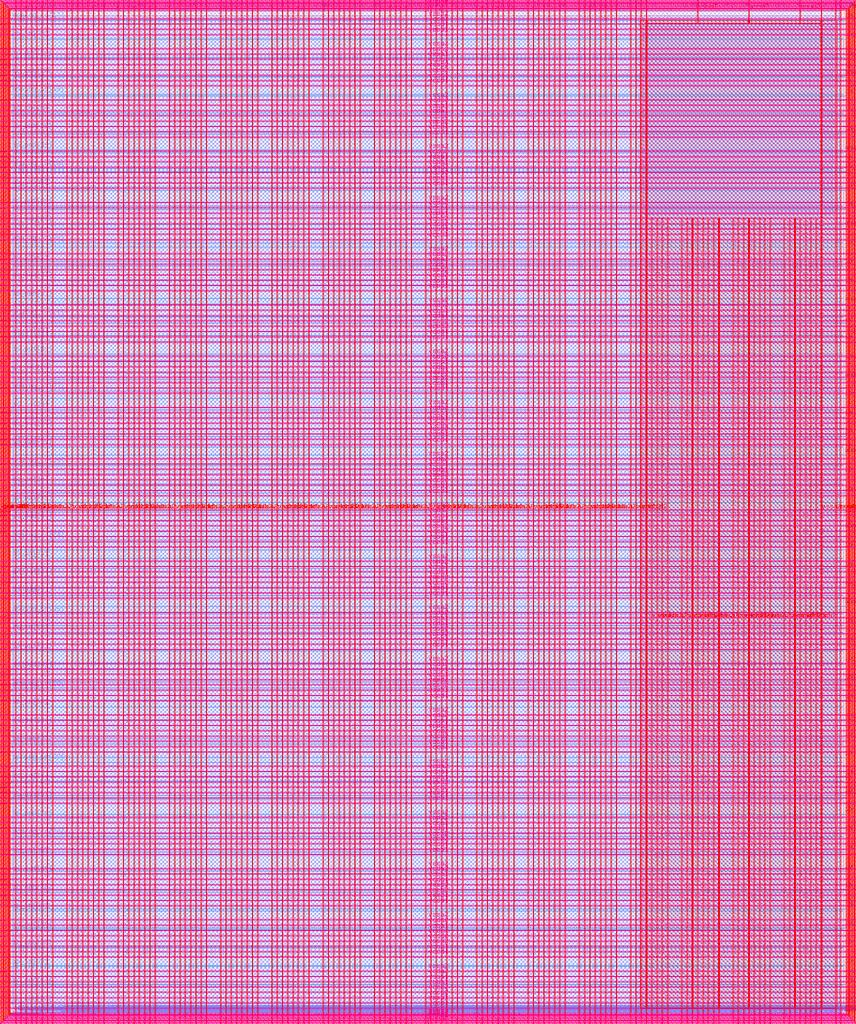
<source format=lef>
VERSION 5.7 ;
  NOWIREEXTENSIONATPIN ON ;
  DIVIDERCHAR "/" ;
  BUSBITCHARS "[]" ;
MACRO user_project_wrapper
  CLASS BLOCK ;
  FOREIGN user_project_wrapper ;
  ORIGIN 0.000 0.000 ;
  SIZE 2920.000 BY 3520.000 ;
  PIN analog_io[0]
    DIRECTION INOUT ;
    USE SIGNAL ;
    PORT
      LAYER met3 ;
        RECT 2917.600 1426.380 2924.800 1427.580 ;
    END
  END analog_io[0]
  PIN analog_io[10]
    DIRECTION INOUT ;
    USE SIGNAL ;
    PORT
      LAYER met2 ;
        RECT 2230.490 3517.600 2231.050 3524.800 ;
    END
  END analog_io[10]
  PIN analog_io[11]
    DIRECTION INOUT ;
    USE SIGNAL ;
    PORT
      LAYER met2 ;
        RECT 1905.730 3517.600 1906.290 3524.800 ;
    END
  END analog_io[11]
  PIN analog_io[12]
    DIRECTION INOUT ;
    USE SIGNAL ;
    PORT
      LAYER met2 ;
        RECT 1581.430 3517.600 1581.990 3524.800 ;
    END
  END analog_io[12]
  PIN analog_io[13]
    DIRECTION INOUT ;
    USE SIGNAL ;
    PORT
      LAYER met2 ;
        RECT 1257.130 3517.600 1257.690 3524.800 ;
    END
  END analog_io[13]
  PIN analog_io[14]
    DIRECTION INOUT ;
    USE SIGNAL ;
    PORT
      LAYER met2 ;
        RECT 932.370 3517.600 932.930 3524.800 ;
    END
  END analog_io[14]
  PIN analog_io[15]
    DIRECTION INOUT ;
    USE SIGNAL ;
    PORT
      LAYER met2 ;
        RECT 608.070 3517.600 608.630 3524.800 ;
    END
  END analog_io[15]
  PIN analog_io[16]
    DIRECTION INOUT ;
    USE SIGNAL ;
    PORT
      LAYER met2 ;
        RECT 283.770 3517.600 284.330 3524.800 ;
    END
  END analog_io[16]
  PIN analog_io[17]
    DIRECTION INOUT ;
    USE SIGNAL ;
    PORT
      LAYER met3 ;
        RECT -4.800 3486.100 2.400 3487.300 ;
    END
  END analog_io[17]
  PIN analog_io[18]
    DIRECTION INOUT ;
    USE SIGNAL ;
    PORT
      LAYER met3 ;
        RECT -4.800 3224.980 2.400 3226.180 ;
    END
  END analog_io[18]
  PIN analog_io[19]
    DIRECTION INOUT ;
    USE SIGNAL ;
    PORT
      LAYER met3 ;
        RECT -4.800 2964.540 2.400 2965.740 ;
    END
  END analog_io[19]
  PIN analog_io[1]
    DIRECTION INOUT ;
    USE SIGNAL ;
    PORT
      LAYER met3 ;
        RECT 2917.600 1692.260 2924.800 1693.460 ;
    END
  END analog_io[1]
  PIN analog_io[20]
    DIRECTION INOUT ;
    USE SIGNAL ;
    PORT
      LAYER met3 ;
        RECT -4.800 2703.420 2.400 2704.620 ;
    END
  END analog_io[20]
  PIN analog_io[21]
    DIRECTION INOUT ;
    USE SIGNAL ;
    PORT
      LAYER met3 ;
        RECT -4.800 2442.980 2.400 2444.180 ;
    END
  END analog_io[21]
  PIN analog_io[22]
    DIRECTION INOUT ;
    USE SIGNAL ;
    PORT
      LAYER met3 ;
        RECT -4.800 2182.540 2.400 2183.740 ;
    END
  END analog_io[22]
  PIN analog_io[23]
    DIRECTION INOUT ;
    USE SIGNAL ;
    PORT
      LAYER met3 ;
        RECT -4.800 1921.420 2.400 1922.620 ;
    END
  END analog_io[23]
  PIN analog_io[24]
    DIRECTION INOUT ;
    USE SIGNAL ;
    PORT
      LAYER met3 ;
        RECT -4.800 1660.980 2.400 1662.180 ;
    END
  END analog_io[24]
  PIN analog_io[25]
    DIRECTION INOUT ;
    USE SIGNAL ;
    PORT
      LAYER met3 ;
        RECT -4.800 1399.860 2.400 1401.060 ;
    END
  END analog_io[25]
  PIN analog_io[26]
    DIRECTION INOUT ;
    USE SIGNAL ;
    PORT
      LAYER met3 ;
        RECT -4.800 1139.420 2.400 1140.620 ;
    END
  END analog_io[26]
  PIN analog_io[27]
    DIRECTION INOUT ;
    USE SIGNAL ;
    PORT
      LAYER met3 ;
        RECT -4.800 878.980 2.400 880.180 ;
    END
  END analog_io[27]
  PIN analog_io[28]
    DIRECTION INOUT ;
    USE SIGNAL ;
    PORT
      LAYER met3 ;
        RECT -4.800 617.860 2.400 619.060 ;
    END
  END analog_io[28]
  PIN analog_io[2]
    DIRECTION INOUT ;
    USE SIGNAL ;
    PORT
      LAYER met3 ;
        RECT 2917.600 1958.140 2924.800 1959.340 ;
    END
  END analog_io[2]
  PIN analog_io[3]
    DIRECTION INOUT ;
    USE SIGNAL ;
    PORT
      LAYER met3 ;
        RECT 2917.600 2223.340 2924.800 2224.540 ;
    END
  END analog_io[3]
  PIN analog_io[4]
    DIRECTION INOUT ;
    USE SIGNAL ;
    PORT
      LAYER met3 ;
        RECT 2917.600 2489.220 2924.800 2490.420 ;
    END
  END analog_io[4]
  PIN analog_io[5]
    DIRECTION INOUT ;
    USE SIGNAL ;
    PORT
      LAYER met3 ;
        RECT 2917.600 2755.100 2924.800 2756.300 ;
    END
  END analog_io[5]
  PIN analog_io[6]
    DIRECTION INOUT ;
    USE SIGNAL ;
    PORT
      LAYER met3 ;
        RECT 2917.600 3020.300 2924.800 3021.500 ;
    END
  END analog_io[6]
  PIN analog_io[7]
    DIRECTION INOUT ;
    USE SIGNAL ;
    PORT
      LAYER met3 ;
        RECT 2917.600 3286.180 2924.800 3287.380 ;
    END
  END analog_io[7]
  PIN analog_io[8]
    DIRECTION INOUT ;
    USE SIGNAL ;
    PORT
      LAYER met2 ;
        RECT 2879.090 3517.600 2879.650 3524.800 ;
    END
  END analog_io[8]
  PIN analog_io[9]
    DIRECTION INOUT ;
    USE SIGNAL ;
    PORT
      LAYER met2 ;
        RECT 2554.790 3517.600 2555.350 3524.800 ;
    END
  END analog_io[9]
  PIN io_in[0]
    DIRECTION INPUT ;
    USE SIGNAL ;
    PORT
      LAYER met3 ;
        RECT 2917.600 32.380 2924.800 33.580 ;
    END
  END io_in[0]
  PIN io_in[10]
    DIRECTION INPUT ;
    USE SIGNAL ;
    PORT
      LAYER met3 ;
        RECT 2917.600 2289.980 2924.800 2291.180 ;
    END
  END io_in[10]
  PIN io_in[11]
    DIRECTION INPUT ;
    USE SIGNAL ;
    PORT
      LAYER met3 ;
        RECT 2917.600 2555.860 2924.800 2557.060 ;
    END
  END io_in[11]
  PIN io_in[12]
    DIRECTION INPUT ;
    USE SIGNAL ;
    PORT
      LAYER met3 ;
        RECT 2917.600 2821.060 2924.800 2822.260 ;
    END
  END io_in[12]
  PIN io_in[13]
    DIRECTION INPUT ;
    USE SIGNAL ;
    PORT
      LAYER met3 ;
        RECT 2917.600 3086.940 2924.800 3088.140 ;
    END
  END io_in[13]
  PIN io_in[14]
    DIRECTION INPUT ;
    USE SIGNAL ;
    PORT
      LAYER met3 ;
        RECT 2917.600 3352.820 2924.800 3354.020 ;
    END
  END io_in[14]
  PIN io_in[15]
    DIRECTION INPUT ;
    USE SIGNAL ;
    PORT
      LAYER met2 ;
        RECT 2798.130 3517.600 2798.690 3524.800 ;
    END
  END io_in[15]
  PIN io_in[16]
    DIRECTION INPUT ;
    USE SIGNAL ;
    PORT
      LAYER met2 ;
        RECT 2473.830 3517.600 2474.390 3524.800 ;
    END
  END io_in[16]
  PIN io_in[17]
    DIRECTION INPUT ;
    USE SIGNAL ;
    PORT
      LAYER met2 ;
        RECT 2149.070 3517.600 2149.630 3524.800 ;
    END
  END io_in[17]
  PIN io_in[18]
    DIRECTION INPUT ;
    USE SIGNAL ;
    PORT
      LAYER met2 ;
        RECT 1824.770 3517.600 1825.330 3524.800 ;
    END
  END io_in[18]
  PIN io_in[19]
    DIRECTION INPUT ;
    USE SIGNAL ;
    PORT
      LAYER met2 ;
        RECT 1500.470 3517.600 1501.030 3524.800 ;
    END
  END io_in[19]
  PIN io_in[1]
    DIRECTION INPUT ;
    USE SIGNAL ;
    PORT
      LAYER met3 ;
        RECT 2917.600 230.940 2924.800 232.140 ;
    END
  END io_in[1]
  PIN io_in[20]
    DIRECTION INPUT ;
    USE SIGNAL ;
    PORT
      LAYER met2 ;
        RECT 1175.710 3517.600 1176.270 3524.800 ;
    END
  END io_in[20]
  PIN io_in[21]
    DIRECTION INPUT ;
    USE SIGNAL ;
    PORT
      LAYER met2 ;
        RECT 851.410 3517.600 851.970 3524.800 ;
    END
  END io_in[21]
  PIN io_in[22]
    DIRECTION INPUT ;
    USE SIGNAL ;
    PORT
      LAYER met2 ;
        RECT 527.110 3517.600 527.670 3524.800 ;
    END
  END io_in[22]
  PIN io_in[23]
    DIRECTION INPUT ;
    USE SIGNAL ;
    PORT
      LAYER met2 ;
        RECT 202.350 3517.600 202.910 3524.800 ;
    END
  END io_in[23]
  PIN io_in[24]
    DIRECTION INPUT ;
    USE SIGNAL ;
    PORT
      LAYER met3 ;
        RECT -4.800 3420.820 2.400 3422.020 ;
    END
  END io_in[24]
  PIN io_in[25]
    DIRECTION INPUT ;
    USE SIGNAL ;
    PORT
      LAYER met3 ;
        RECT -4.800 3159.700 2.400 3160.900 ;
    END
  END io_in[25]
  PIN io_in[26]
    DIRECTION INPUT ;
    USE SIGNAL ;
    PORT
      LAYER met3 ;
        RECT -4.800 2899.260 2.400 2900.460 ;
    END
  END io_in[26]
  PIN io_in[27]
    DIRECTION INPUT ;
    USE SIGNAL ;
    PORT
      LAYER met3 ;
        RECT -4.800 2638.820 2.400 2640.020 ;
    END
  END io_in[27]
  PIN io_in[28]
    DIRECTION INPUT ;
    USE SIGNAL ;
    PORT
      LAYER met3 ;
        RECT -4.800 2377.700 2.400 2378.900 ;
    END
  END io_in[28]
  PIN io_in[29]
    DIRECTION INPUT ;
    USE SIGNAL ;
    PORT
      LAYER met3 ;
        RECT -4.800 2117.260 2.400 2118.460 ;
    END
  END io_in[29]
  PIN io_in[2]
    DIRECTION INPUT ;
    USE SIGNAL ;
    PORT
      LAYER met3 ;
        RECT 2917.600 430.180 2924.800 431.380 ;
    END
  END io_in[2]
  PIN io_in[30]
    DIRECTION INPUT ;
    USE SIGNAL ;
    PORT
      LAYER met3 ;
        RECT -4.800 1856.140 2.400 1857.340 ;
    END
  END io_in[30]
  PIN io_in[31]
    DIRECTION INPUT ;
    USE SIGNAL ;
    PORT
      LAYER met3 ;
        RECT -4.800 1595.700 2.400 1596.900 ;
    END
  END io_in[31]
  PIN io_in[32]
    DIRECTION INPUT ;
    USE SIGNAL ;
    PORT
      LAYER met3 ;
        RECT -4.800 1335.260 2.400 1336.460 ;
    END
  END io_in[32]
  PIN io_in[33]
    DIRECTION INPUT ;
    USE SIGNAL ;
    PORT
      LAYER met3 ;
        RECT -4.800 1074.140 2.400 1075.340 ;
    END
  END io_in[33]
  PIN io_in[34]
    DIRECTION INPUT ;
    USE SIGNAL ;
    PORT
      LAYER met3 ;
        RECT -4.800 813.700 2.400 814.900 ;
    END
  END io_in[34]
  PIN io_in[35]
    DIRECTION INPUT ;
    USE SIGNAL ;
    PORT
      LAYER met3 ;
        RECT -4.800 552.580 2.400 553.780 ;
    END
  END io_in[35]
  PIN io_in[36]
    DIRECTION INPUT ;
    USE SIGNAL ;
    PORT
      LAYER met3 ;
        RECT -4.800 357.420 2.400 358.620 ;
    END
  END io_in[36]
  PIN io_in[37]
    DIRECTION INPUT ;
    USE SIGNAL ;
    PORT
      LAYER met3 ;
        RECT -4.800 161.580 2.400 162.780 ;
    END
  END io_in[37]
  PIN io_in[3]
    DIRECTION INPUT ;
    USE SIGNAL ;
    PORT
      LAYER met3 ;
        RECT 2917.600 629.420 2924.800 630.620 ;
    END
  END io_in[3]
  PIN io_in[4]
    DIRECTION INPUT ;
    USE SIGNAL ;
    PORT
      LAYER met3 ;
        RECT 2917.600 828.660 2924.800 829.860 ;
    END
  END io_in[4]
  PIN io_in[5]
    DIRECTION INPUT ;
    USE SIGNAL ;
    PORT
      LAYER met3 ;
        RECT 2917.600 1027.900 2924.800 1029.100 ;
    END
  END io_in[5]
  PIN io_in[6]
    DIRECTION INPUT ;
    USE SIGNAL ;
    PORT
      LAYER met3 ;
        RECT 2917.600 1227.140 2924.800 1228.340 ;
    END
  END io_in[6]
  PIN io_in[7]
    DIRECTION INPUT ;
    USE SIGNAL ;
    PORT
      LAYER met3 ;
        RECT 2917.600 1493.020 2924.800 1494.220 ;
    END
  END io_in[7]
  PIN io_in[8]
    DIRECTION INPUT ;
    USE SIGNAL ;
    PORT
      LAYER met3 ;
        RECT 2917.600 1758.900 2924.800 1760.100 ;
    END
  END io_in[8]
  PIN io_in[9]
    DIRECTION INPUT ;
    USE SIGNAL ;
    PORT
      LAYER met3 ;
        RECT 2917.600 2024.100 2924.800 2025.300 ;
    END
  END io_in[9]
  PIN io_oeb[0]
    DIRECTION OUTPUT TRISTATE ;
    USE SIGNAL ;
    PORT
      LAYER met3 ;
        RECT 2917.600 164.980 2924.800 166.180 ;
    END
  END io_oeb[0]
  PIN io_oeb[10]
    DIRECTION OUTPUT TRISTATE ;
    USE SIGNAL ;
    PORT
      LAYER met3 ;
        RECT 2917.600 2422.580 2924.800 2423.780 ;
    END
  END io_oeb[10]
  PIN io_oeb[11]
    DIRECTION OUTPUT TRISTATE ;
    USE SIGNAL ;
    PORT
      LAYER met3 ;
        RECT 2917.600 2688.460 2924.800 2689.660 ;
    END
  END io_oeb[11]
  PIN io_oeb[12]
    DIRECTION OUTPUT TRISTATE ;
    USE SIGNAL ;
    PORT
      LAYER met3 ;
        RECT 2917.600 2954.340 2924.800 2955.540 ;
    END
  END io_oeb[12]
  PIN io_oeb[13]
    DIRECTION OUTPUT TRISTATE ;
    USE SIGNAL ;
    PORT
      LAYER met3 ;
        RECT 2917.600 3219.540 2924.800 3220.740 ;
    END
  END io_oeb[13]
  PIN io_oeb[14]
    DIRECTION OUTPUT TRISTATE ;
    USE SIGNAL ;
    PORT
      LAYER met3 ;
        RECT 2917.600 3485.420 2924.800 3486.620 ;
    END
  END io_oeb[14]
  PIN io_oeb[15]
    DIRECTION OUTPUT TRISTATE ;
    USE SIGNAL ;
    PORT
      LAYER met2 ;
        RECT 2635.750 3517.600 2636.310 3524.800 ;
    END
  END io_oeb[15]
  PIN io_oeb[16]
    DIRECTION OUTPUT TRISTATE ;
    USE SIGNAL ;
    PORT
      LAYER met2 ;
        RECT 2311.450 3517.600 2312.010 3524.800 ;
    END
  END io_oeb[16]
  PIN io_oeb[17]
    DIRECTION OUTPUT TRISTATE ;
    USE SIGNAL ;
    PORT
      LAYER met2 ;
        RECT 1987.150 3517.600 1987.710 3524.800 ;
    END
  END io_oeb[17]
  PIN io_oeb[18]
    DIRECTION OUTPUT TRISTATE ;
    USE SIGNAL ;
    PORT
      LAYER met2 ;
        RECT 1662.390 3517.600 1662.950 3524.800 ;
    END
  END io_oeb[18]
  PIN io_oeb[19]
    DIRECTION OUTPUT TRISTATE ;
    USE SIGNAL ;
    PORT
      LAYER met2 ;
        RECT 1338.090 3517.600 1338.650 3524.800 ;
    END
  END io_oeb[19]
  PIN io_oeb[1]
    DIRECTION OUTPUT TRISTATE ;
    USE SIGNAL ;
    PORT
      LAYER met3 ;
        RECT 2917.600 364.220 2924.800 365.420 ;
    END
  END io_oeb[1]
  PIN io_oeb[20]
    DIRECTION OUTPUT TRISTATE ;
    USE SIGNAL ;
    PORT
      LAYER met2 ;
        RECT 1013.790 3517.600 1014.350 3524.800 ;
    END
  END io_oeb[20]
  PIN io_oeb[21]
    DIRECTION OUTPUT TRISTATE ;
    USE SIGNAL ;
    PORT
      LAYER met2 ;
        RECT 689.030 3517.600 689.590 3524.800 ;
    END
  END io_oeb[21]
  PIN io_oeb[22]
    DIRECTION OUTPUT TRISTATE ;
    USE SIGNAL ;
    PORT
      LAYER met2 ;
        RECT 364.730 3517.600 365.290 3524.800 ;
    END
  END io_oeb[22]
  PIN io_oeb[23]
    DIRECTION OUTPUT TRISTATE ;
    USE SIGNAL ;
    PORT
      LAYER met2 ;
        RECT 40.430 3517.600 40.990 3524.800 ;
    END
  END io_oeb[23]
  PIN io_oeb[24]
    DIRECTION OUTPUT TRISTATE ;
    USE SIGNAL ;
    PORT
      LAYER met3 ;
        RECT -4.800 3290.260 2.400 3291.460 ;
    END
  END io_oeb[24]
  PIN io_oeb[25]
    DIRECTION OUTPUT TRISTATE ;
    USE SIGNAL ;
    PORT
      LAYER met3 ;
        RECT -4.800 3029.820 2.400 3031.020 ;
    END
  END io_oeb[25]
  PIN io_oeb[26]
    DIRECTION OUTPUT TRISTATE ;
    USE SIGNAL ;
    PORT
      LAYER met3 ;
        RECT -4.800 2768.700 2.400 2769.900 ;
    END
  END io_oeb[26]
  PIN io_oeb[27]
    DIRECTION OUTPUT TRISTATE ;
    USE SIGNAL ;
    PORT
      LAYER met3 ;
        RECT -4.800 2508.260 2.400 2509.460 ;
    END
  END io_oeb[27]
  PIN io_oeb[28]
    DIRECTION OUTPUT TRISTATE ;
    USE SIGNAL ;
    PORT
      LAYER met3 ;
        RECT -4.800 2247.140 2.400 2248.340 ;
    END
  END io_oeb[28]
  PIN io_oeb[29]
    DIRECTION OUTPUT TRISTATE ;
    USE SIGNAL ;
    PORT
      LAYER met3 ;
        RECT -4.800 1986.700 2.400 1987.900 ;
    END
  END io_oeb[29]
  PIN io_oeb[2]
    DIRECTION OUTPUT TRISTATE ;
    USE SIGNAL ;
    PORT
      LAYER met3 ;
        RECT 2917.600 563.460 2924.800 564.660 ;
    END
  END io_oeb[2]
  PIN io_oeb[30]
    DIRECTION OUTPUT TRISTATE ;
    USE SIGNAL ;
    PORT
      LAYER met3 ;
        RECT -4.800 1726.260 2.400 1727.460 ;
    END
  END io_oeb[30]
  PIN io_oeb[31]
    DIRECTION OUTPUT TRISTATE ;
    USE SIGNAL ;
    PORT
      LAYER met3 ;
        RECT -4.800 1465.140 2.400 1466.340 ;
    END
  END io_oeb[31]
  PIN io_oeb[32]
    DIRECTION OUTPUT TRISTATE ;
    USE SIGNAL ;
    PORT
      LAYER met3 ;
        RECT -4.800 1204.700 2.400 1205.900 ;
    END
  END io_oeb[32]
  PIN io_oeb[33]
    DIRECTION OUTPUT TRISTATE ;
    USE SIGNAL ;
    PORT
      LAYER met3 ;
        RECT -4.800 943.580 2.400 944.780 ;
    END
  END io_oeb[33]
  PIN io_oeb[34]
    DIRECTION OUTPUT TRISTATE ;
    USE SIGNAL ;
    PORT
      LAYER met3 ;
        RECT -4.800 683.140 2.400 684.340 ;
    END
  END io_oeb[34]
  PIN io_oeb[35]
    DIRECTION OUTPUT TRISTATE ;
    USE SIGNAL ;
    PORT
      LAYER met3 ;
        RECT -4.800 422.700 2.400 423.900 ;
    END
  END io_oeb[35]
  PIN io_oeb[36]
    DIRECTION OUTPUT TRISTATE ;
    USE SIGNAL ;
    PORT
      LAYER met3 ;
        RECT -4.800 226.860 2.400 228.060 ;
    END
  END io_oeb[36]
  PIN io_oeb[37]
    DIRECTION OUTPUT TRISTATE ;
    USE SIGNAL ;
    PORT
      LAYER met3 ;
        RECT -4.800 31.700 2.400 32.900 ;
    END
  END io_oeb[37]
  PIN io_oeb[3]
    DIRECTION OUTPUT TRISTATE ;
    USE SIGNAL ;
    PORT
      LAYER met3 ;
        RECT 2917.600 762.700 2924.800 763.900 ;
    END
  END io_oeb[3]
  PIN io_oeb[4]
    DIRECTION OUTPUT TRISTATE ;
    USE SIGNAL ;
    PORT
      LAYER met3 ;
        RECT 2917.600 961.940 2924.800 963.140 ;
    END
  END io_oeb[4]
  PIN io_oeb[5]
    DIRECTION OUTPUT TRISTATE ;
    USE SIGNAL ;
    PORT
      LAYER met3 ;
        RECT 2917.600 1161.180 2924.800 1162.380 ;
    END
  END io_oeb[5]
  PIN io_oeb[6]
    DIRECTION OUTPUT TRISTATE ;
    USE SIGNAL ;
    PORT
      LAYER met3 ;
        RECT 2917.600 1360.420 2924.800 1361.620 ;
    END
  END io_oeb[6]
  PIN io_oeb[7]
    DIRECTION OUTPUT TRISTATE ;
    USE SIGNAL ;
    PORT
      LAYER met3 ;
        RECT 2917.600 1625.620 2924.800 1626.820 ;
    END
  END io_oeb[7]
  PIN io_oeb[8]
    DIRECTION OUTPUT TRISTATE ;
    USE SIGNAL ;
    PORT
      LAYER met3 ;
        RECT 2917.600 1891.500 2924.800 1892.700 ;
    END
  END io_oeb[8]
  PIN io_oeb[9]
    DIRECTION OUTPUT TRISTATE ;
    USE SIGNAL ;
    PORT
      LAYER met3 ;
        RECT 2917.600 2157.380 2924.800 2158.580 ;
    END
  END io_oeb[9]
  PIN io_out[0]
    DIRECTION OUTPUT TRISTATE ;
    USE SIGNAL ;
    PORT
      LAYER met3 ;
        RECT 2917.600 98.340 2924.800 99.540 ;
    END
  END io_out[0]
  PIN io_out[10]
    DIRECTION OUTPUT TRISTATE ;
    USE SIGNAL ;
    PORT
      LAYER met3 ;
        RECT 2917.600 2356.620 2924.800 2357.820 ;
    END
  END io_out[10]
  PIN io_out[11]
    DIRECTION OUTPUT TRISTATE ;
    USE SIGNAL ;
    PORT
      LAYER met3 ;
        RECT 2917.600 2621.820 2924.800 2623.020 ;
    END
  END io_out[11]
  PIN io_out[12]
    DIRECTION OUTPUT TRISTATE ;
    USE SIGNAL ;
    PORT
      LAYER met3 ;
        RECT 2917.600 2887.700 2924.800 2888.900 ;
    END
  END io_out[12]
  PIN io_out[13]
    DIRECTION OUTPUT TRISTATE ;
    USE SIGNAL ;
    PORT
      LAYER met3 ;
        RECT 2917.600 3153.580 2924.800 3154.780 ;
    END
  END io_out[13]
  PIN io_out[14]
    DIRECTION OUTPUT TRISTATE ;
    USE SIGNAL ;
    PORT
      LAYER met3 ;
        RECT 2917.600 3418.780 2924.800 3419.980 ;
    END
  END io_out[14]
  PIN io_out[15]
    DIRECTION OUTPUT TRISTATE ;
    USE SIGNAL ;
    PORT
      LAYER met2 ;
        RECT 2717.170 3517.600 2717.730 3524.800 ;
    END
  END io_out[15]
  PIN io_out[16]
    DIRECTION OUTPUT TRISTATE ;
    USE SIGNAL ;
    PORT
      LAYER met2 ;
        RECT 2392.410 3517.600 2392.970 3524.800 ;
    END
  END io_out[16]
  PIN io_out[17]
    DIRECTION OUTPUT TRISTATE ;
    USE SIGNAL ;
    PORT
      LAYER met2 ;
        RECT 2068.110 3517.600 2068.670 3524.800 ;
    END
  END io_out[17]
  PIN io_out[18]
    DIRECTION OUTPUT TRISTATE ;
    USE SIGNAL ;
    PORT
      LAYER met2 ;
        RECT 1743.810 3517.600 1744.370 3524.800 ;
    END
  END io_out[18]
  PIN io_out[19]
    DIRECTION OUTPUT TRISTATE ;
    USE SIGNAL ;
    PORT
      LAYER met2 ;
        RECT 1419.050 3517.600 1419.610 3524.800 ;
    END
  END io_out[19]
  PIN io_out[1]
    DIRECTION OUTPUT TRISTATE ;
    USE SIGNAL ;
    PORT
      LAYER met3 ;
        RECT 2917.600 297.580 2924.800 298.780 ;
    END
  END io_out[1]
  PIN io_out[20]
    DIRECTION OUTPUT TRISTATE ;
    USE SIGNAL ;
    PORT
      LAYER met2 ;
        RECT 1094.750 3517.600 1095.310 3524.800 ;
    END
  END io_out[20]
  PIN io_out[21]
    DIRECTION OUTPUT TRISTATE ;
    USE SIGNAL ;
    PORT
      LAYER met2 ;
        RECT 770.450 3517.600 771.010 3524.800 ;
    END
  END io_out[21]
  PIN io_out[22]
    DIRECTION OUTPUT TRISTATE ;
    USE SIGNAL ;
    PORT
      LAYER met2 ;
        RECT 445.690 3517.600 446.250 3524.800 ;
    END
  END io_out[22]
  PIN io_out[23]
    DIRECTION OUTPUT TRISTATE ;
    USE SIGNAL ;
    PORT
      LAYER met2 ;
        RECT 121.390 3517.600 121.950 3524.800 ;
    END
  END io_out[23]
  PIN io_out[24]
    DIRECTION OUTPUT TRISTATE ;
    USE SIGNAL ;
    PORT
      LAYER met3 ;
        RECT -4.800 3355.540 2.400 3356.740 ;
    END
  END io_out[24]
  PIN io_out[25]
    DIRECTION OUTPUT TRISTATE ;
    USE SIGNAL ;
    PORT
      LAYER met3 ;
        RECT -4.800 3095.100 2.400 3096.300 ;
    END
  END io_out[25]
  PIN io_out[26]
    DIRECTION OUTPUT TRISTATE ;
    USE SIGNAL ;
    PORT
      LAYER met3 ;
        RECT -4.800 2833.980 2.400 2835.180 ;
    END
  END io_out[26]
  PIN io_out[27]
    DIRECTION OUTPUT TRISTATE ;
    USE SIGNAL ;
    PORT
      LAYER met3 ;
        RECT -4.800 2573.540 2.400 2574.740 ;
    END
  END io_out[27]
  PIN io_out[28]
    DIRECTION OUTPUT TRISTATE ;
    USE SIGNAL ;
    PORT
      LAYER met3 ;
        RECT -4.800 2312.420 2.400 2313.620 ;
    END
  END io_out[28]
  PIN io_out[29]
    DIRECTION OUTPUT TRISTATE ;
    USE SIGNAL ;
    PORT
      LAYER met3 ;
        RECT -4.800 2051.980 2.400 2053.180 ;
    END
  END io_out[29]
  PIN io_out[2]
    DIRECTION OUTPUT TRISTATE ;
    USE SIGNAL ;
    PORT
      LAYER met3 ;
        RECT 2917.600 496.820 2924.800 498.020 ;
    END
  END io_out[2]
  PIN io_out[30]
    DIRECTION OUTPUT TRISTATE ;
    USE SIGNAL ;
    PORT
      LAYER met3 ;
        RECT -4.800 1791.540 2.400 1792.740 ;
    END
  END io_out[30]
  PIN io_out[31]
    DIRECTION OUTPUT TRISTATE ;
    USE SIGNAL ;
    PORT
      LAYER met3 ;
        RECT -4.800 1530.420 2.400 1531.620 ;
    END
  END io_out[31]
  PIN io_out[32]
    DIRECTION OUTPUT TRISTATE ;
    USE SIGNAL ;
    PORT
      LAYER met3 ;
        RECT -4.800 1269.980 2.400 1271.180 ;
    END
  END io_out[32]
  PIN io_out[33]
    DIRECTION OUTPUT TRISTATE ;
    USE SIGNAL ;
    PORT
      LAYER met3 ;
        RECT -4.800 1008.860 2.400 1010.060 ;
    END
  END io_out[33]
  PIN io_out[34]
    DIRECTION OUTPUT TRISTATE ;
    USE SIGNAL ;
    PORT
      LAYER met3 ;
        RECT -4.800 748.420 2.400 749.620 ;
    END
  END io_out[34]
  PIN io_out[35]
    DIRECTION OUTPUT TRISTATE ;
    USE SIGNAL ;
    PORT
      LAYER met3 ;
        RECT -4.800 487.300 2.400 488.500 ;
    END
  END io_out[35]
  PIN io_out[36]
    DIRECTION OUTPUT TRISTATE ;
    USE SIGNAL ;
    PORT
      LAYER met3 ;
        RECT -4.800 292.140 2.400 293.340 ;
    END
  END io_out[36]
  PIN io_out[37]
    DIRECTION OUTPUT TRISTATE ;
    USE SIGNAL ;
    PORT
      LAYER met3 ;
        RECT -4.800 96.300 2.400 97.500 ;
    END
  END io_out[37]
  PIN io_out[3]
    DIRECTION OUTPUT TRISTATE ;
    USE SIGNAL ;
    PORT
      LAYER met3 ;
        RECT 2917.600 696.060 2924.800 697.260 ;
    END
  END io_out[3]
  PIN io_out[4]
    DIRECTION OUTPUT TRISTATE ;
    USE SIGNAL ;
    PORT
      LAYER met3 ;
        RECT 2917.600 895.300 2924.800 896.500 ;
    END
  END io_out[4]
  PIN io_out[5]
    DIRECTION OUTPUT TRISTATE ;
    USE SIGNAL ;
    PORT
      LAYER met3 ;
        RECT 2917.600 1094.540 2924.800 1095.740 ;
    END
  END io_out[5]
  PIN io_out[6]
    DIRECTION OUTPUT TRISTATE ;
    USE SIGNAL ;
    PORT
      LAYER met3 ;
        RECT 2917.600 1293.780 2924.800 1294.980 ;
    END
  END io_out[6]
  PIN io_out[7]
    DIRECTION OUTPUT TRISTATE ;
    USE SIGNAL ;
    PORT
      LAYER met3 ;
        RECT 2917.600 1559.660 2924.800 1560.860 ;
    END
  END io_out[7]
  PIN io_out[8]
    DIRECTION OUTPUT TRISTATE ;
    USE SIGNAL ;
    PORT
      LAYER met3 ;
        RECT 2917.600 1824.860 2924.800 1826.060 ;
    END
  END io_out[8]
  PIN io_out[9]
    DIRECTION OUTPUT TRISTATE ;
    USE SIGNAL ;
    PORT
      LAYER met3 ;
        RECT 2917.600 2090.740 2924.800 2091.940 ;
    END
  END io_out[9]
  PIN la_data_in[0]
    DIRECTION INPUT ;
    USE SIGNAL ;
    PORT
      LAYER met2 ;
        RECT 629.230 -4.800 629.790 2.400 ;
    END
  END la_data_in[0]
  PIN la_data_in[100]
    DIRECTION INPUT ;
    USE SIGNAL ;
    PORT
      LAYER met2 ;
        RECT 2402.530 -4.800 2403.090 2.400 ;
    END
  END la_data_in[100]
  PIN la_data_in[101]
    DIRECTION INPUT ;
    USE SIGNAL ;
    PORT
      LAYER met2 ;
        RECT 2420.010 -4.800 2420.570 2.400 ;
    END
  END la_data_in[101]
  PIN la_data_in[102]
    DIRECTION INPUT ;
    USE SIGNAL ;
    PORT
      LAYER met2 ;
        RECT 2437.950 -4.800 2438.510 2.400 ;
    END
  END la_data_in[102]
  PIN la_data_in[103]
    DIRECTION INPUT ;
    USE SIGNAL ;
    PORT
      LAYER met2 ;
        RECT 2455.430 -4.800 2455.990 2.400 ;
    END
  END la_data_in[103]
  PIN la_data_in[104]
    DIRECTION INPUT ;
    USE SIGNAL ;
    PORT
      LAYER met2 ;
        RECT 2473.370 -4.800 2473.930 2.400 ;
    END
  END la_data_in[104]
  PIN la_data_in[105]
    DIRECTION INPUT ;
    USE SIGNAL ;
    PORT
      LAYER met2 ;
        RECT 2490.850 -4.800 2491.410 2.400 ;
    END
  END la_data_in[105]
  PIN la_data_in[106]
    DIRECTION INPUT ;
    USE SIGNAL ;
    PORT
      LAYER met2 ;
        RECT 2508.790 -4.800 2509.350 2.400 ;
    END
  END la_data_in[106]
  PIN la_data_in[107]
    DIRECTION INPUT ;
    USE SIGNAL ;
    PORT
      LAYER met2 ;
        RECT 2526.730 -4.800 2527.290 2.400 ;
    END
  END la_data_in[107]
  PIN la_data_in[108]
    DIRECTION INPUT ;
    USE SIGNAL ;
    PORT
      LAYER met2 ;
        RECT 2544.210 -4.800 2544.770 2.400 ;
    END
  END la_data_in[108]
  PIN la_data_in[109]
    DIRECTION INPUT ;
    USE SIGNAL ;
    PORT
      LAYER met2 ;
        RECT 2562.150 -4.800 2562.710 2.400 ;
    END
  END la_data_in[109]
  PIN la_data_in[10]
    DIRECTION INPUT ;
    USE SIGNAL ;
    PORT
      LAYER met2 ;
        RECT 806.330 -4.800 806.890 2.400 ;
    END
  END la_data_in[10]
  PIN la_data_in[110]
    DIRECTION INPUT ;
    USE SIGNAL ;
    PORT
      LAYER met2 ;
        RECT 2579.630 -4.800 2580.190 2.400 ;
    END
  END la_data_in[110]
  PIN la_data_in[111]
    DIRECTION INPUT ;
    USE SIGNAL ;
    PORT
      LAYER met2 ;
        RECT 2597.570 -4.800 2598.130 2.400 ;
    END
  END la_data_in[111]
  PIN la_data_in[112]
    DIRECTION INPUT ;
    USE SIGNAL ;
    PORT
      LAYER met2 ;
        RECT 2615.050 -4.800 2615.610 2.400 ;
    END
  END la_data_in[112]
  PIN la_data_in[113]
    DIRECTION INPUT ;
    USE SIGNAL ;
    PORT
      LAYER met2 ;
        RECT 2632.990 -4.800 2633.550 2.400 ;
    END
  END la_data_in[113]
  PIN la_data_in[114]
    DIRECTION INPUT ;
    USE SIGNAL ;
    PORT
      LAYER met2 ;
        RECT 2650.470 -4.800 2651.030 2.400 ;
    END
  END la_data_in[114]
  PIN la_data_in[115]
    DIRECTION INPUT ;
    USE SIGNAL ;
    PORT
      LAYER met2 ;
        RECT 2668.410 -4.800 2668.970 2.400 ;
    END
  END la_data_in[115]
  PIN la_data_in[116]
    DIRECTION INPUT ;
    USE SIGNAL ;
    PORT
      LAYER met2 ;
        RECT 2685.890 -4.800 2686.450 2.400 ;
    END
  END la_data_in[116]
  PIN la_data_in[117]
    DIRECTION INPUT ;
    USE SIGNAL ;
    PORT
      LAYER met2 ;
        RECT 2703.830 -4.800 2704.390 2.400 ;
    END
  END la_data_in[117]
  PIN la_data_in[118]
    DIRECTION INPUT ;
    USE SIGNAL ;
    PORT
      LAYER met2 ;
        RECT 2721.770 -4.800 2722.330 2.400 ;
    END
  END la_data_in[118]
  PIN la_data_in[119]
    DIRECTION INPUT ;
    USE SIGNAL ;
    PORT
      LAYER met2 ;
        RECT 2739.250 -4.800 2739.810 2.400 ;
    END
  END la_data_in[119]
  PIN la_data_in[11]
    DIRECTION INPUT ;
    USE SIGNAL ;
    PORT
      LAYER met2 ;
        RECT 824.270 -4.800 824.830 2.400 ;
    END
  END la_data_in[11]
  PIN la_data_in[120]
    DIRECTION INPUT ;
    USE SIGNAL ;
    PORT
      LAYER met2 ;
        RECT 2757.190 -4.800 2757.750 2.400 ;
    END
  END la_data_in[120]
  PIN la_data_in[121]
    DIRECTION INPUT ;
    USE SIGNAL ;
    PORT
      LAYER met2 ;
        RECT 2774.670 -4.800 2775.230 2.400 ;
    END
  END la_data_in[121]
  PIN la_data_in[122]
    DIRECTION INPUT ;
    USE SIGNAL ;
    PORT
      LAYER met2 ;
        RECT 2792.610 -4.800 2793.170 2.400 ;
    END
  END la_data_in[122]
  PIN la_data_in[123]
    DIRECTION INPUT ;
    USE SIGNAL ;
    PORT
      LAYER met2 ;
        RECT 2810.090 -4.800 2810.650 2.400 ;
    END
  END la_data_in[123]
  PIN la_data_in[124]
    DIRECTION INPUT ;
    USE SIGNAL ;
    PORT
      LAYER met2 ;
        RECT 2828.030 -4.800 2828.590 2.400 ;
    END
  END la_data_in[124]
  PIN la_data_in[125]
    DIRECTION INPUT ;
    USE SIGNAL ;
    PORT
      LAYER met2 ;
        RECT 2845.510 -4.800 2846.070 2.400 ;
    END
  END la_data_in[125]
  PIN la_data_in[126]
    DIRECTION INPUT ;
    USE SIGNAL ;
    PORT
      LAYER met2 ;
        RECT 2863.450 -4.800 2864.010 2.400 ;
    END
  END la_data_in[126]
  PIN la_data_in[127]
    DIRECTION INPUT ;
    USE SIGNAL ;
    PORT
      LAYER met2 ;
        RECT 2881.390 -4.800 2881.950 2.400 ;
    END
  END la_data_in[127]
  PIN la_data_in[12]
    DIRECTION INPUT ;
    USE SIGNAL ;
    PORT
      LAYER met2 ;
        RECT 841.750 -4.800 842.310 2.400 ;
    END
  END la_data_in[12]
  PIN la_data_in[13]
    DIRECTION INPUT ;
    USE SIGNAL ;
    PORT
      LAYER met2 ;
        RECT 859.690 -4.800 860.250 2.400 ;
    END
  END la_data_in[13]
  PIN la_data_in[14]
    DIRECTION INPUT ;
    USE SIGNAL ;
    PORT
      LAYER met2 ;
        RECT 877.170 -4.800 877.730 2.400 ;
    END
  END la_data_in[14]
  PIN la_data_in[15]
    DIRECTION INPUT ;
    USE SIGNAL ;
    PORT
      LAYER met2 ;
        RECT 895.110 -4.800 895.670 2.400 ;
    END
  END la_data_in[15]
  PIN la_data_in[16]
    DIRECTION INPUT ;
    USE SIGNAL ;
    PORT
      LAYER met2 ;
        RECT 912.590 -4.800 913.150 2.400 ;
    END
  END la_data_in[16]
  PIN la_data_in[17]
    DIRECTION INPUT ;
    USE SIGNAL ;
    PORT
      LAYER met2 ;
        RECT 930.530 -4.800 931.090 2.400 ;
    END
  END la_data_in[17]
  PIN la_data_in[18]
    DIRECTION INPUT ;
    USE SIGNAL ;
    PORT
      LAYER met2 ;
        RECT 948.470 -4.800 949.030 2.400 ;
    END
  END la_data_in[18]
  PIN la_data_in[19]
    DIRECTION INPUT ;
    USE SIGNAL ;
    PORT
      LAYER met2 ;
        RECT 965.950 -4.800 966.510 2.400 ;
    END
  END la_data_in[19]
  PIN la_data_in[1]
    DIRECTION INPUT ;
    USE SIGNAL ;
    PORT
      LAYER met2 ;
        RECT 646.710 -4.800 647.270 2.400 ;
    END
  END la_data_in[1]
  PIN la_data_in[20]
    DIRECTION INPUT ;
    USE SIGNAL ;
    PORT
      LAYER met2 ;
        RECT 983.890 -4.800 984.450 2.400 ;
    END
  END la_data_in[20]
  PIN la_data_in[21]
    DIRECTION INPUT ;
    USE SIGNAL ;
    PORT
      LAYER met2 ;
        RECT 1001.370 -4.800 1001.930 2.400 ;
    END
  END la_data_in[21]
  PIN la_data_in[22]
    DIRECTION INPUT ;
    USE SIGNAL ;
    PORT
      LAYER met2 ;
        RECT 1019.310 -4.800 1019.870 2.400 ;
    END
  END la_data_in[22]
  PIN la_data_in[23]
    DIRECTION INPUT ;
    USE SIGNAL ;
    PORT
      LAYER met2 ;
        RECT 1036.790 -4.800 1037.350 2.400 ;
    END
  END la_data_in[23]
  PIN la_data_in[24]
    DIRECTION INPUT ;
    USE SIGNAL ;
    PORT
      LAYER met2 ;
        RECT 1054.730 -4.800 1055.290 2.400 ;
    END
  END la_data_in[24]
  PIN la_data_in[25]
    DIRECTION INPUT ;
    USE SIGNAL ;
    PORT
      LAYER met2 ;
        RECT 1072.210 -4.800 1072.770 2.400 ;
    END
  END la_data_in[25]
  PIN la_data_in[26]
    DIRECTION INPUT ;
    USE SIGNAL ;
    PORT
      LAYER met2 ;
        RECT 1090.150 -4.800 1090.710 2.400 ;
    END
  END la_data_in[26]
  PIN la_data_in[27]
    DIRECTION INPUT ;
    USE SIGNAL ;
    PORT
      LAYER met2 ;
        RECT 1107.630 -4.800 1108.190 2.400 ;
    END
  END la_data_in[27]
  PIN la_data_in[28]
    DIRECTION INPUT ;
    USE SIGNAL ;
    PORT
      LAYER met2 ;
        RECT 1125.570 -4.800 1126.130 2.400 ;
    END
  END la_data_in[28]
  PIN la_data_in[29]
    DIRECTION INPUT ;
    USE SIGNAL ;
    PORT
      LAYER met2 ;
        RECT 1143.510 -4.800 1144.070 2.400 ;
    END
  END la_data_in[29]
  PIN la_data_in[2]
    DIRECTION INPUT ;
    USE SIGNAL ;
    PORT
      LAYER met2 ;
        RECT 664.650 -4.800 665.210 2.400 ;
    END
  END la_data_in[2]
  PIN la_data_in[30]
    DIRECTION INPUT ;
    USE SIGNAL ;
    PORT
      LAYER met2 ;
        RECT 1160.990 -4.800 1161.550 2.400 ;
    END
  END la_data_in[30]
  PIN la_data_in[31]
    DIRECTION INPUT ;
    USE SIGNAL ;
    PORT
      LAYER met2 ;
        RECT 1178.930 -4.800 1179.490 2.400 ;
    END
  END la_data_in[31]
  PIN la_data_in[32]
    DIRECTION INPUT ;
    USE SIGNAL ;
    PORT
      LAYER met2 ;
        RECT 1196.410 -4.800 1196.970 2.400 ;
    END
  END la_data_in[32]
  PIN la_data_in[33]
    DIRECTION INPUT ;
    USE SIGNAL ;
    PORT
      LAYER met2 ;
        RECT 1214.350 -4.800 1214.910 2.400 ;
    END
  END la_data_in[33]
  PIN la_data_in[34]
    DIRECTION INPUT ;
    USE SIGNAL ;
    PORT
      LAYER met2 ;
        RECT 1231.830 -4.800 1232.390 2.400 ;
    END
  END la_data_in[34]
  PIN la_data_in[35]
    DIRECTION INPUT ;
    USE SIGNAL ;
    PORT
      LAYER met2 ;
        RECT 1249.770 -4.800 1250.330 2.400 ;
    END
  END la_data_in[35]
  PIN la_data_in[36]
    DIRECTION INPUT ;
    USE SIGNAL ;
    PORT
      LAYER met2 ;
        RECT 1267.250 -4.800 1267.810 2.400 ;
    END
  END la_data_in[36]
  PIN la_data_in[37]
    DIRECTION INPUT ;
    USE SIGNAL ;
    PORT
      LAYER met2 ;
        RECT 1285.190 -4.800 1285.750 2.400 ;
    END
  END la_data_in[37]
  PIN la_data_in[38]
    DIRECTION INPUT ;
    USE SIGNAL ;
    PORT
      LAYER met2 ;
        RECT 1303.130 -4.800 1303.690 2.400 ;
    END
  END la_data_in[38]
  PIN la_data_in[39]
    DIRECTION INPUT ;
    USE SIGNAL ;
    PORT
      LAYER met2 ;
        RECT 1320.610 -4.800 1321.170 2.400 ;
    END
  END la_data_in[39]
  PIN la_data_in[3]
    DIRECTION INPUT ;
    USE SIGNAL ;
    PORT
      LAYER met2 ;
        RECT 682.130 -4.800 682.690 2.400 ;
    END
  END la_data_in[3]
  PIN la_data_in[40]
    DIRECTION INPUT ;
    USE SIGNAL ;
    PORT
      LAYER met2 ;
        RECT 1338.550 -4.800 1339.110 2.400 ;
    END
  END la_data_in[40]
  PIN la_data_in[41]
    DIRECTION INPUT ;
    USE SIGNAL ;
    PORT
      LAYER met2 ;
        RECT 1356.030 -4.800 1356.590 2.400 ;
    END
  END la_data_in[41]
  PIN la_data_in[42]
    DIRECTION INPUT ;
    USE SIGNAL ;
    PORT
      LAYER met2 ;
        RECT 1373.970 -4.800 1374.530 2.400 ;
    END
  END la_data_in[42]
  PIN la_data_in[43]
    DIRECTION INPUT ;
    USE SIGNAL ;
    PORT
      LAYER met2 ;
        RECT 1391.450 -4.800 1392.010 2.400 ;
    END
  END la_data_in[43]
  PIN la_data_in[44]
    DIRECTION INPUT ;
    USE SIGNAL ;
    PORT
      LAYER met2 ;
        RECT 1409.390 -4.800 1409.950 2.400 ;
    END
  END la_data_in[44]
  PIN la_data_in[45]
    DIRECTION INPUT ;
    USE SIGNAL ;
    PORT
      LAYER met2 ;
        RECT 1426.870 -4.800 1427.430 2.400 ;
    END
  END la_data_in[45]
  PIN la_data_in[46]
    DIRECTION INPUT ;
    USE SIGNAL ;
    PORT
      LAYER met2 ;
        RECT 1444.810 -4.800 1445.370 2.400 ;
    END
  END la_data_in[46]
  PIN la_data_in[47]
    DIRECTION INPUT ;
    USE SIGNAL ;
    PORT
      LAYER met2 ;
        RECT 1462.750 -4.800 1463.310 2.400 ;
    END
  END la_data_in[47]
  PIN la_data_in[48]
    DIRECTION INPUT ;
    USE SIGNAL ;
    PORT
      LAYER met2 ;
        RECT 1480.230 -4.800 1480.790 2.400 ;
    END
  END la_data_in[48]
  PIN la_data_in[49]
    DIRECTION INPUT ;
    USE SIGNAL ;
    PORT
      LAYER met2 ;
        RECT 1498.170 -4.800 1498.730 2.400 ;
    END
  END la_data_in[49]
  PIN la_data_in[4]
    DIRECTION INPUT ;
    USE SIGNAL ;
    PORT
      LAYER met2 ;
        RECT 700.070 -4.800 700.630 2.400 ;
    END
  END la_data_in[4]
  PIN la_data_in[50]
    DIRECTION INPUT ;
    USE SIGNAL ;
    PORT
      LAYER met2 ;
        RECT 1515.650 -4.800 1516.210 2.400 ;
    END
  END la_data_in[50]
  PIN la_data_in[51]
    DIRECTION INPUT ;
    USE SIGNAL ;
    PORT
      LAYER met2 ;
        RECT 1533.590 -4.800 1534.150 2.400 ;
    END
  END la_data_in[51]
  PIN la_data_in[52]
    DIRECTION INPUT ;
    USE SIGNAL ;
    PORT
      LAYER met2 ;
        RECT 1551.070 -4.800 1551.630 2.400 ;
    END
  END la_data_in[52]
  PIN la_data_in[53]
    DIRECTION INPUT ;
    USE SIGNAL ;
    PORT
      LAYER met2 ;
        RECT 1569.010 -4.800 1569.570 2.400 ;
    END
  END la_data_in[53]
  PIN la_data_in[54]
    DIRECTION INPUT ;
    USE SIGNAL ;
    PORT
      LAYER met2 ;
        RECT 1586.490 -4.800 1587.050 2.400 ;
    END
  END la_data_in[54]
  PIN la_data_in[55]
    DIRECTION INPUT ;
    USE SIGNAL ;
    PORT
      LAYER met2 ;
        RECT 1604.430 -4.800 1604.990 2.400 ;
    END
  END la_data_in[55]
  PIN la_data_in[56]
    DIRECTION INPUT ;
    USE SIGNAL ;
    PORT
      LAYER met2 ;
        RECT 1621.910 -4.800 1622.470 2.400 ;
    END
  END la_data_in[56]
  PIN la_data_in[57]
    DIRECTION INPUT ;
    USE SIGNAL ;
    PORT
      LAYER met2 ;
        RECT 1639.850 -4.800 1640.410 2.400 ;
    END
  END la_data_in[57]
  PIN la_data_in[58]
    DIRECTION INPUT ;
    USE SIGNAL ;
    PORT
      LAYER met2 ;
        RECT 1657.790 -4.800 1658.350 2.400 ;
    END
  END la_data_in[58]
  PIN la_data_in[59]
    DIRECTION INPUT ;
    USE SIGNAL ;
    PORT
      LAYER met2 ;
        RECT 1675.270 -4.800 1675.830 2.400 ;
    END
  END la_data_in[59]
  PIN la_data_in[5]
    DIRECTION INPUT ;
    USE SIGNAL ;
    PORT
      LAYER met2 ;
        RECT 717.550 -4.800 718.110 2.400 ;
    END
  END la_data_in[5]
  PIN la_data_in[60]
    DIRECTION INPUT ;
    USE SIGNAL ;
    PORT
      LAYER met2 ;
        RECT 1693.210 -4.800 1693.770 2.400 ;
    END
  END la_data_in[60]
  PIN la_data_in[61]
    DIRECTION INPUT ;
    USE SIGNAL ;
    PORT
      LAYER met2 ;
        RECT 1710.690 -4.800 1711.250 2.400 ;
    END
  END la_data_in[61]
  PIN la_data_in[62]
    DIRECTION INPUT ;
    USE SIGNAL ;
    PORT
      LAYER met2 ;
        RECT 1728.630 -4.800 1729.190 2.400 ;
    END
  END la_data_in[62]
  PIN la_data_in[63]
    DIRECTION INPUT ;
    USE SIGNAL ;
    PORT
      LAYER met2 ;
        RECT 1746.110 -4.800 1746.670 2.400 ;
    END
  END la_data_in[63]
  PIN la_data_in[64]
    DIRECTION INPUT ;
    USE SIGNAL ;
    PORT
      LAYER met2 ;
        RECT 1764.050 -4.800 1764.610 2.400 ;
    END
  END la_data_in[64]
  PIN la_data_in[65]
    DIRECTION INPUT ;
    USE SIGNAL ;
    PORT
      LAYER met2 ;
        RECT 1781.530 -4.800 1782.090 2.400 ;
    END
  END la_data_in[65]
  PIN la_data_in[66]
    DIRECTION INPUT ;
    USE SIGNAL ;
    PORT
      LAYER met2 ;
        RECT 1799.470 -4.800 1800.030 2.400 ;
    END
  END la_data_in[66]
  PIN la_data_in[67]
    DIRECTION INPUT ;
    USE SIGNAL ;
    PORT
      LAYER met2 ;
        RECT 1817.410 -4.800 1817.970 2.400 ;
    END
  END la_data_in[67]
  PIN la_data_in[68]
    DIRECTION INPUT ;
    USE SIGNAL ;
    PORT
      LAYER met2 ;
        RECT 1834.890 -4.800 1835.450 2.400 ;
    END
  END la_data_in[68]
  PIN la_data_in[69]
    DIRECTION INPUT ;
    USE SIGNAL ;
    PORT
      LAYER met2 ;
        RECT 1852.830 -4.800 1853.390 2.400 ;
    END
  END la_data_in[69]
  PIN la_data_in[6]
    DIRECTION INPUT ;
    USE SIGNAL ;
    PORT
      LAYER met2 ;
        RECT 735.490 -4.800 736.050 2.400 ;
    END
  END la_data_in[6]
  PIN la_data_in[70]
    DIRECTION INPUT ;
    USE SIGNAL ;
    PORT
      LAYER met2 ;
        RECT 1870.310 -4.800 1870.870 2.400 ;
    END
  END la_data_in[70]
  PIN la_data_in[71]
    DIRECTION INPUT ;
    USE SIGNAL ;
    PORT
      LAYER met2 ;
        RECT 1888.250 -4.800 1888.810 2.400 ;
    END
  END la_data_in[71]
  PIN la_data_in[72]
    DIRECTION INPUT ;
    USE SIGNAL ;
    PORT
      LAYER met2 ;
        RECT 1905.730 -4.800 1906.290 2.400 ;
    END
  END la_data_in[72]
  PIN la_data_in[73]
    DIRECTION INPUT ;
    USE SIGNAL ;
    PORT
      LAYER met2 ;
        RECT 1923.670 -4.800 1924.230 2.400 ;
    END
  END la_data_in[73]
  PIN la_data_in[74]
    DIRECTION INPUT ;
    USE SIGNAL ;
    PORT
      LAYER met2 ;
        RECT 1941.150 -4.800 1941.710 2.400 ;
    END
  END la_data_in[74]
  PIN la_data_in[75]
    DIRECTION INPUT ;
    USE SIGNAL ;
    PORT
      LAYER met2 ;
        RECT 1959.090 -4.800 1959.650 2.400 ;
    END
  END la_data_in[75]
  PIN la_data_in[76]
    DIRECTION INPUT ;
    USE SIGNAL ;
    PORT
      LAYER met2 ;
        RECT 1976.570 -4.800 1977.130 2.400 ;
    END
  END la_data_in[76]
  PIN la_data_in[77]
    DIRECTION INPUT ;
    USE SIGNAL ;
    PORT
      LAYER met2 ;
        RECT 1994.510 -4.800 1995.070 2.400 ;
    END
  END la_data_in[77]
  PIN la_data_in[78]
    DIRECTION INPUT ;
    USE SIGNAL ;
    PORT
      LAYER met2 ;
        RECT 2012.450 -4.800 2013.010 2.400 ;
    END
  END la_data_in[78]
  PIN la_data_in[79]
    DIRECTION INPUT ;
    USE SIGNAL ;
    PORT
      LAYER met2 ;
        RECT 2029.930 -4.800 2030.490 2.400 ;
    END
  END la_data_in[79]
  PIN la_data_in[7]
    DIRECTION INPUT ;
    USE SIGNAL ;
    PORT
      LAYER met2 ;
        RECT 752.970 -4.800 753.530 2.400 ;
    END
  END la_data_in[7]
  PIN la_data_in[80]
    DIRECTION INPUT ;
    USE SIGNAL ;
    PORT
      LAYER met2 ;
        RECT 2047.870 -4.800 2048.430 2.400 ;
    END
  END la_data_in[80]
  PIN la_data_in[81]
    DIRECTION INPUT ;
    USE SIGNAL ;
    PORT
      LAYER met2 ;
        RECT 2065.350 -4.800 2065.910 2.400 ;
    END
  END la_data_in[81]
  PIN la_data_in[82]
    DIRECTION INPUT ;
    USE SIGNAL ;
    PORT
      LAYER met2 ;
        RECT 2083.290 -4.800 2083.850 2.400 ;
    END
  END la_data_in[82]
  PIN la_data_in[83]
    DIRECTION INPUT ;
    USE SIGNAL ;
    PORT
      LAYER met2 ;
        RECT 2100.770 -4.800 2101.330 2.400 ;
    END
  END la_data_in[83]
  PIN la_data_in[84]
    DIRECTION INPUT ;
    USE SIGNAL ;
    PORT
      LAYER met2 ;
        RECT 2118.710 -4.800 2119.270 2.400 ;
    END
  END la_data_in[84]
  PIN la_data_in[85]
    DIRECTION INPUT ;
    USE SIGNAL ;
    PORT
      LAYER met2 ;
        RECT 2136.190 -4.800 2136.750 2.400 ;
    END
  END la_data_in[85]
  PIN la_data_in[86]
    DIRECTION INPUT ;
    USE SIGNAL ;
    PORT
      LAYER met2 ;
        RECT 2154.130 -4.800 2154.690 2.400 ;
    END
  END la_data_in[86]
  PIN la_data_in[87]
    DIRECTION INPUT ;
    USE SIGNAL ;
    PORT
      LAYER met2 ;
        RECT 2172.070 -4.800 2172.630 2.400 ;
    END
  END la_data_in[87]
  PIN la_data_in[88]
    DIRECTION INPUT ;
    USE SIGNAL ;
    PORT
      LAYER met2 ;
        RECT 2189.550 -4.800 2190.110 2.400 ;
    END
  END la_data_in[88]
  PIN la_data_in[89]
    DIRECTION INPUT ;
    USE SIGNAL ;
    PORT
      LAYER met2 ;
        RECT 2207.490 -4.800 2208.050 2.400 ;
    END
  END la_data_in[89]
  PIN la_data_in[8]
    DIRECTION INPUT ;
    USE SIGNAL ;
    PORT
      LAYER met2 ;
        RECT 770.910 -4.800 771.470 2.400 ;
    END
  END la_data_in[8]
  PIN la_data_in[90]
    DIRECTION INPUT ;
    USE SIGNAL ;
    PORT
      LAYER met2 ;
        RECT 2224.970 -4.800 2225.530 2.400 ;
    END
  END la_data_in[90]
  PIN la_data_in[91]
    DIRECTION INPUT ;
    USE SIGNAL ;
    PORT
      LAYER met2 ;
        RECT 2242.910 -4.800 2243.470 2.400 ;
    END
  END la_data_in[91]
  PIN la_data_in[92]
    DIRECTION INPUT ;
    USE SIGNAL ;
    PORT
      LAYER met2 ;
        RECT 2260.390 -4.800 2260.950 2.400 ;
    END
  END la_data_in[92]
  PIN la_data_in[93]
    DIRECTION INPUT ;
    USE SIGNAL ;
    PORT
      LAYER met2 ;
        RECT 2278.330 -4.800 2278.890 2.400 ;
    END
  END la_data_in[93]
  PIN la_data_in[94]
    DIRECTION INPUT ;
    USE SIGNAL ;
    PORT
      LAYER met2 ;
        RECT 2295.810 -4.800 2296.370 2.400 ;
    END
  END la_data_in[94]
  PIN la_data_in[95]
    DIRECTION INPUT ;
    USE SIGNAL ;
    PORT
      LAYER met2 ;
        RECT 2313.750 -4.800 2314.310 2.400 ;
    END
  END la_data_in[95]
  PIN la_data_in[96]
    DIRECTION INPUT ;
    USE SIGNAL ;
    PORT
      LAYER met2 ;
        RECT 2331.230 -4.800 2331.790 2.400 ;
    END
  END la_data_in[96]
  PIN la_data_in[97]
    DIRECTION INPUT ;
    USE SIGNAL ;
    PORT
      LAYER met2 ;
        RECT 2349.170 -4.800 2349.730 2.400 ;
    END
  END la_data_in[97]
  PIN la_data_in[98]
    DIRECTION INPUT ;
    USE SIGNAL ;
    PORT
      LAYER met2 ;
        RECT 2367.110 -4.800 2367.670 2.400 ;
    END
  END la_data_in[98]
  PIN la_data_in[99]
    DIRECTION INPUT ;
    USE SIGNAL ;
    PORT
      LAYER met2 ;
        RECT 2384.590 -4.800 2385.150 2.400 ;
    END
  END la_data_in[99]
  PIN la_data_in[9]
    DIRECTION INPUT ;
    USE SIGNAL ;
    PORT
      LAYER met2 ;
        RECT 788.850 -4.800 789.410 2.400 ;
    END
  END la_data_in[9]
  PIN la_data_out[0]
    DIRECTION OUTPUT TRISTATE ;
    USE SIGNAL ;
    PORT
      LAYER met2 ;
        RECT 634.750 -4.800 635.310 2.400 ;
    END
  END la_data_out[0]
  PIN la_data_out[100]
    DIRECTION OUTPUT TRISTATE ;
    USE SIGNAL ;
    PORT
      LAYER met2 ;
        RECT 2408.510 -4.800 2409.070 2.400 ;
    END
  END la_data_out[100]
  PIN la_data_out[101]
    DIRECTION OUTPUT TRISTATE ;
    USE SIGNAL ;
    PORT
      LAYER met2 ;
        RECT 2425.990 -4.800 2426.550 2.400 ;
    END
  END la_data_out[101]
  PIN la_data_out[102]
    DIRECTION OUTPUT TRISTATE ;
    USE SIGNAL ;
    PORT
      LAYER met2 ;
        RECT 2443.930 -4.800 2444.490 2.400 ;
    END
  END la_data_out[102]
  PIN la_data_out[103]
    DIRECTION OUTPUT TRISTATE ;
    USE SIGNAL ;
    PORT
      LAYER met2 ;
        RECT 2461.410 -4.800 2461.970 2.400 ;
    END
  END la_data_out[103]
  PIN la_data_out[104]
    DIRECTION OUTPUT TRISTATE ;
    USE SIGNAL ;
    PORT
      LAYER met2 ;
        RECT 2479.350 -4.800 2479.910 2.400 ;
    END
  END la_data_out[104]
  PIN la_data_out[105]
    DIRECTION OUTPUT TRISTATE ;
    USE SIGNAL ;
    PORT
      LAYER met2 ;
        RECT 2496.830 -4.800 2497.390 2.400 ;
    END
  END la_data_out[105]
  PIN la_data_out[106]
    DIRECTION OUTPUT TRISTATE ;
    USE SIGNAL ;
    PORT
      LAYER met2 ;
        RECT 2514.770 -4.800 2515.330 2.400 ;
    END
  END la_data_out[106]
  PIN la_data_out[107]
    DIRECTION OUTPUT TRISTATE ;
    USE SIGNAL ;
    PORT
      LAYER met2 ;
        RECT 2532.250 -4.800 2532.810 2.400 ;
    END
  END la_data_out[107]
  PIN la_data_out[108]
    DIRECTION OUTPUT TRISTATE ;
    USE SIGNAL ;
    PORT
      LAYER met2 ;
        RECT 2550.190 -4.800 2550.750 2.400 ;
    END
  END la_data_out[108]
  PIN la_data_out[109]
    DIRECTION OUTPUT TRISTATE ;
    USE SIGNAL ;
    PORT
      LAYER met2 ;
        RECT 2567.670 -4.800 2568.230 2.400 ;
    END
  END la_data_out[109]
  PIN la_data_out[10]
    DIRECTION OUTPUT TRISTATE ;
    USE SIGNAL ;
    PORT
      LAYER met2 ;
        RECT 812.310 -4.800 812.870 2.400 ;
    END
  END la_data_out[10]
  PIN la_data_out[110]
    DIRECTION OUTPUT TRISTATE ;
    USE SIGNAL ;
    PORT
      LAYER met2 ;
        RECT 2585.610 -4.800 2586.170 2.400 ;
    END
  END la_data_out[110]
  PIN la_data_out[111]
    DIRECTION OUTPUT TRISTATE ;
    USE SIGNAL ;
    PORT
      LAYER met2 ;
        RECT 2603.550 -4.800 2604.110 2.400 ;
    END
  END la_data_out[111]
  PIN la_data_out[112]
    DIRECTION OUTPUT TRISTATE ;
    USE SIGNAL ;
    PORT
      LAYER met2 ;
        RECT 2621.030 -4.800 2621.590 2.400 ;
    END
  END la_data_out[112]
  PIN la_data_out[113]
    DIRECTION OUTPUT TRISTATE ;
    USE SIGNAL ;
    PORT
      LAYER met2 ;
        RECT 2638.970 -4.800 2639.530 2.400 ;
    END
  END la_data_out[113]
  PIN la_data_out[114]
    DIRECTION OUTPUT TRISTATE ;
    USE SIGNAL ;
    PORT
      LAYER met2 ;
        RECT 2656.450 -4.800 2657.010 2.400 ;
    END
  END la_data_out[114]
  PIN la_data_out[115]
    DIRECTION OUTPUT TRISTATE ;
    USE SIGNAL ;
    PORT
      LAYER met2 ;
        RECT 2674.390 -4.800 2674.950 2.400 ;
    END
  END la_data_out[115]
  PIN la_data_out[116]
    DIRECTION OUTPUT TRISTATE ;
    USE SIGNAL ;
    PORT
      LAYER met2 ;
        RECT 2691.870 -4.800 2692.430 2.400 ;
    END
  END la_data_out[116]
  PIN la_data_out[117]
    DIRECTION OUTPUT TRISTATE ;
    USE SIGNAL ;
    PORT
      LAYER met2 ;
        RECT 2709.810 -4.800 2710.370 2.400 ;
    END
  END la_data_out[117]
  PIN la_data_out[118]
    DIRECTION OUTPUT TRISTATE ;
    USE SIGNAL ;
    PORT
      LAYER met2 ;
        RECT 2727.290 -4.800 2727.850 2.400 ;
    END
  END la_data_out[118]
  PIN la_data_out[119]
    DIRECTION OUTPUT TRISTATE ;
    USE SIGNAL ;
    PORT
      LAYER met2 ;
        RECT 2745.230 -4.800 2745.790 2.400 ;
    END
  END la_data_out[119]
  PIN la_data_out[11]
    DIRECTION OUTPUT TRISTATE ;
    USE SIGNAL ;
    PORT
      LAYER met2 ;
        RECT 830.250 -4.800 830.810 2.400 ;
    END
  END la_data_out[11]
  PIN la_data_out[120]
    DIRECTION OUTPUT TRISTATE ;
    USE SIGNAL ;
    PORT
      LAYER met2 ;
        RECT 2763.170 -4.800 2763.730 2.400 ;
    END
  END la_data_out[120]
  PIN la_data_out[121]
    DIRECTION OUTPUT TRISTATE ;
    USE SIGNAL ;
    PORT
      LAYER met2 ;
        RECT 2780.650 -4.800 2781.210 2.400 ;
    END
  END la_data_out[121]
  PIN la_data_out[122]
    DIRECTION OUTPUT TRISTATE ;
    USE SIGNAL ;
    PORT
      LAYER met2 ;
        RECT 2798.590 -4.800 2799.150 2.400 ;
    END
  END la_data_out[122]
  PIN la_data_out[123]
    DIRECTION OUTPUT TRISTATE ;
    USE SIGNAL ;
    PORT
      LAYER met2 ;
        RECT 2816.070 -4.800 2816.630 2.400 ;
    END
  END la_data_out[123]
  PIN la_data_out[124]
    DIRECTION OUTPUT TRISTATE ;
    USE SIGNAL ;
    PORT
      LAYER met2 ;
        RECT 2834.010 -4.800 2834.570 2.400 ;
    END
  END la_data_out[124]
  PIN la_data_out[125]
    DIRECTION OUTPUT TRISTATE ;
    USE SIGNAL ;
    PORT
      LAYER met2 ;
        RECT 2851.490 -4.800 2852.050 2.400 ;
    END
  END la_data_out[125]
  PIN la_data_out[126]
    DIRECTION OUTPUT TRISTATE ;
    USE SIGNAL ;
    PORT
      LAYER met2 ;
        RECT 2869.430 -4.800 2869.990 2.400 ;
    END
  END la_data_out[126]
  PIN la_data_out[127]
    DIRECTION OUTPUT TRISTATE ;
    USE SIGNAL ;
    PORT
      LAYER met2 ;
        RECT 2886.910 -4.800 2887.470 2.400 ;
    END
  END la_data_out[127]
  PIN la_data_out[12]
    DIRECTION OUTPUT TRISTATE ;
    USE SIGNAL ;
    PORT
      LAYER met2 ;
        RECT 847.730 -4.800 848.290 2.400 ;
    END
  END la_data_out[12]
  PIN la_data_out[13]
    DIRECTION OUTPUT TRISTATE ;
    USE SIGNAL ;
    PORT
      LAYER met2 ;
        RECT 865.670 -4.800 866.230 2.400 ;
    END
  END la_data_out[13]
  PIN la_data_out[14]
    DIRECTION OUTPUT TRISTATE ;
    USE SIGNAL ;
    PORT
      LAYER met2 ;
        RECT 883.150 -4.800 883.710 2.400 ;
    END
  END la_data_out[14]
  PIN la_data_out[15]
    DIRECTION OUTPUT TRISTATE ;
    USE SIGNAL ;
    PORT
      LAYER met2 ;
        RECT 901.090 -4.800 901.650 2.400 ;
    END
  END la_data_out[15]
  PIN la_data_out[16]
    DIRECTION OUTPUT TRISTATE ;
    USE SIGNAL ;
    PORT
      LAYER met2 ;
        RECT 918.570 -4.800 919.130 2.400 ;
    END
  END la_data_out[16]
  PIN la_data_out[17]
    DIRECTION OUTPUT TRISTATE ;
    USE SIGNAL ;
    PORT
      LAYER met2 ;
        RECT 936.510 -4.800 937.070 2.400 ;
    END
  END la_data_out[17]
  PIN la_data_out[18]
    DIRECTION OUTPUT TRISTATE ;
    USE SIGNAL ;
    PORT
      LAYER met2 ;
        RECT 953.990 -4.800 954.550 2.400 ;
    END
  END la_data_out[18]
  PIN la_data_out[19]
    DIRECTION OUTPUT TRISTATE ;
    USE SIGNAL ;
    PORT
      LAYER met2 ;
        RECT 971.930 -4.800 972.490 2.400 ;
    END
  END la_data_out[19]
  PIN la_data_out[1]
    DIRECTION OUTPUT TRISTATE ;
    USE SIGNAL ;
    PORT
      LAYER met2 ;
        RECT 652.690 -4.800 653.250 2.400 ;
    END
  END la_data_out[1]
  PIN la_data_out[20]
    DIRECTION OUTPUT TRISTATE ;
    USE SIGNAL ;
    PORT
      LAYER met2 ;
        RECT 989.410 -4.800 989.970 2.400 ;
    END
  END la_data_out[20]
  PIN la_data_out[21]
    DIRECTION OUTPUT TRISTATE ;
    USE SIGNAL ;
    PORT
      LAYER met2 ;
        RECT 1007.350 -4.800 1007.910 2.400 ;
    END
  END la_data_out[21]
  PIN la_data_out[22]
    DIRECTION OUTPUT TRISTATE ;
    USE SIGNAL ;
    PORT
      LAYER met2 ;
        RECT 1025.290 -4.800 1025.850 2.400 ;
    END
  END la_data_out[22]
  PIN la_data_out[23]
    DIRECTION OUTPUT TRISTATE ;
    USE SIGNAL ;
    PORT
      LAYER met2 ;
        RECT 1042.770 -4.800 1043.330 2.400 ;
    END
  END la_data_out[23]
  PIN la_data_out[24]
    DIRECTION OUTPUT TRISTATE ;
    USE SIGNAL ;
    PORT
      LAYER met2 ;
        RECT 1060.710 -4.800 1061.270 2.400 ;
    END
  END la_data_out[24]
  PIN la_data_out[25]
    DIRECTION OUTPUT TRISTATE ;
    USE SIGNAL ;
    PORT
      LAYER met2 ;
        RECT 1078.190 -4.800 1078.750 2.400 ;
    END
  END la_data_out[25]
  PIN la_data_out[26]
    DIRECTION OUTPUT TRISTATE ;
    USE SIGNAL ;
    PORT
      LAYER met2 ;
        RECT 1096.130 -4.800 1096.690 2.400 ;
    END
  END la_data_out[26]
  PIN la_data_out[27]
    DIRECTION OUTPUT TRISTATE ;
    USE SIGNAL ;
    PORT
      LAYER met2 ;
        RECT 1113.610 -4.800 1114.170 2.400 ;
    END
  END la_data_out[27]
  PIN la_data_out[28]
    DIRECTION OUTPUT TRISTATE ;
    USE SIGNAL ;
    PORT
      LAYER met2 ;
        RECT 1131.550 -4.800 1132.110 2.400 ;
    END
  END la_data_out[28]
  PIN la_data_out[29]
    DIRECTION OUTPUT TRISTATE ;
    USE SIGNAL ;
    PORT
      LAYER met2 ;
        RECT 1149.030 -4.800 1149.590 2.400 ;
    END
  END la_data_out[29]
  PIN la_data_out[2]
    DIRECTION OUTPUT TRISTATE ;
    USE SIGNAL ;
    PORT
      LAYER met2 ;
        RECT 670.630 -4.800 671.190 2.400 ;
    END
  END la_data_out[2]
  PIN la_data_out[30]
    DIRECTION OUTPUT TRISTATE ;
    USE SIGNAL ;
    PORT
      LAYER met2 ;
        RECT 1166.970 -4.800 1167.530 2.400 ;
    END
  END la_data_out[30]
  PIN la_data_out[31]
    DIRECTION OUTPUT TRISTATE ;
    USE SIGNAL ;
    PORT
      LAYER met2 ;
        RECT 1184.910 -4.800 1185.470 2.400 ;
    END
  END la_data_out[31]
  PIN la_data_out[32]
    DIRECTION OUTPUT TRISTATE ;
    USE SIGNAL ;
    PORT
      LAYER met2 ;
        RECT 1202.390 -4.800 1202.950 2.400 ;
    END
  END la_data_out[32]
  PIN la_data_out[33]
    DIRECTION OUTPUT TRISTATE ;
    USE SIGNAL ;
    PORT
      LAYER met2 ;
        RECT 1220.330 -4.800 1220.890 2.400 ;
    END
  END la_data_out[33]
  PIN la_data_out[34]
    DIRECTION OUTPUT TRISTATE ;
    USE SIGNAL ;
    PORT
      LAYER met2 ;
        RECT 1237.810 -4.800 1238.370 2.400 ;
    END
  END la_data_out[34]
  PIN la_data_out[35]
    DIRECTION OUTPUT TRISTATE ;
    USE SIGNAL ;
    PORT
      LAYER met2 ;
        RECT 1255.750 -4.800 1256.310 2.400 ;
    END
  END la_data_out[35]
  PIN la_data_out[36]
    DIRECTION OUTPUT TRISTATE ;
    USE SIGNAL ;
    PORT
      LAYER met2 ;
        RECT 1273.230 -4.800 1273.790 2.400 ;
    END
  END la_data_out[36]
  PIN la_data_out[37]
    DIRECTION OUTPUT TRISTATE ;
    USE SIGNAL ;
    PORT
      LAYER met2 ;
        RECT 1291.170 -4.800 1291.730 2.400 ;
    END
  END la_data_out[37]
  PIN la_data_out[38]
    DIRECTION OUTPUT TRISTATE ;
    USE SIGNAL ;
    PORT
      LAYER met2 ;
        RECT 1308.650 -4.800 1309.210 2.400 ;
    END
  END la_data_out[38]
  PIN la_data_out[39]
    DIRECTION OUTPUT TRISTATE ;
    USE SIGNAL ;
    PORT
      LAYER met2 ;
        RECT 1326.590 -4.800 1327.150 2.400 ;
    END
  END la_data_out[39]
  PIN la_data_out[3]
    DIRECTION OUTPUT TRISTATE ;
    USE SIGNAL ;
    PORT
      LAYER met2 ;
        RECT 688.110 -4.800 688.670 2.400 ;
    END
  END la_data_out[3]
  PIN la_data_out[40]
    DIRECTION OUTPUT TRISTATE ;
    USE SIGNAL ;
    PORT
      LAYER met2 ;
        RECT 1344.070 -4.800 1344.630 2.400 ;
    END
  END la_data_out[40]
  PIN la_data_out[41]
    DIRECTION OUTPUT TRISTATE ;
    USE SIGNAL ;
    PORT
      LAYER met2 ;
        RECT 1362.010 -4.800 1362.570 2.400 ;
    END
  END la_data_out[41]
  PIN la_data_out[42]
    DIRECTION OUTPUT TRISTATE ;
    USE SIGNAL ;
    PORT
      LAYER met2 ;
        RECT 1379.950 -4.800 1380.510 2.400 ;
    END
  END la_data_out[42]
  PIN la_data_out[43]
    DIRECTION OUTPUT TRISTATE ;
    USE SIGNAL ;
    PORT
      LAYER met2 ;
        RECT 1397.430 -4.800 1397.990 2.400 ;
    END
  END la_data_out[43]
  PIN la_data_out[44]
    DIRECTION OUTPUT TRISTATE ;
    USE SIGNAL ;
    PORT
      LAYER met2 ;
        RECT 1415.370 -4.800 1415.930 2.400 ;
    END
  END la_data_out[44]
  PIN la_data_out[45]
    DIRECTION OUTPUT TRISTATE ;
    USE SIGNAL ;
    PORT
      LAYER met2 ;
        RECT 1432.850 -4.800 1433.410 2.400 ;
    END
  END la_data_out[45]
  PIN la_data_out[46]
    DIRECTION OUTPUT TRISTATE ;
    USE SIGNAL ;
    PORT
      LAYER met2 ;
        RECT 1450.790 -4.800 1451.350 2.400 ;
    END
  END la_data_out[46]
  PIN la_data_out[47]
    DIRECTION OUTPUT TRISTATE ;
    USE SIGNAL ;
    PORT
      LAYER met2 ;
        RECT 1468.270 -4.800 1468.830 2.400 ;
    END
  END la_data_out[47]
  PIN la_data_out[48]
    DIRECTION OUTPUT TRISTATE ;
    USE SIGNAL ;
    PORT
      LAYER met2 ;
        RECT 1486.210 -4.800 1486.770 2.400 ;
    END
  END la_data_out[48]
  PIN la_data_out[49]
    DIRECTION OUTPUT TRISTATE ;
    USE SIGNAL ;
    PORT
      LAYER met2 ;
        RECT 1503.690 -4.800 1504.250 2.400 ;
    END
  END la_data_out[49]
  PIN la_data_out[4]
    DIRECTION OUTPUT TRISTATE ;
    USE SIGNAL ;
    PORT
      LAYER met2 ;
        RECT 706.050 -4.800 706.610 2.400 ;
    END
  END la_data_out[4]
  PIN la_data_out[50]
    DIRECTION OUTPUT TRISTATE ;
    USE SIGNAL ;
    PORT
      LAYER met2 ;
        RECT 1521.630 -4.800 1522.190 2.400 ;
    END
  END la_data_out[50]
  PIN la_data_out[51]
    DIRECTION OUTPUT TRISTATE ;
    USE SIGNAL ;
    PORT
      LAYER met2 ;
        RECT 1539.570 -4.800 1540.130 2.400 ;
    END
  END la_data_out[51]
  PIN la_data_out[52]
    DIRECTION OUTPUT TRISTATE ;
    USE SIGNAL ;
    PORT
      LAYER met2 ;
        RECT 1557.050 -4.800 1557.610 2.400 ;
    END
  END la_data_out[52]
  PIN la_data_out[53]
    DIRECTION OUTPUT TRISTATE ;
    USE SIGNAL ;
    PORT
      LAYER met2 ;
        RECT 1574.990 -4.800 1575.550 2.400 ;
    END
  END la_data_out[53]
  PIN la_data_out[54]
    DIRECTION OUTPUT TRISTATE ;
    USE SIGNAL ;
    PORT
      LAYER met2 ;
        RECT 1592.470 -4.800 1593.030 2.400 ;
    END
  END la_data_out[54]
  PIN la_data_out[55]
    DIRECTION OUTPUT TRISTATE ;
    USE SIGNAL ;
    PORT
      LAYER met2 ;
        RECT 1610.410 -4.800 1610.970 2.400 ;
    END
  END la_data_out[55]
  PIN la_data_out[56]
    DIRECTION OUTPUT TRISTATE ;
    USE SIGNAL ;
    PORT
      LAYER met2 ;
        RECT 1627.890 -4.800 1628.450 2.400 ;
    END
  END la_data_out[56]
  PIN la_data_out[57]
    DIRECTION OUTPUT TRISTATE ;
    USE SIGNAL ;
    PORT
      LAYER met2 ;
        RECT 1645.830 -4.800 1646.390 2.400 ;
    END
  END la_data_out[57]
  PIN la_data_out[58]
    DIRECTION OUTPUT TRISTATE ;
    USE SIGNAL ;
    PORT
      LAYER met2 ;
        RECT 1663.310 -4.800 1663.870 2.400 ;
    END
  END la_data_out[58]
  PIN la_data_out[59]
    DIRECTION OUTPUT TRISTATE ;
    USE SIGNAL ;
    PORT
      LAYER met2 ;
        RECT 1681.250 -4.800 1681.810 2.400 ;
    END
  END la_data_out[59]
  PIN la_data_out[5]
    DIRECTION OUTPUT TRISTATE ;
    USE SIGNAL ;
    PORT
      LAYER met2 ;
        RECT 723.530 -4.800 724.090 2.400 ;
    END
  END la_data_out[5]
  PIN la_data_out[60]
    DIRECTION OUTPUT TRISTATE ;
    USE SIGNAL ;
    PORT
      LAYER met2 ;
        RECT 1699.190 -4.800 1699.750 2.400 ;
    END
  END la_data_out[60]
  PIN la_data_out[61]
    DIRECTION OUTPUT TRISTATE ;
    USE SIGNAL ;
    PORT
      LAYER met2 ;
        RECT 1716.670 -4.800 1717.230 2.400 ;
    END
  END la_data_out[61]
  PIN la_data_out[62]
    DIRECTION OUTPUT TRISTATE ;
    USE SIGNAL ;
    PORT
      LAYER met2 ;
        RECT 1734.610 -4.800 1735.170 2.400 ;
    END
  END la_data_out[62]
  PIN la_data_out[63]
    DIRECTION OUTPUT TRISTATE ;
    USE SIGNAL ;
    PORT
      LAYER met2 ;
        RECT 1752.090 -4.800 1752.650 2.400 ;
    END
  END la_data_out[63]
  PIN la_data_out[64]
    DIRECTION OUTPUT TRISTATE ;
    USE SIGNAL ;
    PORT
      LAYER met2 ;
        RECT 1770.030 -4.800 1770.590 2.400 ;
    END
  END la_data_out[64]
  PIN la_data_out[65]
    DIRECTION OUTPUT TRISTATE ;
    USE SIGNAL ;
    PORT
      LAYER met2 ;
        RECT 1787.510 -4.800 1788.070 2.400 ;
    END
  END la_data_out[65]
  PIN la_data_out[66]
    DIRECTION OUTPUT TRISTATE ;
    USE SIGNAL ;
    PORT
      LAYER met2 ;
        RECT 1805.450 -4.800 1806.010 2.400 ;
    END
  END la_data_out[66]
  PIN la_data_out[67]
    DIRECTION OUTPUT TRISTATE ;
    USE SIGNAL ;
    PORT
      LAYER met2 ;
        RECT 1822.930 -4.800 1823.490 2.400 ;
    END
  END la_data_out[67]
  PIN la_data_out[68]
    DIRECTION OUTPUT TRISTATE ;
    USE SIGNAL ;
    PORT
      LAYER met2 ;
        RECT 1840.870 -4.800 1841.430 2.400 ;
    END
  END la_data_out[68]
  PIN la_data_out[69]
    DIRECTION OUTPUT TRISTATE ;
    USE SIGNAL ;
    PORT
      LAYER met2 ;
        RECT 1858.350 -4.800 1858.910 2.400 ;
    END
  END la_data_out[69]
  PIN la_data_out[6]
    DIRECTION OUTPUT TRISTATE ;
    USE SIGNAL ;
    PORT
      LAYER met2 ;
        RECT 741.470 -4.800 742.030 2.400 ;
    END
  END la_data_out[6]
  PIN la_data_out[70]
    DIRECTION OUTPUT TRISTATE ;
    USE SIGNAL ;
    PORT
      LAYER met2 ;
        RECT 1876.290 -4.800 1876.850 2.400 ;
    END
  END la_data_out[70]
  PIN la_data_out[71]
    DIRECTION OUTPUT TRISTATE ;
    USE SIGNAL ;
    PORT
      LAYER met2 ;
        RECT 1894.230 -4.800 1894.790 2.400 ;
    END
  END la_data_out[71]
  PIN la_data_out[72]
    DIRECTION OUTPUT TRISTATE ;
    USE SIGNAL ;
    PORT
      LAYER met2 ;
        RECT 1911.710 -4.800 1912.270 2.400 ;
    END
  END la_data_out[72]
  PIN la_data_out[73]
    DIRECTION OUTPUT TRISTATE ;
    USE SIGNAL ;
    PORT
      LAYER met2 ;
        RECT 1929.650 -4.800 1930.210 2.400 ;
    END
  END la_data_out[73]
  PIN la_data_out[74]
    DIRECTION OUTPUT TRISTATE ;
    USE SIGNAL ;
    PORT
      LAYER met2 ;
        RECT 1947.130 -4.800 1947.690 2.400 ;
    END
  END la_data_out[74]
  PIN la_data_out[75]
    DIRECTION OUTPUT TRISTATE ;
    USE SIGNAL ;
    PORT
      LAYER met2 ;
        RECT 1965.070 -4.800 1965.630 2.400 ;
    END
  END la_data_out[75]
  PIN la_data_out[76]
    DIRECTION OUTPUT TRISTATE ;
    USE SIGNAL ;
    PORT
      LAYER met2 ;
        RECT 1982.550 -4.800 1983.110 2.400 ;
    END
  END la_data_out[76]
  PIN la_data_out[77]
    DIRECTION OUTPUT TRISTATE ;
    USE SIGNAL ;
    PORT
      LAYER met2 ;
        RECT 2000.490 -4.800 2001.050 2.400 ;
    END
  END la_data_out[77]
  PIN la_data_out[78]
    DIRECTION OUTPUT TRISTATE ;
    USE SIGNAL ;
    PORT
      LAYER met2 ;
        RECT 2017.970 -4.800 2018.530 2.400 ;
    END
  END la_data_out[78]
  PIN la_data_out[79]
    DIRECTION OUTPUT TRISTATE ;
    USE SIGNAL ;
    PORT
      LAYER met2 ;
        RECT 2035.910 -4.800 2036.470 2.400 ;
    END
  END la_data_out[79]
  PIN la_data_out[7]
    DIRECTION OUTPUT TRISTATE ;
    USE SIGNAL ;
    PORT
      LAYER met2 ;
        RECT 758.950 -4.800 759.510 2.400 ;
    END
  END la_data_out[7]
  PIN la_data_out[80]
    DIRECTION OUTPUT TRISTATE ;
    USE SIGNAL ;
    PORT
      LAYER met2 ;
        RECT 2053.850 -4.800 2054.410 2.400 ;
    END
  END la_data_out[80]
  PIN la_data_out[81]
    DIRECTION OUTPUT TRISTATE ;
    USE SIGNAL ;
    PORT
      LAYER met2 ;
        RECT 2071.330 -4.800 2071.890 2.400 ;
    END
  END la_data_out[81]
  PIN la_data_out[82]
    DIRECTION OUTPUT TRISTATE ;
    USE SIGNAL ;
    PORT
      LAYER met2 ;
        RECT 2089.270 -4.800 2089.830 2.400 ;
    END
  END la_data_out[82]
  PIN la_data_out[83]
    DIRECTION OUTPUT TRISTATE ;
    USE SIGNAL ;
    PORT
      LAYER met2 ;
        RECT 2106.750 -4.800 2107.310 2.400 ;
    END
  END la_data_out[83]
  PIN la_data_out[84]
    DIRECTION OUTPUT TRISTATE ;
    USE SIGNAL ;
    PORT
      LAYER met2 ;
        RECT 2124.690 -4.800 2125.250 2.400 ;
    END
  END la_data_out[84]
  PIN la_data_out[85]
    DIRECTION OUTPUT TRISTATE ;
    USE SIGNAL ;
    PORT
      LAYER met2 ;
        RECT 2142.170 -4.800 2142.730 2.400 ;
    END
  END la_data_out[85]
  PIN la_data_out[86]
    DIRECTION OUTPUT TRISTATE ;
    USE SIGNAL ;
    PORT
      LAYER met2 ;
        RECT 2160.110 -4.800 2160.670 2.400 ;
    END
  END la_data_out[86]
  PIN la_data_out[87]
    DIRECTION OUTPUT TRISTATE ;
    USE SIGNAL ;
    PORT
      LAYER met2 ;
        RECT 2177.590 -4.800 2178.150 2.400 ;
    END
  END la_data_out[87]
  PIN la_data_out[88]
    DIRECTION OUTPUT TRISTATE ;
    USE SIGNAL ;
    PORT
      LAYER met2 ;
        RECT 2195.530 -4.800 2196.090 2.400 ;
    END
  END la_data_out[88]
  PIN la_data_out[89]
    DIRECTION OUTPUT TRISTATE ;
    USE SIGNAL ;
    PORT
      LAYER met2 ;
        RECT 2213.010 -4.800 2213.570 2.400 ;
    END
  END la_data_out[89]
  PIN la_data_out[8]
    DIRECTION OUTPUT TRISTATE ;
    USE SIGNAL ;
    PORT
      LAYER met2 ;
        RECT 776.890 -4.800 777.450 2.400 ;
    END
  END la_data_out[8]
  PIN la_data_out[90]
    DIRECTION OUTPUT TRISTATE ;
    USE SIGNAL ;
    PORT
      LAYER met2 ;
        RECT 2230.950 -4.800 2231.510 2.400 ;
    END
  END la_data_out[90]
  PIN la_data_out[91]
    DIRECTION OUTPUT TRISTATE ;
    USE SIGNAL ;
    PORT
      LAYER met2 ;
        RECT 2248.890 -4.800 2249.450 2.400 ;
    END
  END la_data_out[91]
  PIN la_data_out[92]
    DIRECTION OUTPUT TRISTATE ;
    USE SIGNAL ;
    PORT
      LAYER met2 ;
        RECT 2266.370 -4.800 2266.930 2.400 ;
    END
  END la_data_out[92]
  PIN la_data_out[93]
    DIRECTION OUTPUT TRISTATE ;
    USE SIGNAL ;
    PORT
      LAYER met2 ;
        RECT 2284.310 -4.800 2284.870 2.400 ;
    END
  END la_data_out[93]
  PIN la_data_out[94]
    DIRECTION OUTPUT TRISTATE ;
    USE SIGNAL ;
    PORT
      LAYER met2 ;
        RECT 2301.790 -4.800 2302.350 2.400 ;
    END
  END la_data_out[94]
  PIN la_data_out[95]
    DIRECTION OUTPUT TRISTATE ;
    USE SIGNAL ;
    PORT
      LAYER met2 ;
        RECT 2319.730 -4.800 2320.290 2.400 ;
    END
  END la_data_out[95]
  PIN la_data_out[96]
    DIRECTION OUTPUT TRISTATE ;
    USE SIGNAL ;
    PORT
      LAYER met2 ;
        RECT 2337.210 -4.800 2337.770 2.400 ;
    END
  END la_data_out[96]
  PIN la_data_out[97]
    DIRECTION OUTPUT TRISTATE ;
    USE SIGNAL ;
    PORT
      LAYER met2 ;
        RECT 2355.150 -4.800 2355.710 2.400 ;
    END
  END la_data_out[97]
  PIN la_data_out[98]
    DIRECTION OUTPUT TRISTATE ;
    USE SIGNAL ;
    PORT
      LAYER met2 ;
        RECT 2372.630 -4.800 2373.190 2.400 ;
    END
  END la_data_out[98]
  PIN la_data_out[99]
    DIRECTION OUTPUT TRISTATE ;
    USE SIGNAL ;
    PORT
      LAYER met2 ;
        RECT 2390.570 -4.800 2391.130 2.400 ;
    END
  END la_data_out[99]
  PIN la_data_out[9]
    DIRECTION OUTPUT TRISTATE ;
    USE SIGNAL ;
    PORT
      LAYER met2 ;
        RECT 794.370 -4.800 794.930 2.400 ;
    END
  END la_data_out[9]
  PIN la_oenb[0]
    DIRECTION INPUT ;
    USE SIGNAL ;
    PORT
      LAYER met2 ;
        RECT 640.730 -4.800 641.290 2.400 ;
    END
  END la_oenb[0]
  PIN la_oenb[100]
    DIRECTION INPUT ;
    USE SIGNAL ;
    PORT
      LAYER met2 ;
        RECT 2414.030 -4.800 2414.590 2.400 ;
    END
  END la_oenb[100]
  PIN la_oenb[101]
    DIRECTION INPUT ;
    USE SIGNAL ;
    PORT
      LAYER met2 ;
        RECT 2431.970 -4.800 2432.530 2.400 ;
    END
  END la_oenb[101]
  PIN la_oenb[102]
    DIRECTION INPUT ;
    USE SIGNAL ;
    PORT
      LAYER met2 ;
        RECT 2449.450 -4.800 2450.010 2.400 ;
    END
  END la_oenb[102]
  PIN la_oenb[103]
    DIRECTION INPUT ;
    USE SIGNAL ;
    PORT
      LAYER met2 ;
        RECT 2467.390 -4.800 2467.950 2.400 ;
    END
  END la_oenb[103]
  PIN la_oenb[104]
    DIRECTION INPUT ;
    USE SIGNAL ;
    PORT
      LAYER met2 ;
        RECT 2485.330 -4.800 2485.890 2.400 ;
    END
  END la_oenb[104]
  PIN la_oenb[105]
    DIRECTION INPUT ;
    USE SIGNAL ;
    PORT
      LAYER met2 ;
        RECT 2502.810 -4.800 2503.370 2.400 ;
    END
  END la_oenb[105]
  PIN la_oenb[106]
    DIRECTION INPUT ;
    USE SIGNAL ;
    PORT
      LAYER met2 ;
        RECT 2520.750 -4.800 2521.310 2.400 ;
    END
  END la_oenb[106]
  PIN la_oenb[107]
    DIRECTION INPUT ;
    USE SIGNAL ;
    PORT
      LAYER met2 ;
        RECT 2538.230 -4.800 2538.790 2.400 ;
    END
  END la_oenb[107]
  PIN la_oenb[108]
    DIRECTION INPUT ;
    USE SIGNAL ;
    PORT
      LAYER met2 ;
        RECT 2556.170 -4.800 2556.730 2.400 ;
    END
  END la_oenb[108]
  PIN la_oenb[109]
    DIRECTION INPUT ;
    USE SIGNAL ;
    PORT
      LAYER met2 ;
        RECT 2573.650 -4.800 2574.210 2.400 ;
    END
  END la_oenb[109]
  PIN la_oenb[10]
    DIRECTION INPUT ;
    USE SIGNAL ;
    PORT
      LAYER met2 ;
        RECT 818.290 -4.800 818.850 2.400 ;
    END
  END la_oenb[10]
  PIN la_oenb[110]
    DIRECTION INPUT ;
    USE SIGNAL ;
    PORT
      LAYER met2 ;
        RECT 2591.590 -4.800 2592.150 2.400 ;
    END
  END la_oenb[110]
  PIN la_oenb[111]
    DIRECTION INPUT ;
    USE SIGNAL ;
    PORT
      LAYER met2 ;
        RECT 2609.070 -4.800 2609.630 2.400 ;
    END
  END la_oenb[111]
  PIN la_oenb[112]
    DIRECTION INPUT ;
    USE SIGNAL ;
    PORT
      LAYER met2 ;
        RECT 2627.010 -4.800 2627.570 2.400 ;
    END
  END la_oenb[112]
  PIN la_oenb[113]
    DIRECTION INPUT ;
    USE SIGNAL ;
    PORT
      LAYER met2 ;
        RECT 2644.950 -4.800 2645.510 2.400 ;
    END
  END la_oenb[113]
  PIN la_oenb[114]
    DIRECTION INPUT ;
    USE SIGNAL ;
    PORT
      LAYER met2 ;
        RECT 2662.430 -4.800 2662.990 2.400 ;
    END
  END la_oenb[114]
  PIN la_oenb[115]
    DIRECTION INPUT ;
    USE SIGNAL ;
    PORT
      LAYER met2 ;
        RECT 2680.370 -4.800 2680.930 2.400 ;
    END
  END la_oenb[115]
  PIN la_oenb[116]
    DIRECTION INPUT ;
    USE SIGNAL ;
    PORT
      LAYER met2 ;
        RECT 2697.850 -4.800 2698.410 2.400 ;
    END
  END la_oenb[116]
  PIN la_oenb[117]
    DIRECTION INPUT ;
    USE SIGNAL ;
    PORT
      LAYER met2 ;
        RECT 2715.790 -4.800 2716.350 2.400 ;
    END
  END la_oenb[117]
  PIN la_oenb[118]
    DIRECTION INPUT ;
    USE SIGNAL ;
    PORT
      LAYER met2 ;
        RECT 2733.270 -4.800 2733.830 2.400 ;
    END
  END la_oenb[118]
  PIN la_oenb[119]
    DIRECTION INPUT ;
    USE SIGNAL ;
    PORT
      LAYER met2 ;
        RECT 2751.210 -4.800 2751.770 2.400 ;
    END
  END la_oenb[119]
  PIN la_oenb[11]
    DIRECTION INPUT ;
    USE SIGNAL ;
    PORT
      LAYER met2 ;
        RECT 835.770 -4.800 836.330 2.400 ;
    END
  END la_oenb[11]
  PIN la_oenb[120]
    DIRECTION INPUT ;
    USE SIGNAL ;
    PORT
      LAYER met2 ;
        RECT 2768.690 -4.800 2769.250 2.400 ;
    END
  END la_oenb[120]
  PIN la_oenb[121]
    DIRECTION INPUT ;
    USE SIGNAL ;
    PORT
      LAYER met2 ;
        RECT 2786.630 -4.800 2787.190 2.400 ;
    END
  END la_oenb[121]
  PIN la_oenb[122]
    DIRECTION INPUT ;
    USE SIGNAL ;
    PORT
      LAYER met2 ;
        RECT 2804.110 -4.800 2804.670 2.400 ;
    END
  END la_oenb[122]
  PIN la_oenb[123]
    DIRECTION INPUT ;
    USE SIGNAL ;
    PORT
      LAYER met2 ;
        RECT 2822.050 -4.800 2822.610 2.400 ;
    END
  END la_oenb[123]
  PIN la_oenb[124]
    DIRECTION INPUT ;
    USE SIGNAL ;
    PORT
      LAYER met2 ;
        RECT 2839.990 -4.800 2840.550 2.400 ;
    END
  END la_oenb[124]
  PIN la_oenb[125]
    DIRECTION INPUT ;
    USE SIGNAL ;
    PORT
      LAYER met2 ;
        RECT 2857.470 -4.800 2858.030 2.400 ;
    END
  END la_oenb[125]
  PIN la_oenb[126]
    DIRECTION INPUT ;
    USE SIGNAL ;
    PORT
      LAYER met2 ;
        RECT 2875.410 -4.800 2875.970 2.400 ;
    END
  END la_oenb[126]
  PIN la_oenb[127]
    DIRECTION INPUT ;
    USE SIGNAL ;
    PORT
      LAYER met2 ;
        RECT 2892.890 -4.800 2893.450 2.400 ;
    END
  END la_oenb[127]
  PIN la_oenb[12]
    DIRECTION INPUT ;
    USE SIGNAL ;
    PORT
      LAYER met2 ;
        RECT 853.710 -4.800 854.270 2.400 ;
    END
  END la_oenb[12]
  PIN la_oenb[13]
    DIRECTION INPUT ;
    USE SIGNAL ;
    PORT
      LAYER met2 ;
        RECT 871.190 -4.800 871.750 2.400 ;
    END
  END la_oenb[13]
  PIN la_oenb[14]
    DIRECTION INPUT ;
    USE SIGNAL ;
    PORT
      LAYER met2 ;
        RECT 889.130 -4.800 889.690 2.400 ;
    END
  END la_oenb[14]
  PIN la_oenb[15]
    DIRECTION INPUT ;
    USE SIGNAL ;
    PORT
      LAYER met2 ;
        RECT 907.070 -4.800 907.630 2.400 ;
    END
  END la_oenb[15]
  PIN la_oenb[16]
    DIRECTION INPUT ;
    USE SIGNAL ;
    PORT
      LAYER met2 ;
        RECT 924.550 -4.800 925.110 2.400 ;
    END
  END la_oenb[16]
  PIN la_oenb[17]
    DIRECTION INPUT ;
    USE SIGNAL ;
    PORT
      LAYER met2 ;
        RECT 942.490 -4.800 943.050 2.400 ;
    END
  END la_oenb[17]
  PIN la_oenb[18]
    DIRECTION INPUT ;
    USE SIGNAL ;
    PORT
      LAYER met2 ;
        RECT 959.970 -4.800 960.530 2.400 ;
    END
  END la_oenb[18]
  PIN la_oenb[19]
    DIRECTION INPUT ;
    USE SIGNAL ;
    PORT
      LAYER met2 ;
        RECT 977.910 -4.800 978.470 2.400 ;
    END
  END la_oenb[19]
  PIN la_oenb[1]
    DIRECTION INPUT ;
    USE SIGNAL ;
    PORT
      LAYER met2 ;
        RECT 658.670 -4.800 659.230 2.400 ;
    END
  END la_oenb[1]
  PIN la_oenb[20]
    DIRECTION INPUT ;
    USE SIGNAL ;
    PORT
      LAYER met2 ;
        RECT 995.390 -4.800 995.950 2.400 ;
    END
  END la_oenb[20]
  PIN la_oenb[21]
    DIRECTION INPUT ;
    USE SIGNAL ;
    PORT
      LAYER met2 ;
        RECT 1013.330 -4.800 1013.890 2.400 ;
    END
  END la_oenb[21]
  PIN la_oenb[22]
    DIRECTION INPUT ;
    USE SIGNAL ;
    PORT
      LAYER met2 ;
        RECT 1030.810 -4.800 1031.370 2.400 ;
    END
  END la_oenb[22]
  PIN la_oenb[23]
    DIRECTION INPUT ;
    USE SIGNAL ;
    PORT
      LAYER met2 ;
        RECT 1048.750 -4.800 1049.310 2.400 ;
    END
  END la_oenb[23]
  PIN la_oenb[24]
    DIRECTION INPUT ;
    USE SIGNAL ;
    PORT
      LAYER met2 ;
        RECT 1066.690 -4.800 1067.250 2.400 ;
    END
  END la_oenb[24]
  PIN la_oenb[25]
    DIRECTION INPUT ;
    USE SIGNAL ;
    PORT
      LAYER met2 ;
        RECT 1084.170 -4.800 1084.730 2.400 ;
    END
  END la_oenb[25]
  PIN la_oenb[26]
    DIRECTION INPUT ;
    USE SIGNAL ;
    PORT
      LAYER met2 ;
        RECT 1102.110 -4.800 1102.670 2.400 ;
    END
  END la_oenb[26]
  PIN la_oenb[27]
    DIRECTION INPUT ;
    USE SIGNAL ;
    PORT
      LAYER met2 ;
        RECT 1119.590 -4.800 1120.150 2.400 ;
    END
  END la_oenb[27]
  PIN la_oenb[28]
    DIRECTION INPUT ;
    USE SIGNAL ;
    PORT
      LAYER met2 ;
        RECT 1137.530 -4.800 1138.090 2.400 ;
    END
  END la_oenb[28]
  PIN la_oenb[29]
    DIRECTION INPUT ;
    USE SIGNAL ;
    PORT
      LAYER met2 ;
        RECT 1155.010 -4.800 1155.570 2.400 ;
    END
  END la_oenb[29]
  PIN la_oenb[2]
    DIRECTION INPUT ;
    USE SIGNAL ;
    PORT
      LAYER met2 ;
        RECT 676.150 -4.800 676.710 2.400 ;
    END
  END la_oenb[2]
  PIN la_oenb[30]
    DIRECTION INPUT ;
    USE SIGNAL ;
    PORT
      LAYER met2 ;
        RECT 1172.950 -4.800 1173.510 2.400 ;
    END
  END la_oenb[30]
  PIN la_oenb[31]
    DIRECTION INPUT ;
    USE SIGNAL ;
    PORT
      LAYER met2 ;
        RECT 1190.430 -4.800 1190.990 2.400 ;
    END
  END la_oenb[31]
  PIN la_oenb[32]
    DIRECTION INPUT ;
    USE SIGNAL ;
    PORT
      LAYER met2 ;
        RECT 1208.370 -4.800 1208.930 2.400 ;
    END
  END la_oenb[32]
  PIN la_oenb[33]
    DIRECTION INPUT ;
    USE SIGNAL ;
    PORT
      LAYER met2 ;
        RECT 1225.850 -4.800 1226.410 2.400 ;
    END
  END la_oenb[33]
  PIN la_oenb[34]
    DIRECTION INPUT ;
    USE SIGNAL ;
    PORT
      LAYER met2 ;
        RECT 1243.790 -4.800 1244.350 2.400 ;
    END
  END la_oenb[34]
  PIN la_oenb[35]
    DIRECTION INPUT ;
    USE SIGNAL ;
    PORT
      LAYER met2 ;
        RECT 1261.730 -4.800 1262.290 2.400 ;
    END
  END la_oenb[35]
  PIN la_oenb[36]
    DIRECTION INPUT ;
    USE SIGNAL ;
    PORT
      LAYER met2 ;
        RECT 1279.210 -4.800 1279.770 2.400 ;
    END
  END la_oenb[36]
  PIN la_oenb[37]
    DIRECTION INPUT ;
    USE SIGNAL ;
    PORT
      LAYER met2 ;
        RECT 1297.150 -4.800 1297.710 2.400 ;
    END
  END la_oenb[37]
  PIN la_oenb[38]
    DIRECTION INPUT ;
    USE SIGNAL ;
    PORT
      LAYER met2 ;
        RECT 1314.630 -4.800 1315.190 2.400 ;
    END
  END la_oenb[38]
  PIN la_oenb[39]
    DIRECTION INPUT ;
    USE SIGNAL ;
    PORT
      LAYER met2 ;
        RECT 1332.570 -4.800 1333.130 2.400 ;
    END
  END la_oenb[39]
  PIN la_oenb[3]
    DIRECTION INPUT ;
    USE SIGNAL ;
    PORT
      LAYER met2 ;
        RECT 694.090 -4.800 694.650 2.400 ;
    END
  END la_oenb[3]
  PIN la_oenb[40]
    DIRECTION INPUT ;
    USE SIGNAL ;
    PORT
      LAYER met2 ;
        RECT 1350.050 -4.800 1350.610 2.400 ;
    END
  END la_oenb[40]
  PIN la_oenb[41]
    DIRECTION INPUT ;
    USE SIGNAL ;
    PORT
      LAYER met2 ;
        RECT 1367.990 -4.800 1368.550 2.400 ;
    END
  END la_oenb[41]
  PIN la_oenb[42]
    DIRECTION INPUT ;
    USE SIGNAL ;
    PORT
      LAYER met2 ;
        RECT 1385.470 -4.800 1386.030 2.400 ;
    END
  END la_oenb[42]
  PIN la_oenb[43]
    DIRECTION INPUT ;
    USE SIGNAL ;
    PORT
      LAYER met2 ;
        RECT 1403.410 -4.800 1403.970 2.400 ;
    END
  END la_oenb[43]
  PIN la_oenb[44]
    DIRECTION INPUT ;
    USE SIGNAL ;
    PORT
      LAYER met2 ;
        RECT 1421.350 -4.800 1421.910 2.400 ;
    END
  END la_oenb[44]
  PIN la_oenb[45]
    DIRECTION INPUT ;
    USE SIGNAL ;
    PORT
      LAYER met2 ;
        RECT 1438.830 -4.800 1439.390 2.400 ;
    END
  END la_oenb[45]
  PIN la_oenb[46]
    DIRECTION INPUT ;
    USE SIGNAL ;
    PORT
      LAYER met2 ;
        RECT 1456.770 -4.800 1457.330 2.400 ;
    END
  END la_oenb[46]
  PIN la_oenb[47]
    DIRECTION INPUT ;
    USE SIGNAL ;
    PORT
      LAYER met2 ;
        RECT 1474.250 -4.800 1474.810 2.400 ;
    END
  END la_oenb[47]
  PIN la_oenb[48]
    DIRECTION INPUT ;
    USE SIGNAL ;
    PORT
      LAYER met2 ;
        RECT 1492.190 -4.800 1492.750 2.400 ;
    END
  END la_oenb[48]
  PIN la_oenb[49]
    DIRECTION INPUT ;
    USE SIGNAL ;
    PORT
      LAYER met2 ;
        RECT 1509.670 -4.800 1510.230 2.400 ;
    END
  END la_oenb[49]
  PIN la_oenb[4]
    DIRECTION INPUT ;
    USE SIGNAL ;
    PORT
      LAYER met2 ;
        RECT 712.030 -4.800 712.590 2.400 ;
    END
  END la_oenb[4]
  PIN la_oenb[50]
    DIRECTION INPUT ;
    USE SIGNAL ;
    PORT
      LAYER met2 ;
        RECT 1527.610 -4.800 1528.170 2.400 ;
    END
  END la_oenb[50]
  PIN la_oenb[51]
    DIRECTION INPUT ;
    USE SIGNAL ;
    PORT
      LAYER met2 ;
        RECT 1545.090 -4.800 1545.650 2.400 ;
    END
  END la_oenb[51]
  PIN la_oenb[52]
    DIRECTION INPUT ;
    USE SIGNAL ;
    PORT
      LAYER met2 ;
        RECT 1563.030 -4.800 1563.590 2.400 ;
    END
  END la_oenb[52]
  PIN la_oenb[53]
    DIRECTION INPUT ;
    USE SIGNAL ;
    PORT
      LAYER met2 ;
        RECT 1580.970 -4.800 1581.530 2.400 ;
    END
  END la_oenb[53]
  PIN la_oenb[54]
    DIRECTION INPUT ;
    USE SIGNAL ;
    PORT
      LAYER met2 ;
        RECT 1598.450 -4.800 1599.010 2.400 ;
    END
  END la_oenb[54]
  PIN la_oenb[55]
    DIRECTION INPUT ;
    USE SIGNAL ;
    PORT
      LAYER met2 ;
        RECT 1616.390 -4.800 1616.950 2.400 ;
    END
  END la_oenb[55]
  PIN la_oenb[56]
    DIRECTION INPUT ;
    USE SIGNAL ;
    PORT
      LAYER met2 ;
        RECT 1633.870 -4.800 1634.430 2.400 ;
    END
  END la_oenb[56]
  PIN la_oenb[57]
    DIRECTION INPUT ;
    USE SIGNAL ;
    PORT
      LAYER met2 ;
        RECT 1651.810 -4.800 1652.370 2.400 ;
    END
  END la_oenb[57]
  PIN la_oenb[58]
    DIRECTION INPUT ;
    USE SIGNAL ;
    PORT
      LAYER met2 ;
        RECT 1669.290 -4.800 1669.850 2.400 ;
    END
  END la_oenb[58]
  PIN la_oenb[59]
    DIRECTION INPUT ;
    USE SIGNAL ;
    PORT
      LAYER met2 ;
        RECT 1687.230 -4.800 1687.790 2.400 ;
    END
  END la_oenb[59]
  PIN la_oenb[5]
    DIRECTION INPUT ;
    USE SIGNAL ;
    PORT
      LAYER met2 ;
        RECT 729.510 -4.800 730.070 2.400 ;
    END
  END la_oenb[5]
  PIN la_oenb[60]
    DIRECTION INPUT ;
    USE SIGNAL ;
    PORT
      LAYER met2 ;
        RECT 1704.710 -4.800 1705.270 2.400 ;
    END
  END la_oenb[60]
  PIN la_oenb[61]
    DIRECTION INPUT ;
    USE SIGNAL ;
    PORT
      LAYER met2 ;
        RECT 1722.650 -4.800 1723.210 2.400 ;
    END
  END la_oenb[61]
  PIN la_oenb[62]
    DIRECTION INPUT ;
    USE SIGNAL ;
    PORT
      LAYER met2 ;
        RECT 1740.130 -4.800 1740.690 2.400 ;
    END
  END la_oenb[62]
  PIN la_oenb[63]
    DIRECTION INPUT ;
    USE SIGNAL ;
    PORT
      LAYER met2 ;
        RECT 1758.070 -4.800 1758.630 2.400 ;
    END
  END la_oenb[63]
  PIN la_oenb[64]
    DIRECTION INPUT ;
    USE SIGNAL ;
    PORT
      LAYER met2 ;
        RECT 1776.010 -4.800 1776.570 2.400 ;
    END
  END la_oenb[64]
  PIN la_oenb[65]
    DIRECTION INPUT ;
    USE SIGNAL ;
    PORT
      LAYER met2 ;
        RECT 1793.490 -4.800 1794.050 2.400 ;
    END
  END la_oenb[65]
  PIN la_oenb[66]
    DIRECTION INPUT ;
    USE SIGNAL ;
    PORT
      LAYER met2 ;
        RECT 1811.430 -4.800 1811.990 2.400 ;
    END
  END la_oenb[66]
  PIN la_oenb[67]
    DIRECTION INPUT ;
    USE SIGNAL ;
    PORT
      LAYER met2 ;
        RECT 1828.910 -4.800 1829.470 2.400 ;
    END
  END la_oenb[67]
  PIN la_oenb[68]
    DIRECTION INPUT ;
    USE SIGNAL ;
    PORT
      LAYER met2 ;
        RECT 1846.850 -4.800 1847.410 2.400 ;
    END
  END la_oenb[68]
  PIN la_oenb[69]
    DIRECTION INPUT ;
    USE SIGNAL ;
    PORT
      LAYER met2 ;
        RECT 1864.330 -4.800 1864.890 2.400 ;
    END
  END la_oenb[69]
  PIN la_oenb[6]
    DIRECTION INPUT ;
    USE SIGNAL ;
    PORT
      LAYER met2 ;
        RECT 747.450 -4.800 748.010 2.400 ;
    END
  END la_oenb[6]
  PIN la_oenb[70]
    DIRECTION INPUT ;
    USE SIGNAL ;
    PORT
      LAYER met2 ;
        RECT 1882.270 -4.800 1882.830 2.400 ;
    END
  END la_oenb[70]
  PIN la_oenb[71]
    DIRECTION INPUT ;
    USE SIGNAL ;
    PORT
      LAYER met2 ;
        RECT 1899.750 -4.800 1900.310 2.400 ;
    END
  END la_oenb[71]
  PIN la_oenb[72]
    DIRECTION INPUT ;
    USE SIGNAL ;
    PORT
      LAYER met2 ;
        RECT 1917.690 -4.800 1918.250 2.400 ;
    END
  END la_oenb[72]
  PIN la_oenb[73]
    DIRECTION INPUT ;
    USE SIGNAL ;
    PORT
      LAYER met2 ;
        RECT 1935.630 -4.800 1936.190 2.400 ;
    END
  END la_oenb[73]
  PIN la_oenb[74]
    DIRECTION INPUT ;
    USE SIGNAL ;
    PORT
      LAYER met2 ;
        RECT 1953.110 -4.800 1953.670 2.400 ;
    END
  END la_oenb[74]
  PIN la_oenb[75]
    DIRECTION INPUT ;
    USE SIGNAL ;
    PORT
      LAYER met2 ;
        RECT 1971.050 -4.800 1971.610 2.400 ;
    END
  END la_oenb[75]
  PIN la_oenb[76]
    DIRECTION INPUT ;
    USE SIGNAL ;
    PORT
      LAYER met2 ;
        RECT 1988.530 -4.800 1989.090 2.400 ;
    END
  END la_oenb[76]
  PIN la_oenb[77]
    DIRECTION INPUT ;
    USE SIGNAL ;
    PORT
      LAYER met2 ;
        RECT 2006.470 -4.800 2007.030 2.400 ;
    END
  END la_oenb[77]
  PIN la_oenb[78]
    DIRECTION INPUT ;
    USE SIGNAL ;
    PORT
      LAYER met2 ;
        RECT 2023.950 -4.800 2024.510 2.400 ;
    END
  END la_oenb[78]
  PIN la_oenb[79]
    DIRECTION INPUT ;
    USE SIGNAL ;
    PORT
      LAYER met2 ;
        RECT 2041.890 -4.800 2042.450 2.400 ;
    END
  END la_oenb[79]
  PIN la_oenb[7]
    DIRECTION INPUT ;
    USE SIGNAL ;
    PORT
      LAYER met2 ;
        RECT 764.930 -4.800 765.490 2.400 ;
    END
  END la_oenb[7]
  PIN la_oenb[80]
    DIRECTION INPUT ;
    USE SIGNAL ;
    PORT
      LAYER met2 ;
        RECT 2059.370 -4.800 2059.930 2.400 ;
    END
  END la_oenb[80]
  PIN la_oenb[81]
    DIRECTION INPUT ;
    USE SIGNAL ;
    PORT
      LAYER met2 ;
        RECT 2077.310 -4.800 2077.870 2.400 ;
    END
  END la_oenb[81]
  PIN la_oenb[82]
    DIRECTION INPUT ;
    USE SIGNAL ;
    PORT
      LAYER met2 ;
        RECT 2094.790 -4.800 2095.350 2.400 ;
    END
  END la_oenb[82]
  PIN la_oenb[83]
    DIRECTION INPUT ;
    USE SIGNAL ;
    PORT
      LAYER met2 ;
        RECT 2112.730 -4.800 2113.290 2.400 ;
    END
  END la_oenb[83]
  PIN la_oenb[84]
    DIRECTION INPUT ;
    USE SIGNAL ;
    PORT
      LAYER met2 ;
        RECT 2130.670 -4.800 2131.230 2.400 ;
    END
  END la_oenb[84]
  PIN la_oenb[85]
    DIRECTION INPUT ;
    USE SIGNAL ;
    PORT
      LAYER met2 ;
        RECT 2148.150 -4.800 2148.710 2.400 ;
    END
  END la_oenb[85]
  PIN la_oenb[86]
    DIRECTION INPUT ;
    USE SIGNAL ;
    PORT
      LAYER met2 ;
        RECT 2166.090 -4.800 2166.650 2.400 ;
    END
  END la_oenb[86]
  PIN la_oenb[87]
    DIRECTION INPUT ;
    USE SIGNAL ;
    PORT
      LAYER met2 ;
        RECT 2183.570 -4.800 2184.130 2.400 ;
    END
  END la_oenb[87]
  PIN la_oenb[88]
    DIRECTION INPUT ;
    USE SIGNAL ;
    PORT
      LAYER met2 ;
        RECT 2201.510 -4.800 2202.070 2.400 ;
    END
  END la_oenb[88]
  PIN la_oenb[89]
    DIRECTION INPUT ;
    USE SIGNAL ;
    PORT
      LAYER met2 ;
        RECT 2218.990 -4.800 2219.550 2.400 ;
    END
  END la_oenb[89]
  PIN la_oenb[8]
    DIRECTION INPUT ;
    USE SIGNAL ;
    PORT
      LAYER met2 ;
        RECT 782.870 -4.800 783.430 2.400 ;
    END
  END la_oenb[8]
  PIN la_oenb[90]
    DIRECTION INPUT ;
    USE SIGNAL ;
    PORT
      LAYER met2 ;
        RECT 2236.930 -4.800 2237.490 2.400 ;
    END
  END la_oenb[90]
  PIN la_oenb[91]
    DIRECTION INPUT ;
    USE SIGNAL ;
    PORT
      LAYER met2 ;
        RECT 2254.410 -4.800 2254.970 2.400 ;
    END
  END la_oenb[91]
  PIN la_oenb[92]
    DIRECTION INPUT ;
    USE SIGNAL ;
    PORT
      LAYER met2 ;
        RECT 2272.350 -4.800 2272.910 2.400 ;
    END
  END la_oenb[92]
  PIN la_oenb[93]
    DIRECTION INPUT ;
    USE SIGNAL ;
    PORT
      LAYER met2 ;
        RECT 2290.290 -4.800 2290.850 2.400 ;
    END
  END la_oenb[93]
  PIN la_oenb[94]
    DIRECTION INPUT ;
    USE SIGNAL ;
    PORT
      LAYER met2 ;
        RECT 2307.770 -4.800 2308.330 2.400 ;
    END
  END la_oenb[94]
  PIN la_oenb[95]
    DIRECTION INPUT ;
    USE SIGNAL ;
    PORT
      LAYER met2 ;
        RECT 2325.710 -4.800 2326.270 2.400 ;
    END
  END la_oenb[95]
  PIN la_oenb[96]
    DIRECTION INPUT ;
    USE SIGNAL ;
    PORT
      LAYER met2 ;
        RECT 2343.190 -4.800 2343.750 2.400 ;
    END
  END la_oenb[96]
  PIN la_oenb[97]
    DIRECTION INPUT ;
    USE SIGNAL ;
    PORT
      LAYER met2 ;
        RECT 2361.130 -4.800 2361.690 2.400 ;
    END
  END la_oenb[97]
  PIN la_oenb[98]
    DIRECTION INPUT ;
    USE SIGNAL ;
    PORT
      LAYER met2 ;
        RECT 2378.610 -4.800 2379.170 2.400 ;
    END
  END la_oenb[98]
  PIN la_oenb[99]
    DIRECTION INPUT ;
    USE SIGNAL ;
    PORT
      LAYER met2 ;
        RECT 2396.550 -4.800 2397.110 2.400 ;
    END
  END la_oenb[99]
  PIN la_oenb[9]
    DIRECTION INPUT ;
    USE SIGNAL ;
    PORT
      LAYER met2 ;
        RECT 800.350 -4.800 800.910 2.400 ;
    END
  END la_oenb[9]
  PIN user_clock2
    DIRECTION INPUT ;
    USE SIGNAL ;
    PORT
      LAYER met2 ;
        RECT 2898.870 -4.800 2899.430 2.400 ;
    END
  END user_clock2
  PIN user_irq[0]
    DIRECTION OUTPUT TRISTATE ;
    USE SIGNAL ;
    PORT
      LAYER met2 ;
        RECT 2904.850 -4.800 2905.410 2.400 ;
    END
  END user_irq[0]
  PIN user_irq[1]
    DIRECTION OUTPUT TRISTATE ;
    USE SIGNAL ;
    PORT
      LAYER met2 ;
        RECT 2910.830 -4.800 2911.390 2.400 ;
    END
  END user_irq[1]
  PIN user_irq[2]
    DIRECTION OUTPUT TRISTATE ;
    USE SIGNAL ;
    PORT
      LAYER met2 ;
        RECT 2916.810 -4.800 2917.370 2.400 ;
    END
  END user_irq[2]
  PIN vccd1
    DIRECTION INOUT ;
    USE POWER ;
    PORT
      LAYER met4 ;
        RECT -10.030 -4.670 -6.930 3524.350 ;
    END
    PORT
      LAYER met5 ;
        RECT -10.030 -4.670 2929.650 -1.570 ;
    END
    PORT
      LAYER met5 ;
        RECT -10.030 3521.250 2929.650 3524.350 ;
    END
    PORT
      LAYER met4 ;
        RECT 2926.550 -4.670 2929.650 3524.350 ;
    END
    PORT
      LAYER met4 ;
        RECT 8.970 -38.270 12.070 3557.950 ;
    END
    PORT
      LAYER met4 ;
        RECT 188.970 -38.270 192.070 3557.950 ;
    END
    PORT
      LAYER met4 ;
        RECT 368.970 -38.270 372.070 3557.950 ;
    END
    PORT
      LAYER met4 ;
        RECT 548.970 -38.270 552.070 3557.950 ;
    END
    PORT
      LAYER met4 ;
        RECT 728.970 -38.270 732.070 3557.950 ;
    END
    PORT
      LAYER met4 ;
        RECT 908.970 -38.270 912.070 3557.950 ;
    END
    PORT
      LAYER met4 ;
        RECT 1088.970 -38.270 1092.070 3557.950 ;
    END
    PORT
      LAYER met4 ;
        RECT 1268.970 -38.270 1272.070 3557.950 ;
    END
    PORT
      LAYER met4 ;
        RECT 1448.970 -38.270 1452.070 3557.950 ;
    END
    PORT
      LAYER met4 ;
        RECT 1628.970 -38.270 1632.070 3557.950 ;
    END
    PORT
      LAYER met4 ;
        RECT 1808.970 -38.270 1812.070 3557.950 ;
    END
    PORT
      LAYER met4 ;
        RECT 1988.970 -38.270 1992.070 3557.950 ;
    END
    PORT
      LAYER met4 ;
        RECT 2168.970 -38.270 2172.070 3557.950 ;
    END
    PORT
      LAYER met4 ;
        RECT 2348.970 -38.270 2352.070 2792.835 ;
    END
    PORT
      LAYER met4 ;
        RECT 2528.970 -38.270 2532.070 2792.835 ;
    END
    PORT
      LAYER met4 ;
        RECT 2708.970 -38.270 2712.070 2792.835 ;
    END
    PORT
      LAYER met4 ;
        RECT 2888.970 -38.270 2892.070 3557.950 ;
    END
    PORT
      LAYER met5 ;
        RECT -43.630 14.330 2963.250 17.430 ;
    END
    PORT
      LAYER met5 ;
        RECT -43.630 194.330 2963.250 197.430 ;
    END
    PORT
      LAYER met5 ;
        RECT -43.630 374.330 2963.250 377.430 ;
    END
    PORT
      LAYER met5 ;
        RECT -43.630 554.330 2963.250 557.430 ;
    END
    PORT
      LAYER met5 ;
        RECT -43.630 734.330 2963.250 737.430 ;
    END
    PORT
      LAYER met5 ;
        RECT -43.630 914.330 2963.250 917.430 ;
    END
    PORT
      LAYER met5 ;
        RECT -43.630 1094.330 2963.250 1097.430 ;
    END
    PORT
      LAYER met5 ;
        RECT -43.630 1274.330 2963.250 1277.430 ;
    END
    PORT
      LAYER met5 ;
        RECT -43.630 1454.330 2963.250 1457.430 ;
    END
    PORT
      LAYER met5 ;
        RECT -43.630 1634.330 2963.250 1637.430 ;
    END
    PORT
      LAYER met5 ;
        RECT -43.630 1814.330 2963.250 1817.430 ;
    END
    PORT
      LAYER met5 ;
        RECT -43.630 1994.330 2963.250 1997.430 ;
    END
    PORT
      LAYER met5 ;
        RECT -43.630 2174.330 2963.250 2177.430 ;
    END
    PORT
      LAYER met5 ;
        RECT -43.630 2354.330 2963.250 2357.430 ;
    END
    PORT
      LAYER met5 ;
        RECT -43.630 2534.330 2963.250 2537.430 ;
    END
    PORT
      LAYER met5 ;
        RECT -43.630 2714.330 2963.250 2717.430 ;
    END
    PORT
      LAYER met5 ;
        RECT -43.630 2894.330 2963.250 2897.430 ;
    END
    PORT
      LAYER met5 ;
        RECT -43.630 3074.330 2963.250 3077.430 ;
    END
    PORT
      LAYER met5 ;
        RECT -43.630 3254.330 2963.250 3257.430 ;
    END
    PORT
      LAYER met5 ;
        RECT -43.630 3434.330 2963.250 3437.430 ;
    END
  END vccd1
  PIN vccd2
    DIRECTION INOUT ;
    USE POWER ;
    PORT
      LAYER met4 ;
        RECT -19.630 -14.270 -16.530 3533.950 ;
    END
    PORT
      LAYER met5 ;
        RECT -19.630 -14.270 2939.250 -11.170 ;
    END
    PORT
      LAYER met5 ;
        RECT -19.630 3530.850 2939.250 3533.950 ;
    END
    PORT
      LAYER met4 ;
        RECT 2936.150 -14.270 2939.250 3533.950 ;
    END
    PORT
      LAYER met4 ;
        RECT 46.170 -38.270 49.270 3557.950 ;
    END
    PORT
      LAYER met4 ;
        RECT 226.170 -38.270 229.270 3557.950 ;
    END
    PORT
      LAYER met4 ;
        RECT 406.170 -38.270 409.270 3557.950 ;
    END
    PORT
      LAYER met4 ;
        RECT 586.170 -38.270 589.270 3557.950 ;
    END
    PORT
      LAYER met4 ;
        RECT 766.170 -38.270 769.270 3557.950 ;
    END
    PORT
      LAYER met4 ;
        RECT 946.170 -38.270 949.270 3557.950 ;
    END
    PORT
      LAYER met4 ;
        RECT 1126.170 -38.270 1129.270 3557.950 ;
    END
    PORT
      LAYER met4 ;
        RECT 1306.170 -38.270 1309.270 3557.950 ;
    END
    PORT
      LAYER met4 ;
        RECT 1486.170 -38.270 1489.270 3557.950 ;
    END
    PORT
      LAYER met4 ;
        RECT 1666.170 -38.270 1669.270 3557.950 ;
    END
    PORT
      LAYER met4 ;
        RECT 1846.170 -38.270 1849.270 3557.950 ;
    END
    PORT
      LAYER met4 ;
        RECT 2026.170 -38.270 2029.270 3557.950 ;
    END
    PORT
      LAYER met4 ;
        RECT 2206.170 -38.270 2209.270 3557.950 ;
    END
    PORT
      LAYER met4 ;
        RECT 2386.170 -38.270 2389.270 2792.835 ;
    END
    PORT
      LAYER met4 ;
        RECT 2566.170 -38.270 2569.270 2792.835 ;
    END
    PORT
      LAYER met4 ;
        RECT 2746.170 -38.270 2749.270 2792.835 ;
    END
    PORT
      LAYER met5 ;
        RECT -43.630 51.530 2963.250 54.630 ;
    END
    PORT
      LAYER met5 ;
        RECT -43.630 231.530 2963.250 234.630 ;
    END
    PORT
      LAYER met5 ;
        RECT -43.630 411.530 2963.250 414.630 ;
    END
    PORT
      LAYER met5 ;
        RECT -43.630 591.530 2963.250 594.630 ;
    END
    PORT
      LAYER met5 ;
        RECT -43.630 771.530 2963.250 774.630 ;
    END
    PORT
      LAYER met5 ;
        RECT -43.630 951.530 2963.250 954.630 ;
    END
    PORT
      LAYER met5 ;
        RECT -43.630 1131.530 2963.250 1134.630 ;
    END
    PORT
      LAYER met5 ;
        RECT -43.630 1311.530 2963.250 1314.630 ;
    END
    PORT
      LAYER met5 ;
        RECT -43.630 1491.530 2963.250 1494.630 ;
    END
    PORT
      LAYER met5 ;
        RECT -43.630 1671.530 2963.250 1674.630 ;
    END
    PORT
      LAYER met5 ;
        RECT -43.630 1851.530 2963.250 1854.630 ;
    END
    PORT
      LAYER met5 ;
        RECT -43.630 2031.530 2963.250 2034.630 ;
    END
    PORT
      LAYER met5 ;
        RECT -43.630 2211.530 2963.250 2214.630 ;
    END
    PORT
      LAYER met5 ;
        RECT -43.630 2391.530 2963.250 2394.630 ;
    END
    PORT
      LAYER met5 ;
        RECT -43.630 2571.530 2963.250 2574.630 ;
    END
    PORT
      LAYER met5 ;
        RECT -43.630 2751.530 2963.250 2754.630 ;
    END
    PORT
      LAYER met5 ;
        RECT -43.630 2931.530 2963.250 2934.630 ;
    END
    PORT
      LAYER met5 ;
        RECT -43.630 3111.530 2963.250 3114.630 ;
    END
    PORT
      LAYER met5 ;
        RECT -43.630 3291.530 2963.250 3294.630 ;
    END
    PORT
      LAYER met5 ;
        RECT -43.630 3471.530 2963.250 3474.630 ;
    END
  END vccd2
  PIN vdda1
    DIRECTION INOUT ;
    USE POWER ;
    PORT
      LAYER met4 ;
        RECT -29.230 -23.870 -26.130 3543.550 ;
    END
    PORT
      LAYER met5 ;
        RECT -29.230 -23.870 2948.850 -20.770 ;
    END
    PORT
      LAYER met5 ;
        RECT -29.230 3540.450 2948.850 3543.550 ;
    END
    PORT
      LAYER met4 ;
        RECT 2945.750 -23.870 2948.850 3543.550 ;
    END
    PORT
      LAYER met4 ;
        RECT 83.370 -38.270 86.470 3557.950 ;
    END
    PORT
      LAYER met4 ;
        RECT 263.370 -38.270 266.470 3557.950 ;
    END
    PORT
      LAYER met4 ;
        RECT 443.370 -38.270 446.470 3557.950 ;
    END
    PORT
      LAYER met4 ;
        RECT 623.370 -38.270 626.470 3557.950 ;
    END
    PORT
      LAYER met4 ;
        RECT 803.370 -38.270 806.470 3557.950 ;
    END
    PORT
      LAYER met4 ;
        RECT 983.370 -38.270 986.470 3557.950 ;
    END
    PORT
      LAYER met4 ;
        RECT 1163.370 -38.270 1166.470 3557.950 ;
    END
    PORT
      LAYER met4 ;
        RECT 1343.370 -38.270 1346.470 3557.950 ;
    END
    PORT
      LAYER met4 ;
        RECT 1523.370 -38.270 1526.470 3557.950 ;
    END
    PORT
      LAYER met4 ;
        RECT 1703.370 -38.270 1706.470 3557.950 ;
    END
    PORT
      LAYER met4 ;
        RECT 1883.370 -38.270 1886.470 3557.950 ;
    END
    PORT
      LAYER met4 ;
        RECT 2063.370 -38.270 2066.470 3557.950 ;
    END
    PORT
      LAYER met4 ;
        RECT 2243.370 -38.270 2246.470 2792.835 ;
    END
    PORT
      LAYER met4 ;
        RECT 2423.370 -38.270 2426.470 2792.835 ;
    END
    PORT
      LAYER met4 ;
        RECT 2603.370 -38.270 2606.470 2792.835 ;
    END
    PORT
      LAYER met4 ;
        RECT 2783.370 -38.270 2786.470 2792.835 ;
    END
    PORT
      LAYER met5 ;
        RECT -43.630 88.730 2963.250 91.830 ;
    END
    PORT
      LAYER met5 ;
        RECT -43.630 268.730 2963.250 271.830 ;
    END
    PORT
      LAYER met5 ;
        RECT -43.630 448.730 2963.250 451.830 ;
    END
    PORT
      LAYER met5 ;
        RECT -43.630 628.730 2963.250 631.830 ;
    END
    PORT
      LAYER met5 ;
        RECT -43.630 808.730 2963.250 811.830 ;
    END
    PORT
      LAYER met5 ;
        RECT -43.630 988.730 2963.250 991.830 ;
    END
    PORT
      LAYER met5 ;
        RECT -43.630 1168.730 2963.250 1171.830 ;
    END
    PORT
      LAYER met5 ;
        RECT -43.630 1348.730 2963.250 1351.830 ;
    END
    PORT
      LAYER met5 ;
        RECT -43.630 1528.730 2963.250 1531.830 ;
    END
    PORT
      LAYER met5 ;
        RECT -43.630 1708.730 2963.250 1711.830 ;
    END
    PORT
      LAYER met5 ;
        RECT -43.630 1888.730 2963.250 1891.830 ;
    END
    PORT
      LAYER met5 ;
        RECT -43.630 2068.730 2963.250 2071.830 ;
    END
    PORT
      LAYER met5 ;
        RECT -43.630 2248.730 2963.250 2251.830 ;
    END
    PORT
      LAYER met5 ;
        RECT -43.630 2428.730 2963.250 2431.830 ;
    END
    PORT
      LAYER met5 ;
        RECT -43.630 2608.730 2963.250 2611.830 ;
    END
    PORT
      LAYER met5 ;
        RECT -43.630 2788.730 2963.250 2791.830 ;
    END
    PORT
      LAYER met5 ;
        RECT -43.630 2968.730 2963.250 2971.830 ;
    END
    PORT
      LAYER met5 ;
        RECT -43.630 3148.730 2963.250 3151.830 ;
    END
    PORT
      LAYER met5 ;
        RECT -43.630 3328.730 2963.250 3331.830 ;
    END
  END vdda1
  PIN vdda2
    DIRECTION INOUT ;
    USE POWER ;
    PORT
      LAYER met4 ;
        RECT -38.830 -33.470 -35.730 3553.150 ;
    END
    PORT
      LAYER met5 ;
        RECT -38.830 -33.470 2958.450 -30.370 ;
    END
    PORT
      LAYER met5 ;
        RECT -38.830 3550.050 2958.450 3553.150 ;
    END
    PORT
      LAYER met4 ;
        RECT 2955.350 -33.470 2958.450 3553.150 ;
    END
    PORT
      LAYER met4 ;
        RECT 120.570 -38.270 123.670 3557.950 ;
    END
    PORT
      LAYER met4 ;
        RECT 300.570 -38.270 303.670 3557.950 ;
    END
    PORT
      LAYER met4 ;
        RECT 480.570 -38.270 483.670 3557.950 ;
    END
    PORT
      LAYER met4 ;
        RECT 660.570 -38.270 663.670 3557.950 ;
    END
    PORT
      LAYER met4 ;
        RECT 840.570 -38.270 843.670 3557.950 ;
    END
    PORT
      LAYER met4 ;
        RECT 1020.570 -38.270 1023.670 3557.950 ;
    END
    PORT
      LAYER met4 ;
        RECT 1200.570 -38.270 1203.670 3557.950 ;
    END
    PORT
      LAYER met4 ;
        RECT 1380.570 -38.270 1383.670 3557.950 ;
    END
    PORT
      LAYER met4 ;
        RECT 1560.570 -38.270 1563.670 3557.950 ;
    END
    PORT
      LAYER met4 ;
        RECT 1740.570 -38.270 1743.670 3557.950 ;
    END
    PORT
      LAYER met4 ;
        RECT 1920.570 -38.270 1923.670 3557.950 ;
    END
    PORT
      LAYER met4 ;
        RECT 2100.570 -38.270 2103.670 3557.950 ;
    END
    PORT
      LAYER met4 ;
        RECT 2280.570 -38.270 2283.670 2792.835 ;
    END
    PORT
      LAYER met4 ;
        RECT 2460.570 -38.270 2463.670 2792.835 ;
    END
    PORT
      LAYER met4 ;
        RECT 2640.570 -38.270 2643.670 2792.835 ;
    END
    PORT
      LAYER met4 ;
        RECT 2820.570 -38.270 2823.670 2792.835 ;
    END
    PORT
      LAYER met5 ;
        RECT -43.630 125.930 2963.250 129.030 ;
    END
    PORT
      LAYER met5 ;
        RECT -43.630 305.930 2963.250 309.030 ;
    END
    PORT
      LAYER met5 ;
        RECT -43.630 485.930 2963.250 489.030 ;
    END
    PORT
      LAYER met5 ;
        RECT -43.630 665.930 2963.250 669.030 ;
    END
    PORT
      LAYER met5 ;
        RECT -43.630 845.930 2963.250 849.030 ;
    END
    PORT
      LAYER met5 ;
        RECT -43.630 1025.930 2963.250 1029.030 ;
    END
    PORT
      LAYER met5 ;
        RECT -43.630 1205.930 2963.250 1209.030 ;
    END
    PORT
      LAYER met5 ;
        RECT -43.630 1385.930 2963.250 1389.030 ;
    END
    PORT
      LAYER met5 ;
        RECT -43.630 1565.930 2963.250 1569.030 ;
    END
    PORT
      LAYER met5 ;
        RECT -43.630 1745.930 2963.250 1749.030 ;
    END
    PORT
      LAYER met5 ;
        RECT -43.630 1925.930 2963.250 1929.030 ;
    END
    PORT
      LAYER met5 ;
        RECT -43.630 2105.930 2963.250 2109.030 ;
    END
    PORT
      LAYER met5 ;
        RECT -43.630 2285.930 2963.250 2289.030 ;
    END
    PORT
      LAYER met5 ;
        RECT -43.630 2465.930 2963.250 2469.030 ;
    END
    PORT
      LAYER met5 ;
        RECT -43.630 2645.930 2963.250 2649.030 ;
    END
    PORT
      LAYER met5 ;
        RECT -43.630 2825.930 2963.250 2829.030 ;
    END
    PORT
      LAYER met5 ;
        RECT -43.630 3005.930 2963.250 3009.030 ;
    END
    PORT
      LAYER met5 ;
        RECT -43.630 3185.930 2963.250 3189.030 ;
    END
    PORT
      LAYER met5 ;
        RECT -43.630 3365.930 2963.250 3369.030 ;
    END
  END vdda2
  PIN vssa1
    DIRECTION INOUT ;
    USE GROUND ;
    PORT
      LAYER met4 ;
        RECT -34.030 -28.670 -30.930 3548.350 ;
    END
    PORT
      LAYER met5 ;
        RECT -34.030 -28.670 2953.650 -25.570 ;
    END
    PORT
      LAYER met5 ;
        RECT -34.030 3545.250 2953.650 3548.350 ;
    END
    PORT
      LAYER met4 ;
        RECT 2950.550 -28.670 2953.650 3548.350 ;
    END
    PORT
      LAYER met4 ;
        RECT 101.970 -38.270 105.070 3557.950 ;
    END
    PORT
      LAYER met4 ;
        RECT 281.970 -38.270 285.070 3557.950 ;
    END
    PORT
      LAYER met4 ;
        RECT 461.970 -38.270 465.070 3557.950 ;
    END
    PORT
      LAYER met4 ;
        RECT 641.970 -38.270 645.070 3557.950 ;
    END
    PORT
      LAYER met4 ;
        RECT 821.970 -38.270 825.070 3557.950 ;
    END
    PORT
      LAYER met4 ;
        RECT 1001.970 -38.270 1005.070 3557.950 ;
    END
    PORT
      LAYER met4 ;
        RECT 1181.970 -38.270 1185.070 3557.950 ;
    END
    PORT
      LAYER met4 ;
        RECT 1361.970 -38.270 1365.070 3557.950 ;
    END
    PORT
      LAYER met4 ;
        RECT 1541.970 -38.270 1545.070 3557.950 ;
    END
    PORT
      LAYER met4 ;
        RECT 1721.970 -38.270 1725.070 3557.950 ;
    END
    PORT
      LAYER met4 ;
        RECT 1901.970 -38.270 1905.070 3557.950 ;
    END
    PORT
      LAYER met4 ;
        RECT 2081.970 -38.270 2085.070 3557.950 ;
    END
    PORT
      LAYER met4 ;
        RECT 2261.970 -38.270 2265.070 2792.835 ;
    END
    PORT
      LAYER met4 ;
        RECT 2441.970 -38.270 2445.070 2792.835 ;
    END
    PORT
      LAYER met4 ;
        RECT 2621.970 -38.270 2625.070 2792.835 ;
    END
    PORT
      LAYER met4 ;
        RECT 2801.970 -38.270 2805.070 2792.835 ;
    END
    PORT
      LAYER met5 ;
        RECT -43.630 107.330 2963.250 110.430 ;
    END
    PORT
      LAYER met5 ;
        RECT -43.630 287.330 2963.250 290.430 ;
    END
    PORT
      LAYER met5 ;
        RECT -43.630 467.330 2963.250 470.430 ;
    END
    PORT
      LAYER met5 ;
        RECT -43.630 647.330 2963.250 650.430 ;
    END
    PORT
      LAYER met5 ;
        RECT -43.630 827.330 2963.250 830.430 ;
    END
    PORT
      LAYER met5 ;
        RECT -43.630 1007.330 2963.250 1010.430 ;
    END
    PORT
      LAYER met5 ;
        RECT -43.630 1187.330 2963.250 1190.430 ;
    END
    PORT
      LAYER met5 ;
        RECT -43.630 1367.330 2963.250 1370.430 ;
    END
    PORT
      LAYER met5 ;
        RECT -43.630 1547.330 2963.250 1550.430 ;
    END
    PORT
      LAYER met5 ;
        RECT -43.630 1727.330 2963.250 1730.430 ;
    END
    PORT
      LAYER met5 ;
        RECT -43.630 1907.330 2963.250 1910.430 ;
    END
    PORT
      LAYER met5 ;
        RECT -43.630 2087.330 2963.250 2090.430 ;
    END
    PORT
      LAYER met5 ;
        RECT -43.630 2267.330 2963.250 2270.430 ;
    END
    PORT
      LAYER met5 ;
        RECT -43.630 2447.330 2963.250 2450.430 ;
    END
    PORT
      LAYER met5 ;
        RECT -43.630 2627.330 2963.250 2630.430 ;
    END
    PORT
      LAYER met5 ;
        RECT -43.630 2807.330 2963.250 2810.430 ;
    END
    PORT
      LAYER met5 ;
        RECT -43.630 2987.330 2963.250 2990.430 ;
    END
    PORT
      LAYER met5 ;
        RECT -43.630 3167.330 2963.250 3170.430 ;
    END
    PORT
      LAYER met5 ;
        RECT -43.630 3347.330 2963.250 3350.430 ;
    END
  END vssa1
  PIN vssa2
    DIRECTION INOUT ;
    USE GROUND ;
    PORT
      LAYER met4 ;
        RECT -43.630 -38.270 -40.530 3557.950 ;
    END
    PORT
      LAYER met5 ;
        RECT -43.630 -38.270 2963.250 -35.170 ;
    END
    PORT
      LAYER met5 ;
        RECT -43.630 3554.850 2963.250 3557.950 ;
    END
    PORT
      LAYER met4 ;
        RECT 2960.150 -38.270 2963.250 3557.950 ;
    END
    PORT
      LAYER met4 ;
        RECT 139.170 -38.270 142.270 3557.950 ;
    END
    PORT
      LAYER met4 ;
        RECT 319.170 -38.270 322.270 3557.950 ;
    END
    PORT
      LAYER met4 ;
        RECT 499.170 -38.270 502.270 3557.950 ;
    END
    PORT
      LAYER met4 ;
        RECT 679.170 -38.270 682.270 3557.950 ;
    END
    PORT
      LAYER met4 ;
        RECT 859.170 -38.270 862.270 3557.950 ;
    END
    PORT
      LAYER met4 ;
        RECT 1039.170 -38.270 1042.270 3557.950 ;
    END
    PORT
      LAYER met4 ;
        RECT 1219.170 -38.270 1222.270 3557.950 ;
    END
    PORT
      LAYER met4 ;
        RECT 1399.170 -38.270 1402.270 3557.950 ;
    END
    PORT
      LAYER met4 ;
        RECT 1579.170 -38.270 1582.270 3557.950 ;
    END
    PORT
      LAYER met4 ;
        RECT 1759.170 -38.270 1762.270 3557.950 ;
    END
    PORT
      LAYER met4 ;
        RECT 1939.170 -38.270 1942.270 3557.950 ;
    END
    PORT
      LAYER met4 ;
        RECT 2119.170 -38.270 2122.270 3557.950 ;
    END
    PORT
      LAYER met4 ;
        RECT 2299.170 -38.270 2302.270 2792.835 ;
    END
    PORT
      LAYER met4 ;
        RECT 2479.170 -38.270 2482.270 2792.835 ;
    END
    PORT
      LAYER met4 ;
        RECT 2659.170 -38.270 2662.270 2792.835 ;
    END
    PORT
      LAYER met4 ;
        RECT 2839.170 -38.270 2842.270 3557.950 ;
    END
    PORT
      LAYER met5 ;
        RECT -43.630 144.530 2963.250 147.630 ;
    END
    PORT
      LAYER met5 ;
        RECT -43.630 324.530 2963.250 327.630 ;
    END
    PORT
      LAYER met5 ;
        RECT -43.630 504.530 2963.250 507.630 ;
    END
    PORT
      LAYER met5 ;
        RECT -43.630 684.530 2963.250 687.630 ;
    END
    PORT
      LAYER met5 ;
        RECT -43.630 864.530 2963.250 867.630 ;
    END
    PORT
      LAYER met5 ;
        RECT -43.630 1044.530 2963.250 1047.630 ;
    END
    PORT
      LAYER met5 ;
        RECT -43.630 1224.530 2963.250 1227.630 ;
    END
    PORT
      LAYER met5 ;
        RECT -43.630 1404.530 2963.250 1407.630 ;
    END
    PORT
      LAYER met5 ;
        RECT -43.630 1584.530 2963.250 1587.630 ;
    END
    PORT
      LAYER met5 ;
        RECT -43.630 1764.530 2963.250 1767.630 ;
    END
    PORT
      LAYER met5 ;
        RECT -43.630 1944.530 2963.250 1947.630 ;
    END
    PORT
      LAYER met5 ;
        RECT -43.630 2124.530 2963.250 2127.630 ;
    END
    PORT
      LAYER met5 ;
        RECT -43.630 2304.530 2963.250 2307.630 ;
    END
    PORT
      LAYER met5 ;
        RECT -43.630 2484.530 2963.250 2487.630 ;
    END
    PORT
      LAYER met5 ;
        RECT -43.630 2664.530 2963.250 2667.630 ;
    END
    PORT
      LAYER met5 ;
        RECT -43.630 2844.530 2963.250 2847.630 ;
    END
    PORT
      LAYER met5 ;
        RECT -43.630 3024.530 2963.250 3027.630 ;
    END
    PORT
      LAYER met5 ;
        RECT -43.630 3204.530 2963.250 3207.630 ;
    END
    PORT
      LAYER met5 ;
        RECT -43.630 3384.530 2963.250 3387.630 ;
    END
  END vssa2
  PIN vssd1
    DIRECTION INOUT ;
    USE GROUND ;
    PORT
      LAYER met4 ;
        RECT -14.830 -9.470 -11.730 3529.150 ;
    END
    PORT
      LAYER met5 ;
        RECT -14.830 -9.470 2934.450 -6.370 ;
    END
    PORT
      LAYER met5 ;
        RECT -14.830 3526.050 2934.450 3529.150 ;
    END
    PORT
      LAYER met4 ;
        RECT 2931.350 -9.470 2934.450 3529.150 ;
    END
    PORT
      LAYER met4 ;
        RECT 27.570 -38.270 30.670 3557.950 ;
    END
    PORT
      LAYER met4 ;
        RECT 207.570 -38.270 210.670 3557.950 ;
    END
    PORT
      LAYER met4 ;
        RECT 387.570 -38.270 390.670 3557.950 ;
    END
    PORT
      LAYER met4 ;
        RECT 567.570 -38.270 570.670 3557.950 ;
    END
    PORT
      LAYER met4 ;
        RECT 747.570 -38.270 750.670 3557.950 ;
    END
    PORT
      LAYER met4 ;
        RECT 927.570 -38.270 930.670 3557.950 ;
    END
    PORT
      LAYER met4 ;
        RECT 1107.570 -38.270 1110.670 3557.950 ;
    END
    PORT
      LAYER met4 ;
        RECT 1287.570 -38.270 1290.670 3557.950 ;
    END
    PORT
      LAYER met4 ;
        RECT 1467.570 -38.270 1470.670 3557.950 ;
    END
    PORT
      LAYER met4 ;
        RECT 1647.570 -38.270 1650.670 3557.950 ;
    END
    PORT
      LAYER met4 ;
        RECT 1827.570 -38.270 1830.670 3557.950 ;
    END
    PORT
      LAYER met4 ;
        RECT 2007.570 -38.270 2010.670 3557.950 ;
    END
    PORT
      LAYER met4 ;
        RECT 2187.570 -38.270 2190.670 3557.950 ;
    END
    PORT
      LAYER met4 ;
        RECT 2367.570 -38.270 2370.670 2792.835 ;
    END
    PORT
      LAYER met4 ;
        RECT 2547.570 -38.270 2550.670 2792.835 ;
    END
    PORT
      LAYER met4 ;
        RECT 2727.570 -38.270 2730.670 2792.835 ;
    END
    PORT
      LAYER met4 ;
        RECT 2907.570 -38.270 2910.670 3557.950 ;
    END
    PORT
      LAYER met5 ;
        RECT -43.630 32.930 2963.250 36.030 ;
    END
    PORT
      LAYER met5 ;
        RECT -43.630 212.930 2963.250 216.030 ;
    END
    PORT
      LAYER met5 ;
        RECT -43.630 392.930 2963.250 396.030 ;
    END
    PORT
      LAYER met5 ;
        RECT -43.630 572.930 2963.250 576.030 ;
    END
    PORT
      LAYER met5 ;
        RECT -43.630 752.930 2963.250 756.030 ;
    END
    PORT
      LAYER met5 ;
        RECT -43.630 932.930 2963.250 936.030 ;
    END
    PORT
      LAYER met5 ;
        RECT -43.630 1112.930 2963.250 1116.030 ;
    END
    PORT
      LAYER met5 ;
        RECT -43.630 1292.930 2963.250 1296.030 ;
    END
    PORT
      LAYER met5 ;
        RECT -43.630 1472.930 2963.250 1476.030 ;
    END
    PORT
      LAYER met5 ;
        RECT -43.630 1652.930 2963.250 1656.030 ;
    END
    PORT
      LAYER met5 ;
        RECT -43.630 1832.930 2963.250 1836.030 ;
    END
    PORT
      LAYER met5 ;
        RECT -43.630 2012.930 2963.250 2016.030 ;
    END
    PORT
      LAYER met5 ;
        RECT -43.630 2192.930 2963.250 2196.030 ;
    END
    PORT
      LAYER met5 ;
        RECT -43.630 2372.930 2963.250 2376.030 ;
    END
    PORT
      LAYER met5 ;
        RECT -43.630 2552.930 2963.250 2556.030 ;
    END
    PORT
      LAYER met5 ;
        RECT -43.630 2732.930 2963.250 2736.030 ;
    END
    PORT
      LAYER met5 ;
        RECT -43.630 2912.930 2963.250 2916.030 ;
    END
    PORT
      LAYER met5 ;
        RECT -43.630 3092.930 2963.250 3096.030 ;
    END
    PORT
      LAYER met5 ;
        RECT -43.630 3272.930 2963.250 3276.030 ;
    END
    PORT
      LAYER met5 ;
        RECT -43.630 3452.930 2963.250 3456.030 ;
    END
  END vssd1
  PIN vssd2
    DIRECTION INOUT ;
    USE GROUND ;
    PORT
      LAYER met4 ;
        RECT -24.430 -19.070 -21.330 3538.750 ;
    END
    PORT
      LAYER met5 ;
        RECT -24.430 -19.070 2944.050 -15.970 ;
    END
    PORT
      LAYER met5 ;
        RECT -24.430 3535.650 2944.050 3538.750 ;
    END
    PORT
      LAYER met4 ;
        RECT 2940.950 -19.070 2944.050 3538.750 ;
    END
    PORT
      LAYER met4 ;
        RECT 64.770 -38.270 67.870 3557.950 ;
    END
    PORT
      LAYER met4 ;
        RECT 244.770 -38.270 247.870 3557.950 ;
    END
    PORT
      LAYER met4 ;
        RECT 424.770 -38.270 427.870 3557.950 ;
    END
    PORT
      LAYER met4 ;
        RECT 604.770 -38.270 607.870 3557.950 ;
    END
    PORT
      LAYER met4 ;
        RECT 784.770 -38.270 787.870 3557.950 ;
    END
    PORT
      LAYER met4 ;
        RECT 964.770 -38.270 967.870 3557.950 ;
    END
    PORT
      LAYER met4 ;
        RECT 1144.770 -38.270 1147.870 3557.950 ;
    END
    PORT
      LAYER met4 ;
        RECT 1324.770 -38.270 1327.870 3557.950 ;
    END
    PORT
      LAYER met4 ;
        RECT 1504.770 -38.270 1507.870 3557.950 ;
    END
    PORT
      LAYER met4 ;
        RECT 1684.770 -38.270 1687.870 3557.950 ;
    END
    PORT
      LAYER met4 ;
        RECT 1864.770 -38.270 1867.870 3557.950 ;
    END
    PORT
      LAYER met4 ;
        RECT 2044.770 -38.270 2047.870 3557.950 ;
    END
    PORT
      LAYER met4 ;
        RECT 2224.770 -38.270 2227.870 3557.950 ;
    END
    PORT
      LAYER met4 ;
        RECT 2404.770 -38.270 2407.870 2792.835 ;
    END
    PORT
      LAYER met4 ;
        RECT 2404.770 3475.405 2407.870 3557.950 ;
    END
    PORT
      LAYER met4 ;
        RECT 2584.770 -38.270 2587.870 2792.835 ;
    END
    PORT
      LAYER met4 ;
        RECT 2584.770 3475.405 2587.870 3557.950 ;
    END
    PORT
      LAYER met4 ;
        RECT 2764.770 -38.270 2767.870 2792.835 ;
    END
    PORT
      LAYER met4 ;
        RECT 2764.770 3475.405 2767.870 3557.950 ;
    END
    PORT
      LAYER met5 ;
        RECT -43.630 70.130 2963.250 73.230 ;
    END
    PORT
      LAYER met5 ;
        RECT -43.630 250.130 2963.250 253.230 ;
    END
    PORT
      LAYER met5 ;
        RECT -43.630 430.130 2963.250 433.230 ;
    END
    PORT
      LAYER met5 ;
        RECT -43.630 610.130 2963.250 613.230 ;
    END
    PORT
      LAYER met5 ;
        RECT -43.630 790.130 2963.250 793.230 ;
    END
    PORT
      LAYER met5 ;
        RECT -43.630 970.130 2963.250 973.230 ;
    END
    PORT
      LAYER met5 ;
        RECT -43.630 1150.130 2963.250 1153.230 ;
    END
    PORT
      LAYER met5 ;
        RECT -43.630 1330.130 2963.250 1333.230 ;
    END
    PORT
      LAYER met5 ;
        RECT -43.630 1510.130 2963.250 1513.230 ;
    END
    PORT
      LAYER met5 ;
        RECT -43.630 1690.130 2963.250 1693.230 ;
    END
    PORT
      LAYER met5 ;
        RECT -43.630 1870.130 2963.250 1873.230 ;
    END
    PORT
      LAYER met5 ;
        RECT -43.630 2050.130 2963.250 2053.230 ;
    END
    PORT
      LAYER met5 ;
        RECT -43.630 2230.130 2963.250 2233.230 ;
    END
    PORT
      LAYER met5 ;
        RECT -43.630 2410.130 2963.250 2413.230 ;
    END
    PORT
      LAYER met5 ;
        RECT -43.630 2590.130 2963.250 2593.230 ;
    END
    PORT
      LAYER met5 ;
        RECT -43.630 2770.130 2963.250 2773.230 ;
    END
    PORT
      LAYER met5 ;
        RECT -43.630 2950.130 2963.250 2953.230 ;
    END
    PORT
      LAYER met5 ;
        RECT -43.630 3130.130 2963.250 3133.230 ;
    END
    PORT
      LAYER met5 ;
        RECT -43.630 3310.130 2963.250 3313.230 ;
    END
    PORT
      LAYER met5 ;
        RECT -43.630 3490.130 2963.250 3493.230 ;
    END
  END vssd2
  PIN wb_clk_i
    DIRECTION INPUT ;
    USE SIGNAL ;
    PORT
      LAYER met2 ;
        RECT 2.710 -4.800 3.270 2.400 ;
    END
  END wb_clk_i
  PIN wb_rst_i
    DIRECTION INPUT ;
    USE SIGNAL ;
    PORT
      LAYER met2 ;
        RECT 8.230 -4.800 8.790 2.400 ;
    END
  END wb_rst_i
  PIN wbs_ack_o
    DIRECTION OUTPUT TRISTATE ;
    USE SIGNAL ;
    PORT
      LAYER met2 ;
        RECT 14.210 -4.800 14.770 2.400 ;
    END
  END wbs_ack_o
  PIN wbs_adr_i[0]
    DIRECTION INPUT ;
    USE SIGNAL ;
    PORT
      LAYER met2 ;
        RECT 38.130 -4.800 38.690 2.400 ;
    END
  END wbs_adr_i[0]
  PIN wbs_adr_i[10]
    DIRECTION INPUT ;
    USE SIGNAL ;
    PORT
      LAYER met2 ;
        RECT 239.150 -4.800 239.710 2.400 ;
    END
  END wbs_adr_i[10]
  PIN wbs_adr_i[11]
    DIRECTION INPUT ;
    USE SIGNAL ;
    PORT
      LAYER met2 ;
        RECT 256.630 -4.800 257.190 2.400 ;
    END
  END wbs_adr_i[11]
  PIN wbs_adr_i[12]
    DIRECTION INPUT ;
    USE SIGNAL ;
    PORT
      LAYER met2 ;
        RECT 274.570 -4.800 275.130 2.400 ;
    END
  END wbs_adr_i[12]
  PIN wbs_adr_i[13]
    DIRECTION INPUT ;
    USE SIGNAL ;
    PORT
      LAYER met2 ;
        RECT 292.050 -4.800 292.610 2.400 ;
    END
  END wbs_adr_i[13]
  PIN wbs_adr_i[14]
    DIRECTION INPUT ;
    USE SIGNAL ;
    PORT
      LAYER met2 ;
        RECT 309.990 -4.800 310.550 2.400 ;
    END
  END wbs_adr_i[14]
  PIN wbs_adr_i[15]
    DIRECTION INPUT ;
    USE SIGNAL ;
    PORT
      LAYER met2 ;
        RECT 327.470 -4.800 328.030 2.400 ;
    END
  END wbs_adr_i[15]
  PIN wbs_adr_i[16]
    DIRECTION INPUT ;
    USE SIGNAL ;
    PORT
      LAYER met2 ;
        RECT 345.410 -4.800 345.970 2.400 ;
    END
  END wbs_adr_i[16]
  PIN wbs_adr_i[17]
    DIRECTION INPUT ;
    USE SIGNAL ;
    PORT
      LAYER met2 ;
        RECT 362.890 -4.800 363.450 2.400 ;
    END
  END wbs_adr_i[17]
  PIN wbs_adr_i[18]
    DIRECTION INPUT ;
    USE SIGNAL ;
    PORT
      LAYER met2 ;
        RECT 380.830 -4.800 381.390 2.400 ;
    END
  END wbs_adr_i[18]
  PIN wbs_adr_i[19]
    DIRECTION INPUT ;
    USE SIGNAL ;
    PORT
      LAYER met2 ;
        RECT 398.310 -4.800 398.870 2.400 ;
    END
  END wbs_adr_i[19]
  PIN wbs_adr_i[1]
    DIRECTION INPUT ;
    USE SIGNAL ;
    PORT
      LAYER met2 ;
        RECT 61.590 -4.800 62.150 2.400 ;
    END
  END wbs_adr_i[1]
  PIN wbs_adr_i[20]
    DIRECTION INPUT ;
    USE SIGNAL ;
    PORT
      LAYER met2 ;
        RECT 416.250 -4.800 416.810 2.400 ;
    END
  END wbs_adr_i[20]
  PIN wbs_adr_i[21]
    DIRECTION INPUT ;
    USE SIGNAL ;
    PORT
      LAYER met2 ;
        RECT 434.190 -4.800 434.750 2.400 ;
    END
  END wbs_adr_i[21]
  PIN wbs_adr_i[22]
    DIRECTION INPUT ;
    USE SIGNAL ;
    PORT
      LAYER met2 ;
        RECT 451.670 -4.800 452.230 2.400 ;
    END
  END wbs_adr_i[22]
  PIN wbs_adr_i[23]
    DIRECTION INPUT ;
    USE SIGNAL ;
    PORT
      LAYER met2 ;
        RECT 469.610 -4.800 470.170 2.400 ;
    END
  END wbs_adr_i[23]
  PIN wbs_adr_i[24]
    DIRECTION INPUT ;
    USE SIGNAL ;
    PORT
      LAYER met2 ;
        RECT 487.090 -4.800 487.650 2.400 ;
    END
  END wbs_adr_i[24]
  PIN wbs_adr_i[25]
    DIRECTION INPUT ;
    USE SIGNAL ;
    PORT
      LAYER met2 ;
        RECT 505.030 -4.800 505.590 2.400 ;
    END
  END wbs_adr_i[25]
  PIN wbs_adr_i[26]
    DIRECTION INPUT ;
    USE SIGNAL ;
    PORT
      LAYER met2 ;
        RECT 522.510 -4.800 523.070 2.400 ;
    END
  END wbs_adr_i[26]
  PIN wbs_adr_i[27]
    DIRECTION INPUT ;
    USE SIGNAL ;
    PORT
      LAYER met2 ;
        RECT 540.450 -4.800 541.010 2.400 ;
    END
  END wbs_adr_i[27]
  PIN wbs_adr_i[28]
    DIRECTION INPUT ;
    USE SIGNAL ;
    PORT
      LAYER met2 ;
        RECT 557.930 -4.800 558.490 2.400 ;
    END
  END wbs_adr_i[28]
  PIN wbs_adr_i[29]
    DIRECTION INPUT ;
    USE SIGNAL ;
    PORT
      LAYER met2 ;
        RECT 575.870 -4.800 576.430 2.400 ;
    END
  END wbs_adr_i[29]
  PIN wbs_adr_i[2]
    DIRECTION INPUT ;
    USE SIGNAL ;
    PORT
      LAYER met2 ;
        RECT 85.050 -4.800 85.610 2.400 ;
    END
  END wbs_adr_i[2]
  PIN wbs_adr_i[30]
    DIRECTION INPUT ;
    USE SIGNAL ;
    PORT
      LAYER met2 ;
        RECT 593.810 -4.800 594.370 2.400 ;
    END
  END wbs_adr_i[30]
  PIN wbs_adr_i[31]
    DIRECTION INPUT ;
    USE SIGNAL ;
    PORT
      LAYER met2 ;
        RECT 611.290 -4.800 611.850 2.400 ;
    END
  END wbs_adr_i[31]
  PIN wbs_adr_i[3]
    DIRECTION INPUT ;
    USE SIGNAL ;
    PORT
      LAYER met2 ;
        RECT 108.970 -4.800 109.530 2.400 ;
    END
  END wbs_adr_i[3]
  PIN wbs_adr_i[4]
    DIRECTION INPUT ;
    USE SIGNAL ;
    PORT
      LAYER met2 ;
        RECT 132.430 -4.800 132.990 2.400 ;
    END
  END wbs_adr_i[4]
  PIN wbs_adr_i[5]
    DIRECTION INPUT ;
    USE SIGNAL ;
    PORT
      LAYER met2 ;
        RECT 150.370 -4.800 150.930 2.400 ;
    END
  END wbs_adr_i[5]
  PIN wbs_adr_i[6]
    DIRECTION INPUT ;
    USE SIGNAL ;
    PORT
      LAYER met2 ;
        RECT 167.850 -4.800 168.410 2.400 ;
    END
  END wbs_adr_i[6]
  PIN wbs_adr_i[7]
    DIRECTION INPUT ;
    USE SIGNAL ;
    PORT
      LAYER met2 ;
        RECT 185.790 -4.800 186.350 2.400 ;
    END
  END wbs_adr_i[7]
  PIN wbs_adr_i[8]
    DIRECTION INPUT ;
    USE SIGNAL ;
    PORT
      LAYER met2 ;
        RECT 203.270 -4.800 203.830 2.400 ;
    END
  END wbs_adr_i[8]
  PIN wbs_adr_i[9]
    DIRECTION INPUT ;
    USE SIGNAL ;
    PORT
      LAYER met2 ;
        RECT 221.210 -4.800 221.770 2.400 ;
    END
  END wbs_adr_i[9]
  PIN wbs_cyc_i
    DIRECTION INPUT ;
    USE SIGNAL ;
    PORT
      LAYER met2 ;
        RECT 20.190 -4.800 20.750 2.400 ;
    END
  END wbs_cyc_i
  PIN wbs_dat_i[0]
    DIRECTION INPUT ;
    USE SIGNAL ;
    PORT
      LAYER met2 ;
        RECT 43.650 -4.800 44.210 2.400 ;
    END
  END wbs_dat_i[0]
  PIN wbs_dat_i[10]
    DIRECTION INPUT ;
    USE SIGNAL ;
    PORT
      LAYER met2 ;
        RECT 244.670 -4.800 245.230 2.400 ;
    END
  END wbs_dat_i[10]
  PIN wbs_dat_i[11]
    DIRECTION INPUT ;
    USE SIGNAL ;
    PORT
      LAYER met2 ;
        RECT 262.610 -4.800 263.170 2.400 ;
    END
  END wbs_dat_i[11]
  PIN wbs_dat_i[12]
    DIRECTION INPUT ;
    USE SIGNAL ;
    PORT
      LAYER met2 ;
        RECT 280.090 -4.800 280.650 2.400 ;
    END
  END wbs_dat_i[12]
  PIN wbs_dat_i[13]
    DIRECTION INPUT ;
    USE SIGNAL ;
    PORT
      LAYER met2 ;
        RECT 298.030 -4.800 298.590 2.400 ;
    END
  END wbs_dat_i[13]
  PIN wbs_dat_i[14]
    DIRECTION INPUT ;
    USE SIGNAL ;
    PORT
      LAYER met2 ;
        RECT 315.970 -4.800 316.530 2.400 ;
    END
  END wbs_dat_i[14]
  PIN wbs_dat_i[15]
    DIRECTION INPUT ;
    USE SIGNAL ;
    PORT
      LAYER met2 ;
        RECT 333.450 -4.800 334.010 2.400 ;
    END
  END wbs_dat_i[15]
  PIN wbs_dat_i[16]
    DIRECTION INPUT ;
    USE SIGNAL ;
    PORT
      LAYER met2 ;
        RECT 351.390 -4.800 351.950 2.400 ;
    END
  END wbs_dat_i[16]
  PIN wbs_dat_i[17]
    DIRECTION INPUT ;
    USE SIGNAL ;
    PORT
      LAYER met2 ;
        RECT 368.870 -4.800 369.430 2.400 ;
    END
  END wbs_dat_i[17]
  PIN wbs_dat_i[18]
    DIRECTION INPUT ;
    USE SIGNAL ;
    PORT
      LAYER met2 ;
        RECT 386.810 -4.800 387.370 2.400 ;
    END
  END wbs_dat_i[18]
  PIN wbs_dat_i[19]
    DIRECTION INPUT ;
    USE SIGNAL ;
    PORT
      LAYER met2 ;
        RECT 404.290 -4.800 404.850 2.400 ;
    END
  END wbs_dat_i[19]
  PIN wbs_dat_i[1]
    DIRECTION INPUT ;
    USE SIGNAL ;
    PORT
      LAYER met2 ;
        RECT 67.570 -4.800 68.130 2.400 ;
    END
  END wbs_dat_i[1]
  PIN wbs_dat_i[20]
    DIRECTION INPUT ;
    USE SIGNAL ;
    PORT
      LAYER met2 ;
        RECT 422.230 -4.800 422.790 2.400 ;
    END
  END wbs_dat_i[20]
  PIN wbs_dat_i[21]
    DIRECTION INPUT ;
    USE SIGNAL ;
    PORT
      LAYER met2 ;
        RECT 439.710 -4.800 440.270 2.400 ;
    END
  END wbs_dat_i[21]
  PIN wbs_dat_i[22]
    DIRECTION INPUT ;
    USE SIGNAL ;
    PORT
      LAYER met2 ;
        RECT 457.650 -4.800 458.210 2.400 ;
    END
  END wbs_dat_i[22]
  PIN wbs_dat_i[23]
    DIRECTION INPUT ;
    USE SIGNAL ;
    PORT
      LAYER met2 ;
        RECT 475.590 -4.800 476.150 2.400 ;
    END
  END wbs_dat_i[23]
  PIN wbs_dat_i[24]
    DIRECTION INPUT ;
    USE SIGNAL ;
    PORT
      LAYER met2 ;
        RECT 493.070 -4.800 493.630 2.400 ;
    END
  END wbs_dat_i[24]
  PIN wbs_dat_i[25]
    DIRECTION INPUT ;
    USE SIGNAL ;
    PORT
      LAYER met2 ;
        RECT 511.010 -4.800 511.570 2.400 ;
    END
  END wbs_dat_i[25]
  PIN wbs_dat_i[26]
    DIRECTION INPUT ;
    USE SIGNAL ;
    PORT
      LAYER met2 ;
        RECT 528.490 -4.800 529.050 2.400 ;
    END
  END wbs_dat_i[26]
  PIN wbs_dat_i[27]
    DIRECTION INPUT ;
    USE SIGNAL ;
    PORT
      LAYER met2 ;
        RECT 546.430 -4.800 546.990 2.400 ;
    END
  END wbs_dat_i[27]
  PIN wbs_dat_i[28]
    DIRECTION INPUT ;
    USE SIGNAL ;
    PORT
      LAYER met2 ;
        RECT 563.910 -4.800 564.470 2.400 ;
    END
  END wbs_dat_i[28]
  PIN wbs_dat_i[29]
    DIRECTION INPUT ;
    USE SIGNAL ;
    PORT
      LAYER met2 ;
        RECT 581.850 -4.800 582.410 2.400 ;
    END
  END wbs_dat_i[29]
  PIN wbs_dat_i[2]
    DIRECTION INPUT ;
    USE SIGNAL ;
    PORT
      LAYER met2 ;
        RECT 91.030 -4.800 91.590 2.400 ;
    END
  END wbs_dat_i[2]
  PIN wbs_dat_i[30]
    DIRECTION INPUT ;
    USE SIGNAL ;
    PORT
      LAYER met2 ;
        RECT 599.330 -4.800 599.890 2.400 ;
    END
  END wbs_dat_i[30]
  PIN wbs_dat_i[31]
    DIRECTION INPUT ;
    USE SIGNAL ;
    PORT
      LAYER met2 ;
        RECT 617.270 -4.800 617.830 2.400 ;
    END
  END wbs_dat_i[31]
  PIN wbs_dat_i[3]
    DIRECTION INPUT ;
    USE SIGNAL ;
    PORT
      LAYER met2 ;
        RECT 114.950 -4.800 115.510 2.400 ;
    END
  END wbs_dat_i[3]
  PIN wbs_dat_i[4]
    DIRECTION INPUT ;
    USE SIGNAL ;
    PORT
      LAYER met2 ;
        RECT 138.410 -4.800 138.970 2.400 ;
    END
  END wbs_dat_i[4]
  PIN wbs_dat_i[5]
    DIRECTION INPUT ;
    USE SIGNAL ;
    PORT
      LAYER met2 ;
        RECT 156.350 -4.800 156.910 2.400 ;
    END
  END wbs_dat_i[5]
  PIN wbs_dat_i[6]
    DIRECTION INPUT ;
    USE SIGNAL ;
    PORT
      LAYER met2 ;
        RECT 173.830 -4.800 174.390 2.400 ;
    END
  END wbs_dat_i[6]
  PIN wbs_dat_i[7]
    DIRECTION INPUT ;
    USE SIGNAL ;
    PORT
      LAYER met2 ;
        RECT 191.770 -4.800 192.330 2.400 ;
    END
  END wbs_dat_i[7]
  PIN wbs_dat_i[8]
    DIRECTION INPUT ;
    USE SIGNAL ;
    PORT
      LAYER met2 ;
        RECT 209.250 -4.800 209.810 2.400 ;
    END
  END wbs_dat_i[8]
  PIN wbs_dat_i[9]
    DIRECTION INPUT ;
    USE SIGNAL ;
    PORT
      LAYER met2 ;
        RECT 227.190 -4.800 227.750 2.400 ;
    END
  END wbs_dat_i[9]
  PIN wbs_dat_o[0]
    DIRECTION OUTPUT TRISTATE ;
    USE SIGNAL ;
    PORT
      LAYER met2 ;
        RECT 49.630 -4.800 50.190 2.400 ;
    END
  END wbs_dat_o[0]
  PIN wbs_dat_o[10]
    DIRECTION OUTPUT TRISTATE ;
    USE SIGNAL ;
    PORT
      LAYER met2 ;
        RECT 250.650 -4.800 251.210 2.400 ;
    END
  END wbs_dat_o[10]
  PIN wbs_dat_o[11]
    DIRECTION OUTPUT TRISTATE ;
    USE SIGNAL ;
    PORT
      LAYER met2 ;
        RECT 268.590 -4.800 269.150 2.400 ;
    END
  END wbs_dat_o[11]
  PIN wbs_dat_o[12]
    DIRECTION OUTPUT TRISTATE ;
    USE SIGNAL ;
    PORT
      LAYER met2 ;
        RECT 286.070 -4.800 286.630 2.400 ;
    END
  END wbs_dat_o[12]
  PIN wbs_dat_o[13]
    DIRECTION OUTPUT TRISTATE ;
    USE SIGNAL ;
    PORT
      LAYER met2 ;
        RECT 304.010 -4.800 304.570 2.400 ;
    END
  END wbs_dat_o[13]
  PIN wbs_dat_o[14]
    DIRECTION OUTPUT TRISTATE ;
    USE SIGNAL ;
    PORT
      LAYER met2 ;
        RECT 321.490 -4.800 322.050 2.400 ;
    END
  END wbs_dat_o[14]
  PIN wbs_dat_o[15]
    DIRECTION OUTPUT TRISTATE ;
    USE SIGNAL ;
    PORT
      LAYER met2 ;
        RECT 339.430 -4.800 339.990 2.400 ;
    END
  END wbs_dat_o[15]
  PIN wbs_dat_o[16]
    DIRECTION OUTPUT TRISTATE ;
    USE SIGNAL ;
    PORT
      LAYER met2 ;
        RECT 357.370 -4.800 357.930 2.400 ;
    END
  END wbs_dat_o[16]
  PIN wbs_dat_o[17]
    DIRECTION OUTPUT TRISTATE ;
    USE SIGNAL ;
    PORT
      LAYER met2 ;
        RECT 374.850 -4.800 375.410 2.400 ;
    END
  END wbs_dat_o[17]
  PIN wbs_dat_o[18]
    DIRECTION OUTPUT TRISTATE ;
    USE SIGNAL ;
    PORT
      LAYER met2 ;
        RECT 392.790 -4.800 393.350 2.400 ;
    END
  END wbs_dat_o[18]
  PIN wbs_dat_o[19]
    DIRECTION OUTPUT TRISTATE ;
    USE SIGNAL ;
    PORT
      LAYER met2 ;
        RECT 410.270 -4.800 410.830 2.400 ;
    END
  END wbs_dat_o[19]
  PIN wbs_dat_o[1]
    DIRECTION OUTPUT TRISTATE ;
    USE SIGNAL ;
    PORT
      LAYER met2 ;
        RECT 73.550 -4.800 74.110 2.400 ;
    END
  END wbs_dat_o[1]
  PIN wbs_dat_o[20]
    DIRECTION OUTPUT TRISTATE ;
    USE SIGNAL ;
    PORT
      LAYER met2 ;
        RECT 428.210 -4.800 428.770 2.400 ;
    END
  END wbs_dat_o[20]
  PIN wbs_dat_o[21]
    DIRECTION OUTPUT TRISTATE ;
    USE SIGNAL ;
    PORT
      LAYER met2 ;
        RECT 445.690 -4.800 446.250 2.400 ;
    END
  END wbs_dat_o[21]
  PIN wbs_dat_o[22]
    DIRECTION OUTPUT TRISTATE ;
    USE SIGNAL ;
    PORT
      LAYER met2 ;
        RECT 463.630 -4.800 464.190 2.400 ;
    END
  END wbs_dat_o[22]
  PIN wbs_dat_o[23]
    DIRECTION OUTPUT TRISTATE ;
    USE SIGNAL ;
    PORT
      LAYER met2 ;
        RECT 481.110 -4.800 481.670 2.400 ;
    END
  END wbs_dat_o[23]
  PIN wbs_dat_o[24]
    DIRECTION OUTPUT TRISTATE ;
    USE SIGNAL ;
    PORT
      LAYER met2 ;
        RECT 499.050 -4.800 499.610 2.400 ;
    END
  END wbs_dat_o[24]
  PIN wbs_dat_o[25]
    DIRECTION OUTPUT TRISTATE ;
    USE SIGNAL ;
    PORT
      LAYER met2 ;
        RECT 516.530 -4.800 517.090 2.400 ;
    END
  END wbs_dat_o[25]
  PIN wbs_dat_o[26]
    DIRECTION OUTPUT TRISTATE ;
    USE SIGNAL ;
    PORT
      LAYER met2 ;
        RECT 534.470 -4.800 535.030 2.400 ;
    END
  END wbs_dat_o[26]
  PIN wbs_dat_o[27]
    DIRECTION OUTPUT TRISTATE ;
    USE SIGNAL ;
    PORT
      LAYER met2 ;
        RECT 552.410 -4.800 552.970 2.400 ;
    END
  END wbs_dat_o[27]
  PIN wbs_dat_o[28]
    DIRECTION OUTPUT TRISTATE ;
    USE SIGNAL ;
    PORT
      LAYER met2 ;
        RECT 569.890 -4.800 570.450 2.400 ;
    END
  END wbs_dat_o[28]
  PIN wbs_dat_o[29]
    DIRECTION OUTPUT TRISTATE ;
    USE SIGNAL ;
    PORT
      LAYER met2 ;
        RECT 587.830 -4.800 588.390 2.400 ;
    END
  END wbs_dat_o[29]
  PIN wbs_dat_o[2]
    DIRECTION OUTPUT TRISTATE ;
    USE SIGNAL ;
    PORT
      LAYER met2 ;
        RECT 97.010 -4.800 97.570 2.400 ;
    END
  END wbs_dat_o[2]
  PIN wbs_dat_o[30]
    DIRECTION OUTPUT TRISTATE ;
    USE SIGNAL ;
    PORT
      LAYER met2 ;
        RECT 605.310 -4.800 605.870 2.400 ;
    END
  END wbs_dat_o[30]
  PIN wbs_dat_o[31]
    DIRECTION OUTPUT TRISTATE ;
    USE SIGNAL ;
    PORT
      LAYER met2 ;
        RECT 623.250 -4.800 623.810 2.400 ;
    END
  END wbs_dat_o[31]
  PIN wbs_dat_o[3]
    DIRECTION OUTPUT TRISTATE ;
    USE SIGNAL ;
    PORT
      LAYER met2 ;
        RECT 120.930 -4.800 121.490 2.400 ;
    END
  END wbs_dat_o[3]
  PIN wbs_dat_o[4]
    DIRECTION OUTPUT TRISTATE ;
    USE SIGNAL ;
    PORT
      LAYER met2 ;
        RECT 144.390 -4.800 144.950 2.400 ;
    END
  END wbs_dat_o[4]
  PIN wbs_dat_o[5]
    DIRECTION OUTPUT TRISTATE ;
    USE SIGNAL ;
    PORT
      LAYER met2 ;
        RECT 161.870 -4.800 162.430 2.400 ;
    END
  END wbs_dat_o[5]
  PIN wbs_dat_o[6]
    DIRECTION OUTPUT TRISTATE ;
    USE SIGNAL ;
    PORT
      LAYER met2 ;
        RECT 179.810 -4.800 180.370 2.400 ;
    END
  END wbs_dat_o[6]
  PIN wbs_dat_o[7]
    DIRECTION OUTPUT TRISTATE ;
    USE SIGNAL ;
    PORT
      LAYER met2 ;
        RECT 197.750 -4.800 198.310 2.400 ;
    END
  END wbs_dat_o[7]
  PIN wbs_dat_o[8]
    DIRECTION OUTPUT TRISTATE ;
    USE SIGNAL ;
    PORT
      LAYER met2 ;
        RECT 215.230 -4.800 215.790 2.400 ;
    END
  END wbs_dat_o[8]
  PIN wbs_dat_o[9]
    DIRECTION OUTPUT TRISTATE ;
    USE SIGNAL ;
    PORT
      LAYER met2 ;
        RECT 233.170 -4.800 233.730 2.400 ;
    END
  END wbs_dat_o[9]
  PIN wbs_sel_i[0]
    DIRECTION INPUT ;
    USE SIGNAL ;
    PORT
      LAYER met2 ;
        RECT 55.610 -4.800 56.170 2.400 ;
    END
  END wbs_sel_i[0]
  PIN wbs_sel_i[1]
    DIRECTION INPUT ;
    USE SIGNAL ;
    PORT
      LAYER met2 ;
        RECT 79.530 -4.800 80.090 2.400 ;
    END
  END wbs_sel_i[1]
  PIN wbs_sel_i[2]
    DIRECTION INPUT ;
    USE SIGNAL ;
    PORT
      LAYER met2 ;
        RECT 102.990 -4.800 103.550 2.400 ;
    END
  END wbs_sel_i[2]
  PIN wbs_sel_i[3]
    DIRECTION INPUT ;
    USE SIGNAL ;
    PORT
      LAYER met2 ;
        RECT 126.450 -4.800 127.010 2.400 ;
    END
  END wbs_sel_i[3]
  PIN wbs_stb_i
    DIRECTION INPUT ;
    USE SIGNAL ;
    PORT
      LAYER met2 ;
        RECT 26.170 -4.800 26.730 2.400 ;
    END
  END wbs_stb_i
  PIN wbs_we_i
    DIRECTION INPUT ;
    USE SIGNAL ;
    PORT
      LAYER met2 ;
        RECT 32.150 -4.800 32.710 2.400 ;
    END
  END wbs_we_i
  OBS
      LAYER li1 ;
        RECT 2215.520 2804.915 2877.920 3466.045 ;
      LAYER met1 ;
        RECT 0.070 8.880 2905.750 3502.640 ;
      LAYER met2 ;
        RECT 0.100 3517.320 40.150 3517.600 ;
        RECT 41.270 3517.320 121.110 3517.600 ;
        RECT 122.230 3517.320 202.070 3517.600 ;
        RECT 203.190 3517.320 283.490 3517.600 ;
        RECT 284.610 3517.320 364.450 3517.600 ;
        RECT 365.570 3517.320 445.410 3517.600 ;
        RECT 446.530 3517.320 526.830 3517.600 ;
        RECT 527.950 3517.320 607.790 3517.600 ;
        RECT 608.910 3517.320 688.750 3517.600 ;
        RECT 689.870 3517.320 770.170 3517.600 ;
        RECT 771.290 3517.320 851.130 3517.600 ;
        RECT 852.250 3517.320 932.090 3517.600 ;
        RECT 933.210 3517.320 1013.510 3517.600 ;
        RECT 1014.630 3517.320 1094.470 3517.600 ;
        RECT 1095.590 3517.320 1175.430 3517.600 ;
        RECT 1176.550 3517.320 1256.850 3517.600 ;
        RECT 1257.970 3517.320 1337.810 3517.600 ;
        RECT 1338.930 3517.320 1418.770 3517.600 ;
        RECT 1419.890 3517.320 1500.190 3517.600 ;
        RECT 1501.310 3517.320 1581.150 3517.600 ;
        RECT 1582.270 3517.320 1662.110 3517.600 ;
        RECT 1663.230 3517.320 1743.530 3517.600 ;
        RECT 1744.650 3517.320 1824.490 3517.600 ;
        RECT 1825.610 3517.320 1905.450 3517.600 ;
        RECT 1906.570 3517.320 1986.870 3517.600 ;
        RECT 1987.990 3517.320 2067.830 3517.600 ;
        RECT 2068.950 3517.320 2148.790 3517.600 ;
        RECT 2149.910 3517.320 2230.210 3517.600 ;
        RECT 2231.330 3517.320 2311.170 3517.600 ;
        RECT 2312.290 3517.320 2392.130 3517.600 ;
        RECT 2393.250 3517.320 2473.550 3517.600 ;
        RECT 2474.670 3517.320 2554.510 3517.600 ;
        RECT 2555.630 3517.320 2635.470 3517.600 ;
        RECT 2636.590 3517.320 2716.890 3517.600 ;
        RECT 2718.010 3517.320 2797.850 3517.600 ;
        RECT 2798.970 3517.320 2878.810 3517.600 ;
        RECT 2879.930 3517.320 2905.720 3517.600 ;
        RECT 0.100 2.680 2905.720 3517.320 ;
        RECT 0.100 1.630 2.430 2.680 ;
        RECT 3.550 1.630 7.950 2.680 ;
        RECT 9.070 1.630 13.930 2.680 ;
        RECT 15.050 1.630 19.910 2.680 ;
        RECT 21.030 1.630 25.890 2.680 ;
        RECT 27.010 1.630 31.870 2.680 ;
        RECT 32.990 1.630 37.850 2.680 ;
        RECT 38.970 1.630 43.370 2.680 ;
        RECT 44.490 1.630 49.350 2.680 ;
        RECT 50.470 1.630 55.330 2.680 ;
        RECT 56.450 1.630 61.310 2.680 ;
        RECT 62.430 1.630 67.290 2.680 ;
        RECT 68.410 1.630 73.270 2.680 ;
        RECT 74.390 1.630 79.250 2.680 ;
        RECT 80.370 1.630 84.770 2.680 ;
        RECT 85.890 1.630 90.750 2.680 ;
        RECT 91.870 1.630 96.730 2.680 ;
        RECT 97.850 1.630 102.710 2.680 ;
        RECT 103.830 1.630 108.690 2.680 ;
        RECT 109.810 1.630 114.670 2.680 ;
        RECT 115.790 1.630 120.650 2.680 ;
        RECT 121.770 1.630 126.170 2.680 ;
        RECT 127.290 1.630 132.150 2.680 ;
        RECT 133.270 1.630 138.130 2.680 ;
        RECT 139.250 1.630 144.110 2.680 ;
        RECT 145.230 1.630 150.090 2.680 ;
        RECT 151.210 1.630 156.070 2.680 ;
        RECT 157.190 1.630 161.590 2.680 ;
        RECT 162.710 1.630 167.570 2.680 ;
        RECT 168.690 1.630 173.550 2.680 ;
        RECT 174.670 1.630 179.530 2.680 ;
        RECT 180.650 1.630 185.510 2.680 ;
        RECT 186.630 1.630 191.490 2.680 ;
        RECT 192.610 1.630 197.470 2.680 ;
        RECT 198.590 1.630 202.990 2.680 ;
        RECT 204.110 1.630 208.970 2.680 ;
        RECT 210.090 1.630 214.950 2.680 ;
        RECT 216.070 1.630 220.930 2.680 ;
        RECT 222.050 1.630 226.910 2.680 ;
        RECT 228.030 1.630 232.890 2.680 ;
        RECT 234.010 1.630 238.870 2.680 ;
        RECT 239.990 1.630 244.390 2.680 ;
        RECT 245.510 1.630 250.370 2.680 ;
        RECT 251.490 1.630 256.350 2.680 ;
        RECT 257.470 1.630 262.330 2.680 ;
        RECT 263.450 1.630 268.310 2.680 ;
        RECT 269.430 1.630 274.290 2.680 ;
        RECT 275.410 1.630 279.810 2.680 ;
        RECT 280.930 1.630 285.790 2.680 ;
        RECT 286.910 1.630 291.770 2.680 ;
        RECT 292.890 1.630 297.750 2.680 ;
        RECT 298.870 1.630 303.730 2.680 ;
        RECT 304.850 1.630 309.710 2.680 ;
        RECT 310.830 1.630 315.690 2.680 ;
        RECT 316.810 1.630 321.210 2.680 ;
        RECT 322.330 1.630 327.190 2.680 ;
        RECT 328.310 1.630 333.170 2.680 ;
        RECT 334.290 1.630 339.150 2.680 ;
        RECT 340.270 1.630 345.130 2.680 ;
        RECT 346.250 1.630 351.110 2.680 ;
        RECT 352.230 1.630 357.090 2.680 ;
        RECT 358.210 1.630 362.610 2.680 ;
        RECT 363.730 1.630 368.590 2.680 ;
        RECT 369.710 1.630 374.570 2.680 ;
        RECT 375.690 1.630 380.550 2.680 ;
        RECT 381.670 1.630 386.530 2.680 ;
        RECT 387.650 1.630 392.510 2.680 ;
        RECT 393.630 1.630 398.030 2.680 ;
        RECT 399.150 1.630 404.010 2.680 ;
        RECT 405.130 1.630 409.990 2.680 ;
        RECT 411.110 1.630 415.970 2.680 ;
        RECT 417.090 1.630 421.950 2.680 ;
        RECT 423.070 1.630 427.930 2.680 ;
        RECT 429.050 1.630 433.910 2.680 ;
        RECT 435.030 1.630 439.430 2.680 ;
        RECT 440.550 1.630 445.410 2.680 ;
        RECT 446.530 1.630 451.390 2.680 ;
        RECT 452.510 1.630 457.370 2.680 ;
        RECT 458.490 1.630 463.350 2.680 ;
        RECT 464.470 1.630 469.330 2.680 ;
        RECT 470.450 1.630 475.310 2.680 ;
        RECT 476.430 1.630 480.830 2.680 ;
        RECT 481.950 1.630 486.810 2.680 ;
        RECT 487.930 1.630 492.790 2.680 ;
        RECT 493.910 1.630 498.770 2.680 ;
        RECT 499.890 1.630 504.750 2.680 ;
        RECT 505.870 1.630 510.730 2.680 ;
        RECT 511.850 1.630 516.250 2.680 ;
        RECT 517.370 1.630 522.230 2.680 ;
        RECT 523.350 1.630 528.210 2.680 ;
        RECT 529.330 1.630 534.190 2.680 ;
        RECT 535.310 1.630 540.170 2.680 ;
        RECT 541.290 1.630 546.150 2.680 ;
        RECT 547.270 1.630 552.130 2.680 ;
        RECT 553.250 1.630 557.650 2.680 ;
        RECT 558.770 1.630 563.630 2.680 ;
        RECT 564.750 1.630 569.610 2.680 ;
        RECT 570.730 1.630 575.590 2.680 ;
        RECT 576.710 1.630 581.570 2.680 ;
        RECT 582.690 1.630 587.550 2.680 ;
        RECT 588.670 1.630 593.530 2.680 ;
        RECT 594.650 1.630 599.050 2.680 ;
        RECT 600.170 1.630 605.030 2.680 ;
        RECT 606.150 1.630 611.010 2.680 ;
        RECT 612.130 1.630 616.990 2.680 ;
        RECT 618.110 1.630 622.970 2.680 ;
        RECT 624.090 1.630 628.950 2.680 ;
        RECT 630.070 1.630 634.470 2.680 ;
        RECT 635.590 1.630 640.450 2.680 ;
        RECT 641.570 1.630 646.430 2.680 ;
        RECT 647.550 1.630 652.410 2.680 ;
        RECT 653.530 1.630 658.390 2.680 ;
        RECT 659.510 1.630 664.370 2.680 ;
        RECT 665.490 1.630 670.350 2.680 ;
        RECT 671.470 1.630 675.870 2.680 ;
        RECT 676.990 1.630 681.850 2.680 ;
        RECT 682.970 1.630 687.830 2.680 ;
        RECT 688.950 1.630 693.810 2.680 ;
        RECT 694.930 1.630 699.790 2.680 ;
        RECT 700.910 1.630 705.770 2.680 ;
        RECT 706.890 1.630 711.750 2.680 ;
        RECT 712.870 1.630 717.270 2.680 ;
        RECT 718.390 1.630 723.250 2.680 ;
        RECT 724.370 1.630 729.230 2.680 ;
        RECT 730.350 1.630 735.210 2.680 ;
        RECT 736.330 1.630 741.190 2.680 ;
        RECT 742.310 1.630 747.170 2.680 ;
        RECT 748.290 1.630 752.690 2.680 ;
        RECT 753.810 1.630 758.670 2.680 ;
        RECT 759.790 1.630 764.650 2.680 ;
        RECT 765.770 1.630 770.630 2.680 ;
        RECT 771.750 1.630 776.610 2.680 ;
        RECT 777.730 1.630 782.590 2.680 ;
        RECT 783.710 1.630 788.570 2.680 ;
        RECT 789.690 1.630 794.090 2.680 ;
        RECT 795.210 1.630 800.070 2.680 ;
        RECT 801.190 1.630 806.050 2.680 ;
        RECT 807.170 1.630 812.030 2.680 ;
        RECT 813.150 1.630 818.010 2.680 ;
        RECT 819.130 1.630 823.990 2.680 ;
        RECT 825.110 1.630 829.970 2.680 ;
        RECT 831.090 1.630 835.490 2.680 ;
        RECT 836.610 1.630 841.470 2.680 ;
        RECT 842.590 1.630 847.450 2.680 ;
        RECT 848.570 1.630 853.430 2.680 ;
        RECT 854.550 1.630 859.410 2.680 ;
        RECT 860.530 1.630 865.390 2.680 ;
        RECT 866.510 1.630 870.910 2.680 ;
        RECT 872.030 1.630 876.890 2.680 ;
        RECT 878.010 1.630 882.870 2.680 ;
        RECT 883.990 1.630 888.850 2.680 ;
        RECT 889.970 1.630 894.830 2.680 ;
        RECT 895.950 1.630 900.810 2.680 ;
        RECT 901.930 1.630 906.790 2.680 ;
        RECT 907.910 1.630 912.310 2.680 ;
        RECT 913.430 1.630 918.290 2.680 ;
        RECT 919.410 1.630 924.270 2.680 ;
        RECT 925.390 1.630 930.250 2.680 ;
        RECT 931.370 1.630 936.230 2.680 ;
        RECT 937.350 1.630 942.210 2.680 ;
        RECT 943.330 1.630 948.190 2.680 ;
        RECT 949.310 1.630 953.710 2.680 ;
        RECT 954.830 1.630 959.690 2.680 ;
        RECT 960.810 1.630 965.670 2.680 ;
        RECT 966.790 1.630 971.650 2.680 ;
        RECT 972.770 1.630 977.630 2.680 ;
        RECT 978.750 1.630 983.610 2.680 ;
        RECT 984.730 1.630 989.130 2.680 ;
        RECT 990.250 1.630 995.110 2.680 ;
        RECT 996.230 1.630 1001.090 2.680 ;
        RECT 1002.210 1.630 1007.070 2.680 ;
        RECT 1008.190 1.630 1013.050 2.680 ;
        RECT 1014.170 1.630 1019.030 2.680 ;
        RECT 1020.150 1.630 1025.010 2.680 ;
        RECT 1026.130 1.630 1030.530 2.680 ;
        RECT 1031.650 1.630 1036.510 2.680 ;
        RECT 1037.630 1.630 1042.490 2.680 ;
        RECT 1043.610 1.630 1048.470 2.680 ;
        RECT 1049.590 1.630 1054.450 2.680 ;
        RECT 1055.570 1.630 1060.430 2.680 ;
        RECT 1061.550 1.630 1066.410 2.680 ;
        RECT 1067.530 1.630 1071.930 2.680 ;
        RECT 1073.050 1.630 1077.910 2.680 ;
        RECT 1079.030 1.630 1083.890 2.680 ;
        RECT 1085.010 1.630 1089.870 2.680 ;
        RECT 1090.990 1.630 1095.850 2.680 ;
        RECT 1096.970 1.630 1101.830 2.680 ;
        RECT 1102.950 1.630 1107.350 2.680 ;
        RECT 1108.470 1.630 1113.330 2.680 ;
        RECT 1114.450 1.630 1119.310 2.680 ;
        RECT 1120.430 1.630 1125.290 2.680 ;
        RECT 1126.410 1.630 1131.270 2.680 ;
        RECT 1132.390 1.630 1137.250 2.680 ;
        RECT 1138.370 1.630 1143.230 2.680 ;
        RECT 1144.350 1.630 1148.750 2.680 ;
        RECT 1149.870 1.630 1154.730 2.680 ;
        RECT 1155.850 1.630 1160.710 2.680 ;
        RECT 1161.830 1.630 1166.690 2.680 ;
        RECT 1167.810 1.630 1172.670 2.680 ;
        RECT 1173.790 1.630 1178.650 2.680 ;
        RECT 1179.770 1.630 1184.630 2.680 ;
        RECT 1185.750 1.630 1190.150 2.680 ;
        RECT 1191.270 1.630 1196.130 2.680 ;
        RECT 1197.250 1.630 1202.110 2.680 ;
        RECT 1203.230 1.630 1208.090 2.680 ;
        RECT 1209.210 1.630 1214.070 2.680 ;
        RECT 1215.190 1.630 1220.050 2.680 ;
        RECT 1221.170 1.630 1225.570 2.680 ;
        RECT 1226.690 1.630 1231.550 2.680 ;
        RECT 1232.670 1.630 1237.530 2.680 ;
        RECT 1238.650 1.630 1243.510 2.680 ;
        RECT 1244.630 1.630 1249.490 2.680 ;
        RECT 1250.610 1.630 1255.470 2.680 ;
        RECT 1256.590 1.630 1261.450 2.680 ;
        RECT 1262.570 1.630 1266.970 2.680 ;
        RECT 1268.090 1.630 1272.950 2.680 ;
        RECT 1274.070 1.630 1278.930 2.680 ;
        RECT 1280.050 1.630 1284.910 2.680 ;
        RECT 1286.030 1.630 1290.890 2.680 ;
        RECT 1292.010 1.630 1296.870 2.680 ;
        RECT 1297.990 1.630 1302.850 2.680 ;
        RECT 1303.970 1.630 1308.370 2.680 ;
        RECT 1309.490 1.630 1314.350 2.680 ;
        RECT 1315.470 1.630 1320.330 2.680 ;
        RECT 1321.450 1.630 1326.310 2.680 ;
        RECT 1327.430 1.630 1332.290 2.680 ;
        RECT 1333.410 1.630 1338.270 2.680 ;
        RECT 1339.390 1.630 1343.790 2.680 ;
        RECT 1344.910 1.630 1349.770 2.680 ;
        RECT 1350.890 1.630 1355.750 2.680 ;
        RECT 1356.870 1.630 1361.730 2.680 ;
        RECT 1362.850 1.630 1367.710 2.680 ;
        RECT 1368.830 1.630 1373.690 2.680 ;
        RECT 1374.810 1.630 1379.670 2.680 ;
        RECT 1380.790 1.630 1385.190 2.680 ;
        RECT 1386.310 1.630 1391.170 2.680 ;
        RECT 1392.290 1.630 1397.150 2.680 ;
        RECT 1398.270 1.630 1403.130 2.680 ;
        RECT 1404.250 1.630 1409.110 2.680 ;
        RECT 1410.230 1.630 1415.090 2.680 ;
        RECT 1416.210 1.630 1421.070 2.680 ;
        RECT 1422.190 1.630 1426.590 2.680 ;
        RECT 1427.710 1.630 1432.570 2.680 ;
        RECT 1433.690 1.630 1438.550 2.680 ;
        RECT 1439.670 1.630 1444.530 2.680 ;
        RECT 1445.650 1.630 1450.510 2.680 ;
        RECT 1451.630 1.630 1456.490 2.680 ;
        RECT 1457.610 1.630 1462.470 2.680 ;
        RECT 1463.590 1.630 1467.990 2.680 ;
        RECT 1469.110 1.630 1473.970 2.680 ;
        RECT 1475.090 1.630 1479.950 2.680 ;
        RECT 1481.070 1.630 1485.930 2.680 ;
        RECT 1487.050 1.630 1491.910 2.680 ;
        RECT 1493.030 1.630 1497.890 2.680 ;
        RECT 1499.010 1.630 1503.410 2.680 ;
        RECT 1504.530 1.630 1509.390 2.680 ;
        RECT 1510.510 1.630 1515.370 2.680 ;
        RECT 1516.490 1.630 1521.350 2.680 ;
        RECT 1522.470 1.630 1527.330 2.680 ;
        RECT 1528.450 1.630 1533.310 2.680 ;
        RECT 1534.430 1.630 1539.290 2.680 ;
        RECT 1540.410 1.630 1544.810 2.680 ;
        RECT 1545.930 1.630 1550.790 2.680 ;
        RECT 1551.910 1.630 1556.770 2.680 ;
        RECT 1557.890 1.630 1562.750 2.680 ;
        RECT 1563.870 1.630 1568.730 2.680 ;
        RECT 1569.850 1.630 1574.710 2.680 ;
        RECT 1575.830 1.630 1580.690 2.680 ;
        RECT 1581.810 1.630 1586.210 2.680 ;
        RECT 1587.330 1.630 1592.190 2.680 ;
        RECT 1593.310 1.630 1598.170 2.680 ;
        RECT 1599.290 1.630 1604.150 2.680 ;
        RECT 1605.270 1.630 1610.130 2.680 ;
        RECT 1611.250 1.630 1616.110 2.680 ;
        RECT 1617.230 1.630 1621.630 2.680 ;
        RECT 1622.750 1.630 1627.610 2.680 ;
        RECT 1628.730 1.630 1633.590 2.680 ;
        RECT 1634.710 1.630 1639.570 2.680 ;
        RECT 1640.690 1.630 1645.550 2.680 ;
        RECT 1646.670 1.630 1651.530 2.680 ;
        RECT 1652.650 1.630 1657.510 2.680 ;
        RECT 1658.630 1.630 1663.030 2.680 ;
        RECT 1664.150 1.630 1669.010 2.680 ;
        RECT 1670.130 1.630 1674.990 2.680 ;
        RECT 1676.110 1.630 1680.970 2.680 ;
        RECT 1682.090 1.630 1686.950 2.680 ;
        RECT 1688.070 1.630 1692.930 2.680 ;
        RECT 1694.050 1.630 1698.910 2.680 ;
        RECT 1700.030 1.630 1704.430 2.680 ;
        RECT 1705.550 1.630 1710.410 2.680 ;
        RECT 1711.530 1.630 1716.390 2.680 ;
        RECT 1717.510 1.630 1722.370 2.680 ;
        RECT 1723.490 1.630 1728.350 2.680 ;
        RECT 1729.470 1.630 1734.330 2.680 ;
        RECT 1735.450 1.630 1739.850 2.680 ;
        RECT 1740.970 1.630 1745.830 2.680 ;
        RECT 1746.950 1.630 1751.810 2.680 ;
        RECT 1752.930 1.630 1757.790 2.680 ;
        RECT 1758.910 1.630 1763.770 2.680 ;
        RECT 1764.890 1.630 1769.750 2.680 ;
        RECT 1770.870 1.630 1775.730 2.680 ;
        RECT 1776.850 1.630 1781.250 2.680 ;
        RECT 1782.370 1.630 1787.230 2.680 ;
        RECT 1788.350 1.630 1793.210 2.680 ;
        RECT 1794.330 1.630 1799.190 2.680 ;
        RECT 1800.310 1.630 1805.170 2.680 ;
        RECT 1806.290 1.630 1811.150 2.680 ;
        RECT 1812.270 1.630 1817.130 2.680 ;
        RECT 1818.250 1.630 1822.650 2.680 ;
        RECT 1823.770 1.630 1828.630 2.680 ;
        RECT 1829.750 1.630 1834.610 2.680 ;
        RECT 1835.730 1.630 1840.590 2.680 ;
        RECT 1841.710 1.630 1846.570 2.680 ;
        RECT 1847.690 1.630 1852.550 2.680 ;
        RECT 1853.670 1.630 1858.070 2.680 ;
        RECT 1859.190 1.630 1864.050 2.680 ;
        RECT 1865.170 1.630 1870.030 2.680 ;
        RECT 1871.150 1.630 1876.010 2.680 ;
        RECT 1877.130 1.630 1881.990 2.680 ;
        RECT 1883.110 1.630 1887.970 2.680 ;
        RECT 1889.090 1.630 1893.950 2.680 ;
        RECT 1895.070 1.630 1899.470 2.680 ;
        RECT 1900.590 1.630 1905.450 2.680 ;
        RECT 1906.570 1.630 1911.430 2.680 ;
        RECT 1912.550 1.630 1917.410 2.680 ;
        RECT 1918.530 1.630 1923.390 2.680 ;
        RECT 1924.510 1.630 1929.370 2.680 ;
        RECT 1930.490 1.630 1935.350 2.680 ;
        RECT 1936.470 1.630 1940.870 2.680 ;
        RECT 1941.990 1.630 1946.850 2.680 ;
        RECT 1947.970 1.630 1952.830 2.680 ;
        RECT 1953.950 1.630 1958.810 2.680 ;
        RECT 1959.930 1.630 1964.790 2.680 ;
        RECT 1965.910 1.630 1970.770 2.680 ;
        RECT 1971.890 1.630 1976.290 2.680 ;
        RECT 1977.410 1.630 1982.270 2.680 ;
        RECT 1983.390 1.630 1988.250 2.680 ;
        RECT 1989.370 1.630 1994.230 2.680 ;
        RECT 1995.350 1.630 2000.210 2.680 ;
        RECT 2001.330 1.630 2006.190 2.680 ;
        RECT 2007.310 1.630 2012.170 2.680 ;
        RECT 2013.290 1.630 2017.690 2.680 ;
        RECT 2018.810 1.630 2023.670 2.680 ;
        RECT 2024.790 1.630 2029.650 2.680 ;
        RECT 2030.770 1.630 2035.630 2.680 ;
        RECT 2036.750 1.630 2041.610 2.680 ;
        RECT 2042.730 1.630 2047.590 2.680 ;
        RECT 2048.710 1.630 2053.570 2.680 ;
        RECT 2054.690 1.630 2059.090 2.680 ;
        RECT 2060.210 1.630 2065.070 2.680 ;
        RECT 2066.190 1.630 2071.050 2.680 ;
        RECT 2072.170 1.630 2077.030 2.680 ;
        RECT 2078.150 1.630 2083.010 2.680 ;
        RECT 2084.130 1.630 2088.990 2.680 ;
        RECT 2090.110 1.630 2094.510 2.680 ;
        RECT 2095.630 1.630 2100.490 2.680 ;
        RECT 2101.610 1.630 2106.470 2.680 ;
        RECT 2107.590 1.630 2112.450 2.680 ;
        RECT 2113.570 1.630 2118.430 2.680 ;
        RECT 2119.550 1.630 2124.410 2.680 ;
        RECT 2125.530 1.630 2130.390 2.680 ;
        RECT 2131.510 1.630 2135.910 2.680 ;
        RECT 2137.030 1.630 2141.890 2.680 ;
        RECT 2143.010 1.630 2147.870 2.680 ;
        RECT 2148.990 1.630 2153.850 2.680 ;
        RECT 2154.970 1.630 2159.830 2.680 ;
        RECT 2160.950 1.630 2165.810 2.680 ;
        RECT 2166.930 1.630 2171.790 2.680 ;
        RECT 2172.910 1.630 2177.310 2.680 ;
        RECT 2178.430 1.630 2183.290 2.680 ;
        RECT 2184.410 1.630 2189.270 2.680 ;
        RECT 2190.390 1.630 2195.250 2.680 ;
        RECT 2196.370 1.630 2201.230 2.680 ;
        RECT 2202.350 1.630 2207.210 2.680 ;
        RECT 2208.330 1.630 2212.730 2.680 ;
        RECT 2213.850 1.630 2218.710 2.680 ;
        RECT 2219.830 1.630 2224.690 2.680 ;
        RECT 2225.810 1.630 2230.670 2.680 ;
        RECT 2231.790 1.630 2236.650 2.680 ;
        RECT 2237.770 1.630 2242.630 2.680 ;
        RECT 2243.750 1.630 2248.610 2.680 ;
        RECT 2249.730 1.630 2254.130 2.680 ;
        RECT 2255.250 1.630 2260.110 2.680 ;
        RECT 2261.230 1.630 2266.090 2.680 ;
        RECT 2267.210 1.630 2272.070 2.680 ;
        RECT 2273.190 1.630 2278.050 2.680 ;
        RECT 2279.170 1.630 2284.030 2.680 ;
        RECT 2285.150 1.630 2290.010 2.680 ;
        RECT 2291.130 1.630 2295.530 2.680 ;
        RECT 2296.650 1.630 2301.510 2.680 ;
        RECT 2302.630 1.630 2307.490 2.680 ;
        RECT 2308.610 1.630 2313.470 2.680 ;
        RECT 2314.590 1.630 2319.450 2.680 ;
        RECT 2320.570 1.630 2325.430 2.680 ;
        RECT 2326.550 1.630 2330.950 2.680 ;
        RECT 2332.070 1.630 2336.930 2.680 ;
        RECT 2338.050 1.630 2342.910 2.680 ;
        RECT 2344.030 1.630 2348.890 2.680 ;
        RECT 2350.010 1.630 2354.870 2.680 ;
        RECT 2355.990 1.630 2360.850 2.680 ;
        RECT 2361.970 1.630 2366.830 2.680 ;
        RECT 2367.950 1.630 2372.350 2.680 ;
        RECT 2373.470 1.630 2378.330 2.680 ;
        RECT 2379.450 1.630 2384.310 2.680 ;
        RECT 2385.430 1.630 2390.290 2.680 ;
        RECT 2391.410 1.630 2396.270 2.680 ;
        RECT 2397.390 1.630 2402.250 2.680 ;
        RECT 2403.370 1.630 2408.230 2.680 ;
        RECT 2409.350 1.630 2413.750 2.680 ;
        RECT 2414.870 1.630 2419.730 2.680 ;
        RECT 2420.850 1.630 2425.710 2.680 ;
        RECT 2426.830 1.630 2431.690 2.680 ;
        RECT 2432.810 1.630 2437.670 2.680 ;
        RECT 2438.790 1.630 2443.650 2.680 ;
        RECT 2444.770 1.630 2449.170 2.680 ;
        RECT 2450.290 1.630 2455.150 2.680 ;
        RECT 2456.270 1.630 2461.130 2.680 ;
        RECT 2462.250 1.630 2467.110 2.680 ;
        RECT 2468.230 1.630 2473.090 2.680 ;
        RECT 2474.210 1.630 2479.070 2.680 ;
        RECT 2480.190 1.630 2485.050 2.680 ;
        RECT 2486.170 1.630 2490.570 2.680 ;
        RECT 2491.690 1.630 2496.550 2.680 ;
        RECT 2497.670 1.630 2502.530 2.680 ;
        RECT 2503.650 1.630 2508.510 2.680 ;
        RECT 2509.630 1.630 2514.490 2.680 ;
        RECT 2515.610 1.630 2520.470 2.680 ;
        RECT 2521.590 1.630 2526.450 2.680 ;
        RECT 2527.570 1.630 2531.970 2.680 ;
        RECT 2533.090 1.630 2537.950 2.680 ;
        RECT 2539.070 1.630 2543.930 2.680 ;
        RECT 2545.050 1.630 2549.910 2.680 ;
        RECT 2551.030 1.630 2555.890 2.680 ;
        RECT 2557.010 1.630 2561.870 2.680 ;
        RECT 2562.990 1.630 2567.390 2.680 ;
        RECT 2568.510 1.630 2573.370 2.680 ;
        RECT 2574.490 1.630 2579.350 2.680 ;
        RECT 2580.470 1.630 2585.330 2.680 ;
        RECT 2586.450 1.630 2591.310 2.680 ;
        RECT 2592.430 1.630 2597.290 2.680 ;
        RECT 2598.410 1.630 2603.270 2.680 ;
        RECT 2604.390 1.630 2608.790 2.680 ;
        RECT 2609.910 1.630 2614.770 2.680 ;
        RECT 2615.890 1.630 2620.750 2.680 ;
        RECT 2621.870 1.630 2626.730 2.680 ;
        RECT 2627.850 1.630 2632.710 2.680 ;
        RECT 2633.830 1.630 2638.690 2.680 ;
        RECT 2639.810 1.630 2644.670 2.680 ;
        RECT 2645.790 1.630 2650.190 2.680 ;
        RECT 2651.310 1.630 2656.170 2.680 ;
        RECT 2657.290 1.630 2662.150 2.680 ;
        RECT 2663.270 1.630 2668.130 2.680 ;
        RECT 2669.250 1.630 2674.110 2.680 ;
        RECT 2675.230 1.630 2680.090 2.680 ;
        RECT 2681.210 1.630 2685.610 2.680 ;
        RECT 2686.730 1.630 2691.590 2.680 ;
        RECT 2692.710 1.630 2697.570 2.680 ;
        RECT 2698.690 1.630 2703.550 2.680 ;
        RECT 2704.670 1.630 2709.530 2.680 ;
        RECT 2710.650 1.630 2715.510 2.680 ;
        RECT 2716.630 1.630 2721.490 2.680 ;
        RECT 2722.610 1.630 2727.010 2.680 ;
        RECT 2728.130 1.630 2732.990 2.680 ;
        RECT 2734.110 1.630 2738.970 2.680 ;
        RECT 2740.090 1.630 2744.950 2.680 ;
        RECT 2746.070 1.630 2750.930 2.680 ;
        RECT 2752.050 1.630 2756.910 2.680 ;
        RECT 2758.030 1.630 2762.890 2.680 ;
        RECT 2764.010 1.630 2768.410 2.680 ;
        RECT 2769.530 1.630 2774.390 2.680 ;
        RECT 2775.510 1.630 2780.370 2.680 ;
        RECT 2781.490 1.630 2786.350 2.680 ;
        RECT 2787.470 1.630 2792.330 2.680 ;
        RECT 2793.450 1.630 2798.310 2.680 ;
        RECT 2799.430 1.630 2803.830 2.680 ;
        RECT 2804.950 1.630 2809.810 2.680 ;
        RECT 2810.930 1.630 2815.790 2.680 ;
        RECT 2816.910 1.630 2821.770 2.680 ;
        RECT 2822.890 1.630 2827.750 2.680 ;
        RECT 2828.870 1.630 2833.730 2.680 ;
        RECT 2834.850 1.630 2839.710 2.680 ;
        RECT 2840.830 1.630 2845.230 2.680 ;
        RECT 2846.350 1.630 2851.210 2.680 ;
        RECT 2852.330 1.630 2857.190 2.680 ;
        RECT 2858.310 1.630 2863.170 2.680 ;
        RECT 2864.290 1.630 2869.150 2.680 ;
        RECT 2870.270 1.630 2875.130 2.680 ;
        RECT 2876.250 1.630 2881.110 2.680 ;
        RECT 2882.230 1.630 2886.630 2.680 ;
        RECT 2887.750 1.630 2892.610 2.680 ;
        RECT 2893.730 1.630 2898.590 2.680 ;
        RECT 2899.710 1.630 2904.570 2.680 ;
        RECT 2905.690 1.630 2905.720 2.680 ;
      LAYER met3 ;
        RECT 2.800 3487.020 2917.600 3487.545 ;
        RECT 2.800 3485.700 2917.200 3487.020 ;
        RECT 2.400 3485.020 2917.200 3485.700 ;
        RECT 2.400 3422.420 2917.600 3485.020 ;
        RECT 2.800 3420.420 2917.600 3422.420 ;
        RECT 2.400 3420.380 2917.600 3420.420 ;
        RECT 2.400 3418.380 2917.200 3420.380 ;
        RECT 2.400 3357.140 2917.600 3418.380 ;
        RECT 2.800 3355.140 2917.600 3357.140 ;
        RECT 2.400 3354.420 2917.600 3355.140 ;
        RECT 2.400 3352.420 2917.200 3354.420 ;
        RECT 2.400 3291.860 2917.600 3352.420 ;
        RECT 2.800 3289.860 2917.600 3291.860 ;
        RECT 2.400 3287.780 2917.600 3289.860 ;
        RECT 2.400 3285.780 2917.200 3287.780 ;
        RECT 2.400 3226.580 2917.600 3285.780 ;
        RECT 2.800 3224.580 2917.600 3226.580 ;
        RECT 2.400 3221.140 2917.600 3224.580 ;
        RECT 2.400 3219.140 2917.200 3221.140 ;
        RECT 2.400 3161.300 2917.600 3219.140 ;
        RECT 2.800 3159.300 2917.600 3161.300 ;
        RECT 2.400 3155.180 2917.600 3159.300 ;
        RECT 2.400 3153.180 2917.200 3155.180 ;
        RECT 2.400 3096.700 2917.600 3153.180 ;
        RECT 2.800 3094.700 2917.600 3096.700 ;
        RECT 2.400 3088.540 2917.600 3094.700 ;
        RECT 2.400 3086.540 2917.200 3088.540 ;
        RECT 2.400 3031.420 2917.600 3086.540 ;
        RECT 2.800 3029.420 2917.600 3031.420 ;
        RECT 2.400 3021.900 2917.600 3029.420 ;
        RECT 2.400 3019.900 2917.200 3021.900 ;
        RECT 2.400 2966.140 2917.600 3019.900 ;
        RECT 2.800 2964.140 2917.600 2966.140 ;
        RECT 2.400 2955.940 2917.600 2964.140 ;
        RECT 2.400 2953.940 2917.200 2955.940 ;
        RECT 2.400 2900.860 2917.600 2953.940 ;
        RECT 2.800 2898.860 2917.600 2900.860 ;
        RECT 2.400 2889.300 2917.600 2898.860 ;
        RECT 2.400 2887.300 2917.200 2889.300 ;
        RECT 2.400 2835.580 2917.600 2887.300 ;
        RECT 2.800 2833.580 2917.600 2835.580 ;
        RECT 2.400 2822.660 2917.600 2833.580 ;
        RECT 2.400 2820.660 2917.200 2822.660 ;
        RECT 2.400 2770.300 2917.600 2820.660 ;
        RECT 2.800 2768.300 2917.600 2770.300 ;
        RECT 2.400 2756.700 2917.600 2768.300 ;
        RECT 2.400 2754.700 2917.200 2756.700 ;
        RECT 2.400 2705.020 2917.600 2754.700 ;
        RECT 2.800 2703.020 2917.600 2705.020 ;
        RECT 2.400 2690.060 2917.600 2703.020 ;
        RECT 2.400 2688.060 2917.200 2690.060 ;
        RECT 2.400 2640.420 2917.600 2688.060 ;
        RECT 2.800 2638.420 2917.600 2640.420 ;
        RECT 2.400 2623.420 2917.600 2638.420 ;
        RECT 2.400 2621.420 2917.200 2623.420 ;
        RECT 2.400 2575.140 2917.600 2621.420 ;
        RECT 2.800 2573.140 2917.600 2575.140 ;
        RECT 2.400 2557.460 2917.600 2573.140 ;
        RECT 2.400 2555.460 2917.200 2557.460 ;
        RECT 2.400 2509.860 2917.600 2555.460 ;
        RECT 2.800 2507.860 2917.600 2509.860 ;
        RECT 2.400 2490.820 2917.600 2507.860 ;
        RECT 2.400 2488.820 2917.200 2490.820 ;
        RECT 2.400 2444.580 2917.600 2488.820 ;
        RECT 2.800 2442.580 2917.600 2444.580 ;
        RECT 2.400 2424.180 2917.600 2442.580 ;
        RECT 2.400 2422.180 2917.200 2424.180 ;
        RECT 2.400 2379.300 2917.600 2422.180 ;
        RECT 2.800 2377.300 2917.600 2379.300 ;
        RECT 2.400 2358.220 2917.600 2377.300 ;
        RECT 2.400 2356.220 2917.200 2358.220 ;
        RECT 2.400 2314.020 2917.600 2356.220 ;
        RECT 2.800 2312.020 2917.600 2314.020 ;
        RECT 2.400 2291.580 2917.600 2312.020 ;
        RECT 2.400 2289.580 2917.200 2291.580 ;
        RECT 2.400 2248.740 2917.600 2289.580 ;
        RECT 2.800 2246.740 2917.600 2248.740 ;
        RECT 2.400 2224.940 2917.600 2246.740 ;
        RECT 2.400 2222.940 2917.200 2224.940 ;
        RECT 2.400 2184.140 2917.600 2222.940 ;
        RECT 2.800 2182.140 2917.600 2184.140 ;
        RECT 2.400 2158.980 2917.600 2182.140 ;
        RECT 2.400 2156.980 2917.200 2158.980 ;
        RECT 2.400 2118.860 2917.600 2156.980 ;
        RECT 2.800 2116.860 2917.600 2118.860 ;
        RECT 2.400 2092.340 2917.600 2116.860 ;
        RECT 2.400 2090.340 2917.200 2092.340 ;
        RECT 2.400 2053.580 2917.600 2090.340 ;
        RECT 2.800 2051.580 2917.600 2053.580 ;
        RECT 2.400 2025.700 2917.600 2051.580 ;
        RECT 2.400 2023.700 2917.200 2025.700 ;
        RECT 2.400 1988.300 2917.600 2023.700 ;
        RECT 2.800 1986.300 2917.600 1988.300 ;
        RECT 2.400 1959.740 2917.600 1986.300 ;
        RECT 2.400 1957.740 2917.200 1959.740 ;
        RECT 2.400 1923.020 2917.600 1957.740 ;
        RECT 2.800 1921.020 2917.600 1923.020 ;
        RECT 2.400 1893.100 2917.600 1921.020 ;
        RECT 2.400 1891.100 2917.200 1893.100 ;
        RECT 2.400 1857.740 2917.600 1891.100 ;
        RECT 2.800 1855.740 2917.600 1857.740 ;
        RECT 2.400 1826.460 2917.600 1855.740 ;
        RECT 2.400 1824.460 2917.200 1826.460 ;
        RECT 2.400 1793.140 2917.600 1824.460 ;
        RECT 2.800 1791.140 2917.600 1793.140 ;
        RECT 2.400 1760.500 2917.600 1791.140 ;
        RECT 2.400 1758.500 2917.200 1760.500 ;
        RECT 2.400 1727.860 2917.600 1758.500 ;
        RECT 2.800 1725.860 2917.600 1727.860 ;
        RECT 2.400 1693.860 2917.600 1725.860 ;
        RECT 2.400 1691.860 2917.200 1693.860 ;
        RECT 2.400 1662.580 2917.600 1691.860 ;
        RECT 2.800 1660.580 2917.600 1662.580 ;
        RECT 2.400 1627.220 2917.600 1660.580 ;
        RECT 2.400 1625.220 2917.200 1627.220 ;
        RECT 2.400 1597.300 2917.600 1625.220 ;
        RECT 2.800 1595.300 2917.600 1597.300 ;
        RECT 2.400 1561.260 2917.600 1595.300 ;
        RECT 2.400 1559.260 2917.200 1561.260 ;
        RECT 2.400 1532.020 2917.600 1559.260 ;
        RECT 2.800 1530.020 2917.600 1532.020 ;
        RECT 2.400 1494.620 2917.600 1530.020 ;
        RECT 2.400 1492.620 2917.200 1494.620 ;
        RECT 2.400 1466.740 2917.600 1492.620 ;
        RECT 2.800 1464.740 2917.600 1466.740 ;
        RECT 2.400 1427.980 2917.600 1464.740 ;
        RECT 2.400 1425.980 2917.200 1427.980 ;
        RECT 2.400 1401.460 2917.600 1425.980 ;
        RECT 2.800 1399.460 2917.600 1401.460 ;
        RECT 2.400 1362.020 2917.600 1399.460 ;
        RECT 2.400 1360.020 2917.200 1362.020 ;
        RECT 2.400 1336.860 2917.600 1360.020 ;
        RECT 2.800 1334.860 2917.600 1336.860 ;
        RECT 2.400 1295.380 2917.600 1334.860 ;
        RECT 2.400 1293.380 2917.200 1295.380 ;
        RECT 2.400 1271.580 2917.600 1293.380 ;
        RECT 2.800 1269.580 2917.600 1271.580 ;
        RECT 2.400 1228.740 2917.600 1269.580 ;
        RECT 2.400 1226.740 2917.200 1228.740 ;
        RECT 2.400 1206.300 2917.600 1226.740 ;
        RECT 2.800 1204.300 2917.600 1206.300 ;
        RECT 2.400 1162.780 2917.600 1204.300 ;
        RECT 2.400 1160.780 2917.200 1162.780 ;
        RECT 2.400 1141.020 2917.600 1160.780 ;
        RECT 2.800 1139.020 2917.600 1141.020 ;
        RECT 2.400 1096.140 2917.600 1139.020 ;
        RECT 2.400 1094.140 2917.200 1096.140 ;
        RECT 2.400 1075.740 2917.600 1094.140 ;
        RECT 2.800 1073.740 2917.600 1075.740 ;
        RECT 2.400 1029.500 2917.600 1073.740 ;
        RECT 2.400 1027.500 2917.200 1029.500 ;
        RECT 2.400 1010.460 2917.600 1027.500 ;
        RECT 2.800 1008.460 2917.600 1010.460 ;
        RECT 2.400 963.540 2917.600 1008.460 ;
        RECT 2.400 961.540 2917.200 963.540 ;
        RECT 2.400 945.180 2917.600 961.540 ;
        RECT 2.800 943.180 2917.600 945.180 ;
        RECT 2.400 896.900 2917.600 943.180 ;
        RECT 2.400 894.900 2917.200 896.900 ;
        RECT 2.400 880.580 2917.600 894.900 ;
        RECT 2.800 878.580 2917.600 880.580 ;
        RECT 2.400 830.260 2917.600 878.580 ;
        RECT 2.400 828.260 2917.200 830.260 ;
        RECT 2.400 815.300 2917.600 828.260 ;
        RECT 2.800 813.300 2917.600 815.300 ;
        RECT 2.400 764.300 2917.600 813.300 ;
        RECT 2.400 762.300 2917.200 764.300 ;
        RECT 2.400 750.020 2917.600 762.300 ;
        RECT 2.800 748.020 2917.600 750.020 ;
        RECT 2.400 697.660 2917.600 748.020 ;
        RECT 2.400 695.660 2917.200 697.660 ;
        RECT 2.400 684.740 2917.600 695.660 ;
        RECT 2.800 682.740 2917.600 684.740 ;
        RECT 2.400 631.020 2917.600 682.740 ;
        RECT 2.400 629.020 2917.200 631.020 ;
        RECT 2.400 619.460 2917.600 629.020 ;
        RECT 2.800 617.460 2917.600 619.460 ;
        RECT 2.400 565.060 2917.600 617.460 ;
        RECT 2.400 563.060 2917.200 565.060 ;
        RECT 2.400 554.180 2917.600 563.060 ;
        RECT 2.800 552.180 2917.600 554.180 ;
        RECT 2.400 498.420 2917.600 552.180 ;
        RECT 2.400 496.420 2917.200 498.420 ;
        RECT 2.400 488.900 2917.600 496.420 ;
        RECT 2.800 486.900 2917.600 488.900 ;
        RECT 2.400 431.780 2917.600 486.900 ;
        RECT 2.400 429.780 2917.200 431.780 ;
        RECT 2.400 424.300 2917.600 429.780 ;
        RECT 2.800 422.300 2917.600 424.300 ;
        RECT 2.400 365.820 2917.600 422.300 ;
        RECT 2.400 363.820 2917.200 365.820 ;
        RECT 2.400 359.020 2917.600 363.820 ;
        RECT 2.800 357.020 2917.600 359.020 ;
        RECT 2.400 299.180 2917.600 357.020 ;
        RECT 2.400 297.180 2917.200 299.180 ;
        RECT 2.400 293.740 2917.600 297.180 ;
        RECT 2.800 291.740 2917.600 293.740 ;
        RECT 2.400 232.540 2917.600 291.740 ;
        RECT 2.400 230.540 2917.200 232.540 ;
        RECT 2.400 228.460 2917.600 230.540 ;
        RECT 2.800 226.460 2917.600 228.460 ;
        RECT 2.400 166.580 2917.600 226.460 ;
        RECT 2.400 164.580 2917.200 166.580 ;
        RECT 2.400 163.180 2917.600 164.580 ;
        RECT 2.800 161.180 2917.600 163.180 ;
        RECT 2.400 99.940 2917.600 161.180 ;
        RECT 2.400 97.940 2917.200 99.940 ;
        RECT 2.400 97.900 2917.600 97.940 ;
        RECT 2.800 95.900 2917.600 97.900 ;
        RECT 2.400 33.980 2917.600 95.900 ;
        RECT 2.400 33.300 2917.200 33.980 ;
        RECT 2.800 31.980 2917.200 33.300 ;
        RECT 2.800 31.300 2917.600 31.980 ;
        RECT 2.400 16.495 2917.600 31.300 ;
      LAYER met4 ;
        RECT 2203.695 16.495 2205.770 3486.865 ;
        RECT 2209.670 16.495 2224.370 3486.865 ;
        RECT 2228.270 3475.005 2404.370 3486.865 ;
        RECT 2408.270 3475.005 2584.370 3486.865 ;
        RECT 2588.270 3475.005 2764.370 3486.865 ;
        RECT 2768.270 3475.005 2838.770 3486.865 ;
        RECT 2228.270 2793.235 2838.770 3475.005 ;
        RECT 2228.270 16.495 2242.970 2793.235 ;
        RECT 2246.870 16.495 2261.570 2793.235 ;
        RECT 2265.470 16.495 2280.170 2793.235 ;
        RECT 2284.070 16.495 2298.770 2793.235 ;
        RECT 2302.670 16.495 2348.570 2793.235 ;
        RECT 2352.470 16.495 2367.170 2793.235 ;
        RECT 2371.070 16.495 2385.770 2793.235 ;
        RECT 2389.670 16.495 2404.370 2793.235 ;
        RECT 2408.270 16.495 2422.970 2793.235 ;
        RECT 2426.870 16.495 2441.570 2793.235 ;
        RECT 2445.470 16.495 2460.170 2793.235 ;
        RECT 2464.070 16.495 2478.770 2793.235 ;
        RECT 2482.670 16.495 2528.570 2793.235 ;
        RECT 2532.470 16.495 2547.170 2793.235 ;
        RECT 2551.070 16.495 2565.770 2793.235 ;
        RECT 2569.670 16.495 2584.370 2793.235 ;
        RECT 2588.270 16.495 2602.970 2793.235 ;
        RECT 2606.870 16.495 2621.570 2793.235 ;
        RECT 2625.470 16.495 2640.170 2793.235 ;
        RECT 2644.070 16.495 2658.770 2793.235 ;
        RECT 2662.670 16.495 2708.570 2793.235 ;
        RECT 2712.470 16.495 2727.170 2793.235 ;
        RECT 2731.070 16.495 2745.770 2793.235 ;
        RECT 2749.670 16.495 2764.370 2793.235 ;
        RECT 2768.270 16.495 2782.970 2793.235 ;
        RECT 2786.870 16.495 2801.570 2793.235 ;
        RECT 2805.470 16.495 2820.170 2793.235 ;
        RECT 2824.070 16.495 2838.770 2793.235 ;
        RECT 2842.670 16.495 2888.570 3486.865 ;
        RECT 2892.470 16.495 2896.785 3486.865 ;
  END
END user_project_wrapper
END LIBRARY


</source>
